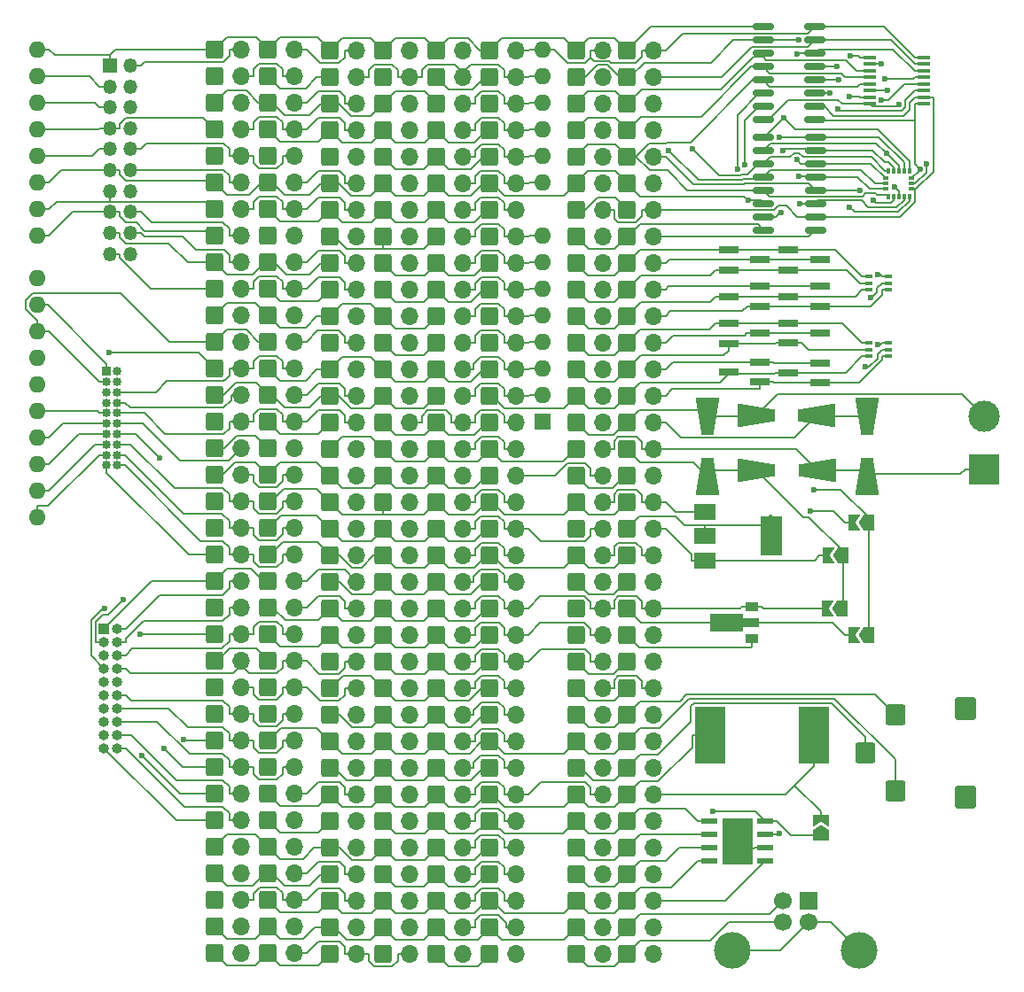
<source format=gbr>
%TF.GenerationSoftware,KiCad,Pcbnew,8.0.0-rc2-429-g037f349585*%
%TF.CreationDate,2024-02-09T22:22:20+01:00*%
%TF.ProjectId,xDuinoRail-Protoboard,78447569-6e6f-4526-9169-6c2d50726f74,rev?*%
%TF.SameCoordinates,Original*%
%TF.FileFunction,Copper,L1,Top*%
%TF.FilePolarity,Positive*%
%FSLAX46Y46*%
G04 Gerber Fmt 4.6, Leading zero omitted, Abs format (unit mm)*
G04 Created by KiCad (PCBNEW 8.0.0-rc2-429-g037f349585) date 2024-02-09 22:22:20*
%MOMM*%
%LPD*%
G01*
G04 APERTURE LIST*
G04 Aperture macros list*
%AMRoundRect*
0 Rectangle with rounded corners*
0 $1 Rounding radius*
0 $2 $3 $4 $5 $6 $7 $8 $9 X,Y pos of 4 corners*
0 Add a 4 corners polygon primitive as box body*
4,1,4,$2,$3,$4,$5,$6,$7,$8,$9,$2,$3,0*
0 Add four circle primitives for the rounded corners*
1,1,$1+$1,$2,$3*
1,1,$1+$1,$4,$5*
1,1,$1+$1,$6,$7*
1,1,$1+$1,$8,$9*
0 Add four rect primitives between the rounded corners*
20,1,$1+$1,$2,$3,$4,$5,0*
20,1,$1+$1,$4,$5,$6,$7,0*
20,1,$1+$1,$6,$7,$8,$9,0*
20,1,$1+$1,$8,$9,$2,$3,0*%
%AMOutline4P*
0 Free polygon, 4 corners , with rotation*
0 The origin of the aperture is its center*
0 number of corners: always 4*
0 $1 to $8 corner X, Y*
0 $9 Rotation angle, in degrees counterclockwise*
0 create outline with 4 corners*
4,1,4,$1,$2,$3,$4,$5,$6,$7,$8,$1,$2,$9*%
%AMFreePoly0*
4,1,6,1.000000,0.000000,0.500000,-0.750000,-0.500000,-0.750000,-0.500000,0.750000,0.500000,0.750000,1.000000,0.000000,1.000000,0.000000,$1*%
%AMFreePoly1*
4,1,6,0.500000,-0.750000,-0.650000,-0.750000,-0.150000,0.000000,-0.650000,0.750000,0.500000,0.750000,0.500000,-0.750000,0.500000,-0.750000,$1*%
%AMFreePoly2*
4,1,9,3.862500,-0.866500,0.737500,-0.866500,0.737500,-0.450000,-0.737500,-0.450000,-0.737500,0.450000,0.737500,0.450000,0.737500,0.866500,3.862500,0.866500,3.862500,-0.866500,3.862500,-0.866500,$1*%
G04 Aperture macros list end*
%TA.AperFunction,SMDPad,CuDef*%
%ADD10FreePoly0,90.000000*%
%TD*%
%TA.AperFunction,SMDPad,CuDef*%
%ADD11FreePoly1,90.000000*%
%TD*%
%TA.AperFunction,SMDPad,CuDef*%
%ADD12R,1.550000X0.600000*%
%TD*%
%TA.AperFunction,ComponentPad*%
%ADD13C,0.600000*%
%TD*%
%TA.AperFunction,SMDPad,CuDef*%
%ADD14R,2.600000X3.100000*%
%TD*%
%TA.AperFunction,SMDPad,CuDef*%
%ADD15R,2.950000X4.500000*%
%TD*%
%TA.AperFunction,SMDPad,CuDef*%
%ADD16R,2.900000X5.400000*%
%TD*%
%TA.AperFunction,ComponentPad*%
%ADD17R,1.350000X1.350000*%
%TD*%
%TA.AperFunction,ComponentPad*%
%ADD18O,1.350000X1.350000*%
%TD*%
%TA.AperFunction,SMDPad,CuDef*%
%ADD19RoundRect,0.250000X-0.750000X0.850000X-0.750000X-0.850000X0.750000X-0.850000X0.750000X0.850000X0*%
%TD*%
%TA.AperFunction,SMDPad,CuDef*%
%ADD20RoundRect,0.250000X-0.700000X0.750000X-0.700000X-0.750000X0.700000X-0.750000X0.700000X0.750000X0*%
%TD*%
%TA.AperFunction,SMDPad,CuDef*%
%ADD21Outline4P,-1.800000X-1.150000X1.800000X-0.550000X1.800000X0.550000X-1.800000X1.150000X180.000000*%
%TD*%
%TA.AperFunction,SMDPad,CuDef*%
%ADD22Outline4P,-1.800000X-1.150000X1.800000X-0.550000X1.800000X0.550000X-1.800000X1.150000X0.000000*%
%TD*%
%TA.AperFunction,ComponentPad*%
%ADD23RoundRect,0.250000X-0.600000X-0.600000X0.600000X-0.600000X0.600000X0.600000X-0.600000X0.600000X0*%
%TD*%
%TA.AperFunction,ComponentPad*%
%ADD24O,1.700000X1.700000*%
%TD*%
%TA.AperFunction,ComponentPad*%
%ADD25R,1.000000X1.000000*%
%TD*%
%TA.AperFunction,ComponentPad*%
%ADD26O,1.000000X1.000000*%
%TD*%
%TA.AperFunction,SMDPad,CuDef*%
%ADD27R,1.900000X0.800000*%
%TD*%
%TA.AperFunction,SMDPad,CuDef*%
%ADD28Outline4P,-1.800000X-1.150000X1.800000X-0.550000X1.800000X0.550000X-1.800000X1.150000X270.000000*%
%TD*%
%TA.AperFunction,SMDPad,CuDef*%
%ADD29Outline4P,-1.800000X-1.150000X1.800000X-0.550000X1.800000X0.550000X-1.800000X1.150000X90.000000*%
%TD*%
%TA.AperFunction,SMDPad,CuDef*%
%ADD30R,0.650000X0.400000*%
%TD*%
%TA.AperFunction,ComponentPad*%
%ADD31R,3.000000X3.000000*%
%TD*%
%TA.AperFunction,ComponentPad*%
%ADD32C,3.000000*%
%TD*%
%TA.AperFunction,SMDPad,CuDef*%
%ADD33R,1.300000X0.900000*%
%TD*%
%TA.AperFunction,SMDPad,CuDef*%
%ADD34FreePoly2,180.000000*%
%TD*%
%TA.AperFunction,SMDPad,CuDef*%
%ADD35RoundRect,0.150000X-0.825000X-0.150000X0.825000X-0.150000X0.825000X0.150000X-0.825000X0.150000X0*%
%TD*%
%TA.AperFunction,SMDPad,CuDef*%
%ADD36FreePoly0,180.000000*%
%TD*%
%TA.AperFunction,SMDPad,CuDef*%
%ADD37FreePoly1,180.000000*%
%TD*%
%TA.AperFunction,SMDPad,CuDef*%
%ADD38RoundRect,0.087500X-0.087500X0.187500X-0.087500X-0.187500X0.087500X-0.187500X0.087500X0.187500X0*%
%TD*%
%TA.AperFunction,SMDPad,CuDef*%
%ADD39RoundRect,0.087500X-0.187500X0.087500X-0.187500X-0.087500X0.187500X-0.087500X0.187500X0.087500X0*%
%TD*%
%TA.AperFunction,ComponentPad*%
%ADD40O,0.850000X0.850000*%
%TD*%
%TA.AperFunction,ComponentPad*%
%ADD41R,0.850000X0.850000*%
%TD*%
%TA.AperFunction,SMDPad,CuDef*%
%ADD42R,2.000000X1.500000*%
%TD*%
%TA.AperFunction,SMDPad,CuDef*%
%ADD43R,2.000000X3.800000*%
%TD*%
%TA.AperFunction,SMDPad,CuDef*%
%ADD44R,1.200000X0.400000*%
%TD*%
%TA.AperFunction,ComponentPad*%
%ADD45R,1.700000X1.700000*%
%TD*%
%TA.AperFunction,ComponentPad*%
%ADD46C,1.700000*%
%TD*%
%TA.AperFunction,ComponentPad*%
%ADD47C,3.500000*%
%TD*%
%TA.AperFunction,ComponentPad*%
%ADD48R,1.600000X1.600000*%
%TD*%
%TA.AperFunction,ComponentPad*%
%ADD49O,1.600000X1.600000*%
%TD*%
%TA.AperFunction,ViaPad*%
%ADD50C,0.600000*%
%TD*%
%TA.AperFunction,Conductor*%
%ADD51C,0.200000*%
%TD*%
G04 APERTURE END LIST*
D10*
%TO.P,JP105,1,A*%
%TO.N,/L60*%
X152945000Y-127090000D03*
D11*
%TO.P,JP105,2,B*%
%TO.N,/L58*%
X152945000Y-125640000D03*
%TD*%
D12*
%TO.P,U108,1,BOOT*%
%TO.N,/L59*%
X142240000Y-125730000D03*
%TO.P,U108,2,NC*%
%TO.N,/L61*%
X142240000Y-127000000D03*
%TO.P,U108,3,NC*%
%TO.N,/L63*%
X142240000Y-128270000D03*
%TO.P,U108,4,VSENSE*%
%TO.N,/L65*%
X142240000Y-129540000D03*
%TO.P,U108,5,EN*%
%TO.N,/L66*%
X147640000Y-129540000D03*
%TO.P,U108,6,GND*%
%TO.N,/L64*%
X147640000Y-128270000D03*
%TO.P,U108,7,VIN*%
%TO.N,/L62*%
X147640000Y-127000000D03*
%TO.P,U108,8,PH*%
%TO.N,/L60*%
X147640000Y-125730000D03*
D13*
%TO.P,U108,9,GNDPAD*%
%TO.N,/L64*%
X144340000Y-125835000D03*
X144340000Y-127035000D03*
X144340000Y-128335000D03*
X144340000Y-129435000D03*
D14*
X144940000Y-127635000D03*
D15*
X144940000Y-127635000D03*
D13*
X145540000Y-125835000D03*
X145540000Y-127035000D03*
X145540000Y-128335000D03*
X145540000Y-129435000D03*
%TD*%
D16*
%TO.P,L101,1,1*%
%TO.N,/L58*%
X152270000Y-117475000D03*
%TO.P,L101,2,2*%
%TO.N,/L57*%
X142370000Y-117475000D03*
%TD*%
D17*
%TO.P,J118,1,Pin_1*%
%TO.N,/L1*%
X84995000Y-53500000D03*
D18*
%TO.P,J118,2,Pin_2*%
%TO.N,/L2*%
X86995000Y-53500000D03*
%TO.P,J118,3,Pin_3*%
%TO.N,/L3*%
X84995000Y-55500000D03*
%TO.P,J118,4,Pin_4*%
%TO.N,/L4*%
X86995000Y-55500000D03*
%TO.P,J118,5,Pin_5*%
%TO.N,/L5*%
X84995000Y-57500000D03*
%TO.P,J118,6,Pin_6*%
%TO.N,/L6*%
X86995000Y-57500000D03*
%TO.P,J118,7,Pin_7*%
%TO.N,/L7*%
X84995000Y-59500000D03*
%TO.P,J118,8,Pin_8*%
%TO.N,/L8*%
X86995000Y-59500000D03*
%TO.P,J118,9,Pin_9*%
%TO.N,/L9*%
X84995000Y-61500000D03*
%TO.P,J118,10,Pin_10*%
%TO.N,/L10*%
X86995000Y-61500000D03*
%TO.P,J118,11,Pin_11*%
%TO.N,/L11*%
X84995000Y-63500000D03*
%TO.P,J118,12,Pin_12*%
%TO.N,/L12*%
X86995000Y-63500000D03*
%TO.P,J118,13,Pin_13*%
%TO.N,/L13*%
X84995000Y-65500000D03*
%TO.P,J118,14,Pin_14*%
%TO.N,/L14*%
X86995000Y-65500000D03*
%TO.P,J118,15,Pin_15*%
%TO.N,/L15*%
X84995000Y-67500000D03*
%TO.P,J118,16,Pin_16*%
%TO.N,/L16*%
X86995000Y-67500000D03*
%TO.P,J118,17,Pin_17*%
%TO.N,/L17*%
X84995000Y-69500000D03*
%TO.P,J118,18,Pin_18*%
%TO.N,/L18*%
X86995000Y-69500000D03*
%TO.P,J118,19,Pin_19*%
%TO.N,/L19*%
X84995000Y-71500000D03*
%TO.P,J118,20,Pin_20*%
%TO.N,/L20*%
X86995000Y-71500000D03*
%TD*%
D19*
%TO.P,J109,MP*%
%TO.N,N/C*%
X166770000Y-114970000D03*
X166770000Y-123470000D03*
D20*
%TO.P,J109,R*%
%TO.N,/L53*%
X160020000Y-122870000D03*
%TO.P,J109,S*%
%TO.N,/L51*%
X160020000Y-115570000D03*
%TO.P,J109,T*%
%TO.N,/L55*%
X157170000Y-119220000D03*
%TD*%
D21*
%TO.P,D101,1,K*%
%TO.N,/L30*%
X152530000Y-86940000D03*
D22*
%TO.P,D101,2,A*%
%TO.N,/L29*%
X146730000Y-86940000D03*
%TD*%
D23*
%TO.P,J102,1,Pin_1*%
%TO.N,/L1*%
X106045000Y-52070000D03*
D24*
%TO.P,J102,2,Pin_2*%
%TO.N,/L2*%
X108585000Y-52070000D03*
D23*
%TO.P,J102,3,Pin_3*%
%TO.N,/L3*%
X106045000Y-54610000D03*
D24*
%TO.P,J102,4,Pin_4*%
%TO.N,/L4*%
X108585000Y-54610000D03*
D23*
%TO.P,J102,5,Pin_5*%
%TO.N,/L5*%
X106045000Y-57150000D03*
D24*
%TO.P,J102,6,Pin_6*%
%TO.N,/L6*%
X108585000Y-57150000D03*
D23*
%TO.P,J102,7,Pin_7*%
%TO.N,/L7*%
X106045000Y-59690000D03*
D24*
%TO.P,J102,8,Pin_8*%
%TO.N,/L8*%
X108585000Y-59690000D03*
D23*
%TO.P,J102,9,Pin_9*%
%TO.N,/L9*%
X106045000Y-62230000D03*
D24*
%TO.P,J102,10,Pin_10*%
%TO.N,/L10*%
X108585000Y-62230000D03*
D23*
%TO.P,J102,11,Pin_11*%
%TO.N,/L11*%
X106045000Y-64770000D03*
D24*
%TO.P,J102,12,Pin_12*%
%TO.N,/L12*%
X108585000Y-64770000D03*
D23*
%TO.P,J102,13,Pin_13*%
%TO.N,/L13*%
X106045000Y-67310000D03*
D24*
%TO.P,J102,14,Pin_14*%
%TO.N,/L14*%
X108585000Y-67310000D03*
D23*
%TO.P,J102,15,Pin_15*%
%TO.N,/L15*%
X106045000Y-69850000D03*
D24*
%TO.P,J102,16,Pin_16*%
%TO.N,/L16*%
X108585000Y-69850000D03*
D23*
%TO.P,J102,17,Pin_17*%
%TO.N,/L17*%
X106045000Y-72390000D03*
D24*
%TO.P,J102,18,Pin_18*%
%TO.N,/L18*%
X108585000Y-72390000D03*
D23*
%TO.P,J102,19,Pin_19*%
%TO.N,/L19*%
X106045000Y-74930000D03*
D24*
%TO.P,J102,20,Pin_20*%
%TO.N,/L20*%
X108585000Y-74930000D03*
D23*
%TO.P,J102,21,Pin_21*%
%TO.N,/L21*%
X106045000Y-77470000D03*
D24*
%TO.P,J102,22,Pin_22*%
%TO.N,/L22*%
X108585000Y-77470000D03*
D23*
%TO.P,J102,23,Pin_23*%
%TO.N,/L23*%
X106045000Y-80010000D03*
D24*
%TO.P,J102,24,Pin_24*%
%TO.N,/L24*%
X108585000Y-80010000D03*
D23*
%TO.P,J102,25,Pin_25*%
%TO.N,/L25*%
X106045000Y-82550000D03*
D24*
%TO.P,J102,26,Pin_26*%
%TO.N,/L26*%
X108585000Y-82550000D03*
D23*
%TO.P,J102,27,Pin_27*%
%TO.N,/L27*%
X106045000Y-85090000D03*
D24*
%TO.P,J102,28,Pin_28*%
%TO.N,/L28*%
X108585000Y-85090000D03*
D23*
%TO.P,J102,29,Pin_29*%
%TO.N,/L29*%
X106045000Y-87630000D03*
D24*
%TO.P,J102,30,Pin_30*%
%TO.N,/L30*%
X108585000Y-87630000D03*
D23*
%TO.P,J102,31,Pin_31*%
%TO.N,/L31*%
X106045000Y-90170000D03*
D24*
%TO.P,J102,32,Pin_32*%
%TO.N,/L32*%
X108585000Y-90170000D03*
D23*
%TO.P,J102,33,Pin_33*%
%TO.N,/L33*%
X106045000Y-92710000D03*
D24*
%TO.P,J102,34,Pin_34*%
%TO.N,/L34*%
X108585000Y-92710000D03*
D23*
%TO.P,J102,35,Pin_35*%
%TO.N,/L35*%
X106045000Y-95250000D03*
D24*
%TO.P,J102,36,Pin_36*%
%TO.N,/L36*%
X108585000Y-95250000D03*
D23*
%TO.P,J102,37,Pin_37*%
%TO.N,/L37*%
X106045000Y-97790000D03*
D24*
%TO.P,J102,38,Pin_38*%
%TO.N,/L38*%
X108585000Y-97790000D03*
D23*
%TO.P,J102,39,Pin_39*%
%TO.N,/L39*%
X106045000Y-100330000D03*
D24*
%TO.P,J102,40,Pin_40*%
%TO.N,/L40*%
X108585000Y-100330000D03*
D23*
%TO.P,J102,41,Pin_41*%
%TO.N,/L41*%
X106045000Y-102870000D03*
D24*
%TO.P,J102,42,Pin_42*%
%TO.N,/L42*%
X108585000Y-102870000D03*
D23*
%TO.P,J102,43,Pin_43*%
%TO.N,/L43*%
X106045000Y-105410000D03*
D24*
%TO.P,J102,44,Pin_44*%
%TO.N,/L44*%
X108585000Y-105410000D03*
D23*
%TO.P,J102,45,Pin_45*%
%TO.N,/L45*%
X106045000Y-107950000D03*
D24*
%TO.P,J102,46,Pin_46*%
%TO.N,/L46*%
X108585000Y-107950000D03*
D23*
%TO.P,J102,47,Pin_47*%
%TO.N,/L47*%
X106045000Y-110490000D03*
D24*
%TO.P,J102,48,Pin_48*%
%TO.N,/L48*%
X108585000Y-110490000D03*
D23*
%TO.P,J102,49,Pin_49*%
%TO.N,/L49*%
X106045000Y-113030000D03*
D24*
%TO.P,J102,50,Pin_50*%
%TO.N,/L50*%
X108585000Y-113030000D03*
D23*
%TO.P,J102,51,Pin_51*%
%TO.N,/L51*%
X106045000Y-115570000D03*
D24*
%TO.P,J102,52,Pin_52*%
%TO.N,/L52*%
X108585000Y-115570000D03*
D23*
%TO.P,J102,53,Pin_53*%
%TO.N,/L53*%
X106045000Y-118110000D03*
D24*
%TO.P,J102,54,Pin_54*%
%TO.N,/L54*%
X108585000Y-118110000D03*
D23*
%TO.P,J102,55,Pin_55*%
%TO.N,/L55*%
X106045000Y-120650000D03*
D24*
%TO.P,J102,56,Pin_56*%
%TO.N,/L56*%
X108585000Y-120650000D03*
D23*
%TO.P,J102,57,Pin_57*%
%TO.N,/L57*%
X106045000Y-123190000D03*
D24*
%TO.P,J102,58,Pin_58*%
%TO.N,/L58*%
X108585000Y-123190000D03*
D23*
%TO.P,J102,59,Pin_59*%
%TO.N,/L59*%
X106045000Y-125730000D03*
D24*
%TO.P,J102,60,Pin_60*%
%TO.N,/L60*%
X108585000Y-125730000D03*
D23*
%TO.P,J102,61,Pin_61*%
%TO.N,/L61*%
X106045000Y-128270000D03*
D24*
%TO.P,J102,62,Pin_62*%
%TO.N,/L62*%
X108585000Y-128270000D03*
D23*
%TO.P,J102,63,Pin_63*%
%TO.N,/L63*%
X106045000Y-130810000D03*
D24*
%TO.P,J102,64,Pin_64*%
%TO.N,/L64*%
X108585000Y-130810000D03*
D23*
%TO.P,J102,65,Pin_65*%
%TO.N,/L65*%
X106045000Y-133350000D03*
D24*
%TO.P,J102,66,Pin_66*%
%TO.N,/L66*%
X108585000Y-133350000D03*
D23*
%TO.P,J102,67,Pin_67*%
%TO.N,/L67*%
X106045000Y-135890000D03*
D24*
%TO.P,J102,68,Pin_68*%
%TO.N,/L68*%
X108585000Y-135890000D03*
D23*
%TO.P,J102,69,Pin_69*%
%TO.N,/L69*%
X106045000Y-138430000D03*
D24*
%TO.P,J102,70,Pin_70*%
%TO.N,/L70*%
X108585000Y-138430000D03*
%TD*%
D25*
%TO.P,J114,1,Pin_1*%
%TO.N,/L41*%
X84455000Y-107315000D03*
D26*
%TO.P,J114,2,Pin_2*%
%TO.N,/L42*%
X85725000Y-107315000D03*
%TO.P,J114,3,Pin_3*%
%TO.N,/L43*%
X84455000Y-108585000D03*
%TO.P,J114,4,Pin_4*%
%TO.N,/L44*%
X85725000Y-108585000D03*
%TO.P,J114,5,Pin_5*%
%TO.N,/L45*%
X84455000Y-109855000D03*
%TO.P,J114,6,Pin_6*%
%TO.N,/L46*%
X85725000Y-109855000D03*
%TO.P,J114,7,Pin_7*%
%TO.N,/L47*%
X84455000Y-111125000D03*
%TO.P,J114,8,Pin_8*%
%TO.N,/L48*%
X85725000Y-111125000D03*
%TO.P,J114,9,Pin_9*%
%TO.N,/L49*%
X84455000Y-112395000D03*
%TO.P,J114,10,Pin_10*%
%TO.N,/L50*%
X85725000Y-112395000D03*
%TO.P,J114,11,Pin_11*%
%TO.N,/L51*%
X84455000Y-113665000D03*
%TO.P,J114,12,Pin_12*%
%TO.N,/L52*%
X85725000Y-113665000D03*
%TO.P,J114,13,Pin_13*%
%TO.N,/L53*%
X84455000Y-114935000D03*
%TO.P,J114,14,Pin_14*%
%TO.N,/L54*%
X85725000Y-114935000D03*
%TO.P,J114,15,Pin_15*%
%TO.N,/L55*%
X84455000Y-116205000D03*
%TO.P,J114,16,Pin_16*%
%TO.N,/L56*%
X85725000Y-116205000D03*
%TO.P,J114,17,Pin_17*%
%TO.N,/L57*%
X84455000Y-117475000D03*
%TO.P,J114,18,Pin_18*%
%TO.N,/L58*%
X85725000Y-117475000D03*
%TO.P,J114,19,Pin_19*%
%TO.N,/L59*%
X84455000Y-118745000D03*
%TO.P,J114,20,Pin_20*%
%TO.N,/L60*%
X85725000Y-118745000D03*
%TD*%
D27*
%TO.P,Q107,1,G*%
%TO.N,/L28*%
X152818100Y-83815000D03*
%TO.P,Q107,2,S*%
%TO.N,/L26*%
X152818100Y-81915000D03*
%TO.P,Q107,3,D*%
%TO.N,/L27*%
X149818100Y-82865000D03*
%TD*%
D28*
%TO.P,D104,1,K*%
%TO.N,/L30*%
X157295000Y-86995000D03*
D29*
%TO.P,D104,2,A*%
%TO.N,/L32*%
X157295000Y-92795000D03*
%TD*%
D23*
%TO.P,J101,1,Pin_1*%
%TO.N,/L1*%
X111125000Y-52070000D03*
D24*
%TO.P,J101,2,Pin_2*%
%TO.N,/L2*%
X113665000Y-52070000D03*
D23*
%TO.P,J101,3,Pin_3*%
%TO.N,/L3*%
X111125000Y-54610000D03*
D24*
%TO.P,J101,4,Pin_4*%
%TO.N,/L4*%
X113665000Y-54610000D03*
D23*
%TO.P,J101,5,Pin_5*%
%TO.N,/L5*%
X111125000Y-57150000D03*
D24*
%TO.P,J101,6,Pin_6*%
%TO.N,/L6*%
X113665000Y-57150000D03*
D23*
%TO.P,J101,7,Pin_7*%
%TO.N,/L7*%
X111125000Y-59690000D03*
D24*
%TO.P,J101,8,Pin_8*%
%TO.N,/L8*%
X113665000Y-59690000D03*
D23*
%TO.P,J101,9,Pin_9*%
%TO.N,/L9*%
X111125000Y-62230000D03*
D24*
%TO.P,J101,10,Pin_10*%
%TO.N,/L10*%
X113665000Y-62230000D03*
D23*
%TO.P,J101,11,Pin_11*%
%TO.N,/L11*%
X111125000Y-64770000D03*
D24*
%TO.P,J101,12,Pin_12*%
%TO.N,/L12*%
X113665000Y-64770000D03*
D23*
%TO.P,J101,13,Pin_13*%
%TO.N,/L13*%
X111125000Y-67310000D03*
D24*
%TO.P,J101,14,Pin_14*%
%TO.N,/L14*%
X113665000Y-67310000D03*
D23*
%TO.P,J101,15,Pin_15*%
%TO.N,/L15*%
X111125000Y-69850000D03*
D24*
%TO.P,J101,16,Pin_16*%
%TO.N,/L16*%
X113665000Y-69850000D03*
D23*
%TO.P,J101,17,Pin_17*%
%TO.N,/L17*%
X111125000Y-72390000D03*
D24*
%TO.P,J101,18,Pin_18*%
%TO.N,/L18*%
X113665000Y-72390000D03*
D23*
%TO.P,J101,19,Pin_19*%
%TO.N,/L19*%
X111125000Y-74930000D03*
D24*
%TO.P,J101,20,Pin_20*%
%TO.N,/L20*%
X113665000Y-74930000D03*
D23*
%TO.P,J101,21,Pin_21*%
%TO.N,/L21*%
X111125000Y-77470000D03*
D24*
%TO.P,J101,22,Pin_22*%
%TO.N,/L22*%
X113665000Y-77470000D03*
D23*
%TO.P,J101,23,Pin_23*%
%TO.N,/L23*%
X111125000Y-80010000D03*
D24*
%TO.P,J101,24,Pin_24*%
%TO.N,/L24*%
X113665000Y-80010000D03*
D23*
%TO.P,J101,25,Pin_25*%
%TO.N,/L25*%
X111125000Y-82550000D03*
D24*
%TO.P,J101,26,Pin_26*%
%TO.N,/L26*%
X113665000Y-82550000D03*
D23*
%TO.P,J101,27,Pin_27*%
%TO.N,/L27*%
X111125000Y-85090000D03*
D24*
%TO.P,J101,28,Pin_28*%
%TO.N,/L28*%
X113665000Y-85090000D03*
D23*
%TO.P,J101,29,Pin_29*%
%TO.N,/L29*%
X111125000Y-87630000D03*
D24*
%TO.P,J101,30,Pin_30*%
%TO.N,/L30*%
X113665000Y-87630000D03*
D23*
%TO.P,J101,31,Pin_31*%
%TO.N,/L31*%
X111125000Y-90170000D03*
D24*
%TO.P,J101,32,Pin_32*%
%TO.N,/L32*%
X113665000Y-90170000D03*
D23*
%TO.P,J101,33,Pin_33*%
%TO.N,/L33*%
X111125000Y-92710000D03*
D24*
%TO.P,J101,34,Pin_34*%
%TO.N,/L34*%
X113665000Y-92710000D03*
D23*
%TO.P,J101,35,Pin_35*%
%TO.N,/L35*%
X111125000Y-95250000D03*
D24*
%TO.P,J101,36,Pin_36*%
%TO.N,/L36*%
X113665000Y-95250000D03*
D23*
%TO.P,J101,37,Pin_37*%
%TO.N,/L37*%
X111125000Y-97790000D03*
D24*
%TO.P,J101,38,Pin_38*%
%TO.N,/L38*%
X113665000Y-97790000D03*
D23*
%TO.P,J101,39,Pin_39*%
%TO.N,/L39*%
X111125000Y-100330000D03*
D24*
%TO.P,J101,40,Pin_40*%
%TO.N,/L40*%
X113665000Y-100330000D03*
D23*
%TO.P,J101,41,Pin_41*%
%TO.N,/L41*%
X111125000Y-102870000D03*
D24*
%TO.P,J101,42,Pin_42*%
%TO.N,/L42*%
X113665000Y-102870000D03*
D23*
%TO.P,J101,43,Pin_43*%
%TO.N,/L43*%
X111125000Y-105410000D03*
D24*
%TO.P,J101,44,Pin_44*%
%TO.N,/L44*%
X113665000Y-105410000D03*
D23*
%TO.P,J101,45,Pin_45*%
%TO.N,/L45*%
X111125000Y-107950000D03*
D24*
%TO.P,J101,46,Pin_46*%
%TO.N,/L46*%
X113665000Y-107950000D03*
D23*
%TO.P,J101,47,Pin_47*%
%TO.N,/L47*%
X111125000Y-110490000D03*
D24*
%TO.P,J101,48,Pin_48*%
%TO.N,/L48*%
X113665000Y-110490000D03*
D23*
%TO.P,J101,49,Pin_49*%
%TO.N,/L49*%
X111125000Y-113030000D03*
D24*
%TO.P,J101,50,Pin_50*%
%TO.N,/L50*%
X113665000Y-113030000D03*
D23*
%TO.P,J101,51,Pin_51*%
%TO.N,/L51*%
X111125000Y-115570000D03*
D24*
%TO.P,J101,52,Pin_52*%
%TO.N,/L52*%
X113665000Y-115570000D03*
D23*
%TO.P,J101,53,Pin_53*%
%TO.N,/L53*%
X111125000Y-118110000D03*
D24*
%TO.P,J101,54,Pin_54*%
%TO.N,/L54*%
X113665000Y-118110000D03*
D23*
%TO.P,J101,55,Pin_55*%
%TO.N,/L55*%
X111125000Y-120650000D03*
D24*
%TO.P,J101,56,Pin_56*%
%TO.N,/L56*%
X113665000Y-120650000D03*
D23*
%TO.P,J101,57,Pin_57*%
%TO.N,/L57*%
X111125000Y-123190000D03*
D24*
%TO.P,J101,58,Pin_58*%
%TO.N,/L58*%
X113665000Y-123190000D03*
D23*
%TO.P,J101,59,Pin_59*%
%TO.N,/L59*%
X111125000Y-125730000D03*
D24*
%TO.P,J101,60,Pin_60*%
%TO.N,/L60*%
X113665000Y-125730000D03*
D23*
%TO.P,J101,61,Pin_61*%
%TO.N,/L61*%
X111125000Y-128270000D03*
D24*
%TO.P,J101,62,Pin_62*%
%TO.N,/L62*%
X113665000Y-128270000D03*
D23*
%TO.P,J101,63,Pin_63*%
%TO.N,/L63*%
X111125000Y-130810000D03*
D24*
%TO.P,J101,64,Pin_64*%
%TO.N,/L64*%
X113665000Y-130810000D03*
D23*
%TO.P,J101,65,Pin_65*%
%TO.N,/L65*%
X111125000Y-133350000D03*
D24*
%TO.P,J101,66,Pin_66*%
%TO.N,/L66*%
X113665000Y-133350000D03*
D23*
%TO.P,J101,67,Pin_67*%
%TO.N,/L67*%
X111125000Y-135890000D03*
D24*
%TO.P,J101,68,Pin_68*%
%TO.N,/L68*%
X113665000Y-135890000D03*
D23*
%TO.P,J101,69,Pin_69*%
%TO.N,/L69*%
X111125000Y-138430000D03*
D24*
%TO.P,J101,70,Pin_70*%
%TO.N,/L70*%
X113665000Y-138430000D03*
%TD*%
D30*
%TO.P,Q110,1,E1*%
%TO.N,/L23*%
X157485000Y-80010000D03*
%TO.P,Q110,2,B1*%
%TO.N,/L25*%
X157485000Y-80660000D03*
%TO.P,Q110,3,C2*%
%TO.N,/L27*%
X157485000Y-81310000D03*
%TO.P,Q110,4,E2*%
%TO.N,/L28*%
X159385000Y-81310000D03*
%TO.P,Q110,5,B2*%
%TO.N,/L26*%
X159385000Y-80660000D03*
%TO.P,Q110,6,C1*%
%TO.N,/L24*%
X159385000Y-80010000D03*
%TD*%
D31*
%TO.P,J112,1,Pin_1*%
%TO.N,/L32*%
X168514500Y-92080600D03*
D32*
%TO.P,J112,2,Pin_2*%
%TO.N,/L29*%
X168514500Y-87000600D03*
%TD*%
D27*
%TO.P,Q106,1,G*%
%TO.N,/L23*%
X149833200Y-78131600D03*
%TO.P,Q106,2,S*%
%TO.N,/L25*%
X149833200Y-80031600D03*
%TO.P,Q106,3,D*%
%TO.N,/L24*%
X152833200Y-79081600D03*
%TD*%
D33*
%TO.P,U107,1,OUT*%
%TO.N,/L45*%
X146305500Y-108259400D03*
D34*
%TO.P,U107,2,GND*%
%TO.N,/L43*%
X146218000Y-106759400D03*
D33*
%TO.P,U107,3,IN*%
%TO.N,/L44*%
X146305500Y-105259400D03*
%TD*%
D23*
%TO.P,J103,1,Pin_1*%
%TO.N,/L1*%
X116205000Y-52070000D03*
D24*
%TO.P,J103,2,Pin_2*%
%TO.N,/L2*%
X118745000Y-52070000D03*
D23*
%TO.P,J103,3,Pin_3*%
%TO.N,/L3*%
X116205000Y-54610000D03*
D24*
%TO.P,J103,4,Pin_4*%
%TO.N,/L4*%
X118745000Y-54610000D03*
D23*
%TO.P,J103,5,Pin_5*%
%TO.N,/L5*%
X116205000Y-57150000D03*
D24*
%TO.P,J103,6,Pin_6*%
%TO.N,/L6*%
X118745000Y-57150000D03*
D23*
%TO.P,J103,7,Pin_7*%
%TO.N,/L7*%
X116205000Y-59690000D03*
D24*
%TO.P,J103,8,Pin_8*%
%TO.N,/L8*%
X118745000Y-59690000D03*
D23*
%TO.P,J103,9,Pin_9*%
%TO.N,/L9*%
X116205000Y-62230000D03*
D24*
%TO.P,J103,10,Pin_10*%
%TO.N,/L10*%
X118745000Y-62230000D03*
D23*
%TO.P,J103,11,Pin_11*%
%TO.N,/L11*%
X116205000Y-64770000D03*
D24*
%TO.P,J103,12,Pin_12*%
%TO.N,/L12*%
X118745000Y-64770000D03*
D23*
%TO.P,J103,13,Pin_13*%
%TO.N,/L13*%
X116205000Y-67310000D03*
D24*
%TO.P,J103,14,Pin_14*%
%TO.N,/L14*%
X118745000Y-67310000D03*
D23*
%TO.P,J103,15,Pin_15*%
%TO.N,/L15*%
X116205000Y-69850000D03*
D24*
%TO.P,J103,16,Pin_16*%
%TO.N,/L16*%
X118745000Y-69850000D03*
D23*
%TO.P,J103,17,Pin_17*%
%TO.N,/L17*%
X116205000Y-72390000D03*
D24*
%TO.P,J103,18,Pin_18*%
%TO.N,/L18*%
X118745000Y-72390000D03*
D23*
%TO.P,J103,19,Pin_19*%
%TO.N,/L19*%
X116205000Y-74930000D03*
D24*
%TO.P,J103,20,Pin_20*%
%TO.N,/L20*%
X118745000Y-74930000D03*
D23*
%TO.P,J103,21,Pin_21*%
%TO.N,/L21*%
X116205000Y-77470000D03*
D24*
%TO.P,J103,22,Pin_22*%
%TO.N,/L22*%
X118745000Y-77470000D03*
D23*
%TO.P,J103,23,Pin_23*%
%TO.N,/L23*%
X116205000Y-80010000D03*
D24*
%TO.P,J103,24,Pin_24*%
%TO.N,/L24*%
X118745000Y-80010000D03*
D23*
%TO.P,J103,25,Pin_25*%
%TO.N,/L25*%
X116205000Y-82550000D03*
D24*
%TO.P,J103,26,Pin_26*%
%TO.N,/L26*%
X118745000Y-82550000D03*
D23*
%TO.P,J103,27,Pin_27*%
%TO.N,/L27*%
X116205000Y-85090000D03*
D24*
%TO.P,J103,28,Pin_28*%
%TO.N,/L28*%
X118745000Y-85090000D03*
D23*
%TO.P,J103,29,Pin_29*%
%TO.N,/L29*%
X116205000Y-87630000D03*
D24*
%TO.P,J103,30,Pin_30*%
%TO.N,/L30*%
X118745000Y-87630000D03*
D23*
%TO.P,J103,31,Pin_31*%
%TO.N,/L31*%
X116205000Y-90170000D03*
D24*
%TO.P,J103,32,Pin_32*%
%TO.N,/L32*%
X118745000Y-90170000D03*
D23*
%TO.P,J103,33,Pin_33*%
%TO.N,/L33*%
X116205000Y-92710000D03*
D24*
%TO.P,J103,34,Pin_34*%
%TO.N,/L34*%
X118745000Y-92710000D03*
D23*
%TO.P,J103,35,Pin_35*%
%TO.N,/L35*%
X116205000Y-95250000D03*
D24*
%TO.P,J103,36,Pin_36*%
%TO.N,/L36*%
X118745000Y-95250000D03*
D23*
%TO.P,J103,37,Pin_37*%
%TO.N,/L37*%
X116205000Y-97790000D03*
D24*
%TO.P,J103,38,Pin_38*%
%TO.N,/L38*%
X118745000Y-97790000D03*
D23*
%TO.P,J103,39,Pin_39*%
%TO.N,/L39*%
X116205000Y-100330000D03*
D24*
%TO.P,J103,40,Pin_40*%
%TO.N,/L40*%
X118745000Y-100330000D03*
D23*
%TO.P,J103,41,Pin_41*%
%TO.N,/L41*%
X116205000Y-102870000D03*
D24*
%TO.P,J103,42,Pin_42*%
%TO.N,/L42*%
X118745000Y-102870000D03*
D23*
%TO.P,J103,43,Pin_43*%
%TO.N,/L43*%
X116205000Y-105410000D03*
D24*
%TO.P,J103,44,Pin_44*%
%TO.N,/L44*%
X118745000Y-105410000D03*
D23*
%TO.P,J103,45,Pin_45*%
%TO.N,/L45*%
X116205000Y-107950000D03*
D24*
%TO.P,J103,46,Pin_46*%
%TO.N,/L46*%
X118745000Y-107950000D03*
D23*
%TO.P,J103,47,Pin_47*%
%TO.N,/L47*%
X116205000Y-110490000D03*
D24*
%TO.P,J103,48,Pin_48*%
%TO.N,/L48*%
X118745000Y-110490000D03*
D23*
%TO.P,J103,49,Pin_49*%
%TO.N,/L49*%
X116205000Y-113030000D03*
D24*
%TO.P,J103,50,Pin_50*%
%TO.N,/L50*%
X118745000Y-113030000D03*
D23*
%TO.P,J103,51,Pin_51*%
%TO.N,/L51*%
X116205000Y-115570000D03*
D24*
%TO.P,J103,52,Pin_52*%
%TO.N,/L52*%
X118745000Y-115570000D03*
D23*
%TO.P,J103,53,Pin_53*%
%TO.N,/L53*%
X116205000Y-118110000D03*
D24*
%TO.P,J103,54,Pin_54*%
%TO.N,/L54*%
X118745000Y-118110000D03*
D23*
%TO.P,J103,55,Pin_55*%
%TO.N,/L55*%
X116205000Y-120650000D03*
D24*
%TO.P,J103,56,Pin_56*%
%TO.N,/L56*%
X118745000Y-120650000D03*
D23*
%TO.P,J103,57,Pin_57*%
%TO.N,/L57*%
X116205000Y-123190000D03*
D24*
%TO.P,J103,58,Pin_58*%
%TO.N,/L58*%
X118745000Y-123190000D03*
D23*
%TO.P,J103,59,Pin_59*%
%TO.N,/L59*%
X116205000Y-125730000D03*
D24*
%TO.P,J103,60,Pin_60*%
%TO.N,/L60*%
X118745000Y-125730000D03*
D23*
%TO.P,J103,61,Pin_61*%
%TO.N,/L61*%
X116205000Y-128270000D03*
D24*
%TO.P,J103,62,Pin_62*%
%TO.N,/L62*%
X118745000Y-128270000D03*
D23*
%TO.P,J103,63,Pin_63*%
%TO.N,/L63*%
X116205000Y-130810000D03*
D24*
%TO.P,J103,64,Pin_64*%
%TO.N,/L64*%
X118745000Y-130810000D03*
D23*
%TO.P,J103,65,Pin_65*%
%TO.N,/L65*%
X116205000Y-133350000D03*
D24*
%TO.P,J103,66,Pin_66*%
%TO.N,/L66*%
X118745000Y-133350000D03*
D23*
%TO.P,J103,67,Pin_67*%
%TO.N,/L67*%
X116205000Y-135890000D03*
D24*
%TO.P,J103,68,Pin_68*%
%TO.N,/L68*%
X118745000Y-135890000D03*
D23*
%TO.P,J103,69,Pin_69*%
%TO.N,/L69*%
X116205000Y-138430000D03*
D24*
%TO.P,J103,70,Pin_70*%
%TO.N,/L70*%
X118745000Y-138430000D03*
%TD*%
D27*
%TO.P,Q109,1,G*%
%TO.N,/L28*%
X147125200Y-83737100D03*
%TO.P,Q109,2,S*%
%TO.N,/L26*%
X147125200Y-81837100D03*
%TO.P,Q109,3,D*%
%TO.N,/L27*%
X144125200Y-82787100D03*
%TD*%
D35*
%TO.P,U103,1,I1*%
%TO.N,/L1*%
X147450000Y-60325000D03*
%TO.P,U103,2,I2*%
%TO.N,/L3*%
X147450000Y-61595000D03*
%TO.P,U103,3,I3*%
%TO.N,/L5*%
X147450000Y-62865000D03*
%TO.P,U103,4,I4*%
%TO.N,/L7*%
X147450000Y-64135000D03*
%TO.P,U103,5,I5*%
%TO.N,/L9*%
X147450000Y-65405000D03*
%TO.P,U103,6,I6*%
%TO.N,/L11*%
X147450000Y-66675000D03*
%TO.P,U103,7,I7*%
%TO.N,/L13*%
X147450000Y-67945000D03*
%TO.P,U103,8,GND*%
%TO.N,/L15*%
X147450000Y-69215000D03*
%TO.P,U103,9,COM*%
%TO.N,/L16*%
X152400000Y-69215000D03*
%TO.P,U103,10,O7*%
%TO.N,/L14*%
X152400000Y-67945000D03*
%TO.P,U103,11,O6*%
%TO.N,/L12*%
X152400000Y-66675000D03*
%TO.P,U103,12,O5*%
%TO.N,/L10*%
X152400000Y-65405000D03*
%TO.P,U103,13,O4*%
%TO.N,/L8*%
X152400000Y-64135000D03*
%TO.P,U103,14,O3*%
%TO.N,/L6*%
X152400000Y-62865000D03*
%TO.P,U103,15,O2*%
%TO.N,/L4*%
X152400000Y-61595000D03*
%TO.P,U103,16,O1*%
%TO.N,/L2*%
X152400000Y-60325000D03*
%TD*%
D36*
%TO.P,JP103,1,A*%
%TO.N,/L31*%
X154940000Y-105410000D03*
D37*
%TO.P,JP103,2,B*%
%TO.N,/L44*%
X153490000Y-105410000D03*
%TD*%
D35*
%TO.P,U101,1,I1*%
%TO.N,/L1*%
X147390000Y-49813200D03*
%TO.P,U101,2,I2*%
%TO.N,/L3*%
X147390000Y-51083200D03*
%TO.P,U101,3,I3*%
%TO.N,/L5*%
X147390000Y-52353200D03*
%TO.P,U101,4,I4*%
%TO.N,/L7*%
X147390000Y-53623200D03*
%TO.P,U101,5,I5*%
%TO.N,/L9*%
X147390000Y-54893200D03*
%TO.P,U101,6,I6*%
%TO.N,/L11*%
X147390000Y-56163200D03*
%TO.P,U101,7,I7*%
%TO.N,/L13*%
X147390000Y-57433200D03*
%TO.P,U101,8,GND*%
%TO.N,/L15*%
X147390000Y-58703200D03*
%TO.P,U101,9,COM*%
%TO.N,/L16*%
X152340000Y-58703200D03*
%TO.P,U101,10,O7*%
%TO.N,/L14*%
X152340000Y-57433200D03*
%TO.P,U101,11,O6*%
%TO.N,/L12*%
X152340000Y-56163200D03*
%TO.P,U101,12,O5*%
%TO.N,/L10*%
X152340000Y-54893200D03*
%TO.P,U101,13,O4*%
%TO.N,/L8*%
X152340000Y-53623200D03*
%TO.P,U101,14,O3*%
%TO.N,/L6*%
X152340000Y-52353200D03*
%TO.P,U101,15,O2*%
%TO.N,/L4*%
X152340000Y-51083200D03*
%TO.P,U101,16,O1*%
%TO.N,/L2*%
X152340000Y-49813200D03*
%TD*%
D27*
%TO.P,Q101,1,G*%
%TO.N,/L17*%
X144126700Y-71125000D03*
%TO.P,Q101,2,S*%
%TO.N,/L19*%
X144126700Y-73025000D03*
%TO.P,Q101,3,D*%
%TO.N,/L18*%
X147126700Y-72075000D03*
%TD*%
D38*
%TO.P,U106,1,VDD_IO*%
%TO.N,/L1*%
X161365600Y-63575700D03*
%TO.P,U106,2,NC*%
%TO.N,/L2*%
X160865600Y-63575700D03*
%TO.P,U106,3,NC*%
%TO.N,/L3*%
X160365600Y-63575700D03*
%TO.P,U106,4,SCL/SPC*%
%TO.N,/L4*%
X159865600Y-63575700D03*
%TO.P,U106,5,GND*%
%TO.N,/L5*%
X159365600Y-63575700D03*
D39*
%TO.P,U106,6,SDA/SDI/SDO*%
%TO.N,/L6*%
X159140600Y-64300700D03*
%TO.P,U106,7,SDO/SA0*%
%TO.N,/L7*%
X159140600Y-64800700D03*
%TO.P,U106,8,CS*%
%TO.N,/L8*%
X159140600Y-65300700D03*
D38*
%TO.P,U106,9,INT2*%
%TO.N,/L9*%
X159365600Y-66025700D03*
%TO.P,U106,10,GND*%
%TO.N,/L10*%
X159865600Y-66025700D03*
%TO.P,U106,11,INT1*%
%TO.N,/L11*%
X160365600Y-66025700D03*
%TO.P,U106,12,GND*%
%TO.N,/L12*%
X160865600Y-66025700D03*
%TO.P,U106,13,ADC3*%
%TO.N,/L13*%
X161365600Y-66025700D03*
D39*
%TO.P,U106,14,VDD*%
%TO.N,/L14*%
X161590600Y-65300700D03*
%TO.P,U106,15,ADC2*%
%TO.N,/L15*%
X161590600Y-64800700D03*
%TO.P,U106,16,ADC1*%
%TO.N,/L16*%
X161590600Y-64300700D03*
%TD*%
D27*
%TO.P,Q105,1,G*%
%TO.N,/L22*%
X152841700Y-76520000D03*
%TO.P,Q105,2,S*%
%TO.N,/L20*%
X152841700Y-74620000D03*
%TO.P,Q105,3,D*%
%TO.N,/L21*%
X149841700Y-75570000D03*
%TD*%
D24*
%TO.P,J106,70,Pin_70*%
%TO.N,/L70*%
X136946900Y-138430000D03*
D23*
%TO.P,J106,69,Pin_69*%
%TO.N,/L69*%
X134406900Y-138430000D03*
D24*
%TO.P,J106,68,Pin_68*%
%TO.N,/L68*%
X136946900Y-135890000D03*
D23*
%TO.P,J106,67,Pin_67*%
%TO.N,/L67*%
X134406900Y-135890000D03*
D24*
%TO.P,J106,66,Pin_66*%
%TO.N,/L66*%
X136946900Y-133350000D03*
D23*
%TO.P,J106,65,Pin_65*%
%TO.N,/L65*%
X134406900Y-133350000D03*
D24*
%TO.P,J106,64,Pin_64*%
%TO.N,/L64*%
X136946900Y-130810000D03*
D23*
%TO.P,J106,63,Pin_63*%
%TO.N,/L63*%
X134406900Y-130810000D03*
D24*
%TO.P,J106,62,Pin_62*%
%TO.N,/L62*%
X136946900Y-128270000D03*
D23*
%TO.P,J106,61,Pin_61*%
%TO.N,/L61*%
X134406900Y-128270000D03*
D24*
%TO.P,J106,60,Pin_60*%
%TO.N,/L60*%
X136946900Y-125730000D03*
D23*
%TO.P,J106,59,Pin_59*%
%TO.N,/L59*%
X134406900Y-125730000D03*
D24*
%TO.P,J106,58,Pin_58*%
%TO.N,/L58*%
X136946900Y-123190000D03*
D23*
%TO.P,J106,57,Pin_57*%
%TO.N,/L57*%
X134406900Y-123190000D03*
D24*
%TO.P,J106,56,Pin_56*%
%TO.N,/L56*%
X136946900Y-120650000D03*
D23*
%TO.P,J106,55,Pin_55*%
%TO.N,/L55*%
X134406900Y-120650000D03*
D24*
%TO.P,J106,54,Pin_54*%
%TO.N,/L54*%
X136946900Y-118110000D03*
D23*
%TO.P,J106,53,Pin_53*%
%TO.N,/L53*%
X134406900Y-118110000D03*
D24*
%TO.P,J106,52,Pin_52*%
%TO.N,/L52*%
X136946900Y-115570000D03*
D23*
%TO.P,J106,51,Pin_51*%
%TO.N,/L51*%
X134406900Y-115570000D03*
D24*
%TO.P,J106,50,Pin_50*%
%TO.N,/L50*%
X136946900Y-113030000D03*
D23*
%TO.P,J106,49,Pin_49*%
%TO.N,/L49*%
X134406900Y-113030000D03*
D24*
%TO.P,J106,48,Pin_48*%
%TO.N,/L48*%
X136946900Y-110490000D03*
D23*
%TO.P,J106,47,Pin_47*%
%TO.N,/L47*%
X134406900Y-110490000D03*
D24*
%TO.P,J106,46,Pin_46*%
%TO.N,/L46*%
X136946900Y-107950000D03*
D23*
%TO.P,J106,45,Pin_45*%
%TO.N,/L45*%
X134406900Y-107950000D03*
D24*
%TO.P,J106,44,Pin_44*%
%TO.N,/L44*%
X136946900Y-105410000D03*
D23*
%TO.P,J106,43,Pin_43*%
%TO.N,/L43*%
X134406900Y-105410000D03*
D24*
%TO.P,J106,42,Pin_42*%
%TO.N,/L42*%
X136946900Y-102870000D03*
D23*
%TO.P,J106,41,Pin_41*%
%TO.N,/L41*%
X134406900Y-102870000D03*
D24*
%TO.P,J106,40,Pin_40*%
%TO.N,/L40*%
X136946900Y-100330000D03*
D23*
%TO.P,J106,39,Pin_39*%
%TO.N,/L39*%
X134406900Y-100330000D03*
D24*
%TO.P,J106,38,Pin_38*%
%TO.N,/L38*%
X136946900Y-97790000D03*
D23*
%TO.P,J106,37,Pin_37*%
%TO.N,/L37*%
X134406900Y-97790000D03*
D24*
%TO.P,J106,36,Pin_36*%
%TO.N,/L36*%
X136946900Y-95250000D03*
D23*
%TO.P,J106,35,Pin_35*%
%TO.N,/L35*%
X134406900Y-95250000D03*
D24*
%TO.P,J106,34,Pin_34*%
%TO.N,/L34*%
X136946900Y-92710000D03*
D23*
%TO.P,J106,33,Pin_33*%
%TO.N,/L33*%
X134406900Y-92710000D03*
D24*
%TO.P,J106,32,Pin_32*%
%TO.N,/L32*%
X136946900Y-90170000D03*
D23*
%TO.P,J106,31,Pin_31*%
%TO.N,/L31*%
X134406900Y-90170000D03*
D24*
%TO.P,J106,30,Pin_30*%
%TO.N,/L30*%
X136946900Y-87630000D03*
D23*
%TO.P,J106,29,Pin_29*%
%TO.N,/L29*%
X134406900Y-87630000D03*
D24*
%TO.P,J106,28,Pin_28*%
%TO.N,/L28*%
X136946900Y-85090000D03*
D23*
%TO.P,J106,27,Pin_27*%
%TO.N,/L27*%
X134406900Y-85090000D03*
D24*
%TO.P,J106,26,Pin_26*%
%TO.N,/L26*%
X136946900Y-82550000D03*
D23*
%TO.P,J106,25,Pin_25*%
%TO.N,/L25*%
X134406900Y-82550000D03*
D24*
%TO.P,J106,24,Pin_24*%
%TO.N,/L24*%
X136946900Y-80010000D03*
D23*
%TO.P,J106,23,Pin_23*%
%TO.N,/L23*%
X134406900Y-80010000D03*
D24*
%TO.P,J106,22,Pin_22*%
%TO.N,/L22*%
X136946900Y-77470000D03*
D23*
%TO.P,J106,21,Pin_21*%
%TO.N,/L21*%
X134406900Y-77470000D03*
D24*
%TO.P,J106,20,Pin_20*%
%TO.N,/L20*%
X136946900Y-74930000D03*
D23*
%TO.P,J106,19,Pin_19*%
%TO.N,/L19*%
X134406900Y-74930000D03*
D24*
%TO.P,J106,18,Pin_18*%
%TO.N,/L18*%
X136946900Y-72390000D03*
D23*
%TO.P,J106,17,Pin_17*%
%TO.N,/L17*%
X134406900Y-72390000D03*
D24*
%TO.P,J106,16,Pin_16*%
%TO.N,/L16*%
X136946900Y-69850000D03*
D23*
%TO.P,J106,15,Pin_15*%
%TO.N,/L15*%
X134406900Y-69850000D03*
D24*
%TO.P,J106,14,Pin_14*%
%TO.N,/L14*%
X136946900Y-67310000D03*
D23*
%TO.P,J106,13,Pin_13*%
%TO.N,/L13*%
X134406900Y-67310000D03*
D24*
%TO.P,J106,12,Pin_12*%
%TO.N,/L12*%
X136946900Y-64770000D03*
D23*
%TO.P,J106,11,Pin_11*%
%TO.N,/L11*%
X134406900Y-64770000D03*
D24*
%TO.P,J106,10,Pin_10*%
%TO.N,/L10*%
X136946900Y-62230000D03*
D23*
%TO.P,J106,9,Pin_9*%
%TO.N,/L9*%
X134406900Y-62230000D03*
D24*
%TO.P,J106,8,Pin_8*%
%TO.N,/L8*%
X136946900Y-59690000D03*
D23*
%TO.P,J106,7,Pin_7*%
%TO.N,/L7*%
X134406900Y-59690000D03*
D24*
%TO.P,J106,6,Pin_6*%
%TO.N,/L6*%
X136946900Y-57150000D03*
D23*
%TO.P,J106,5,Pin_5*%
%TO.N,/L5*%
X134406900Y-57150000D03*
D24*
%TO.P,J106,4,Pin_4*%
%TO.N,/L4*%
X136946900Y-54610000D03*
D23*
%TO.P,J106,3,Pin_3*%
%TO.N,/L3*%
X134406900Y-54610000D03*
D24*
%TO.P,J106,2,Pin_2*%
%TO.N,/L2*%
X136946900Y-52070000D03*
D23*
%TO.P,J106,1,Pin_1*%
%TO.N,/L1*%
X134406900Y-52070000D03*
%TD*%
D40*
%TO.P,J115,20,Pin_20*%
%TO.N,/L40*%
X85725000Y-91725000D03*
%TO.P,J115,19,Pin_19*%
%TO.N,/L39*%
X84725000Y-91725000D03*
%TO.P,J115,18,Pin_18*%
%TO.N,/L38*%
X85725000Y-90725000D03*
%TO.P,J115,17,Pin_17*%
%TO.N,/L37*%
X84725000Y-90725000D03*
%TO.P,J115,16,Pin_16*%
%TO.N,/L36*%
X85725000Y-89725000D03*
%TO.P,J115,15,Pin_15*%
%TO.N,/L35*%
X84725000Y-89725000D03*
%TO.P,J115,14,Pin_14*%
%TO.N,/L34*%
X85725000Y-88725000D03*
%TO.P,J115,13,Pin_13*%
%TO.N,/L33*%
X84725000Y-88725000D03*
%TO.P,J115,12,Pin_12*%
%TO.N,/L32*%
X85725000Y-87725000D03*
%TO.P,J115,11,Pin_11*%
%TO.N,/L31*%
X84725000Y-87725000D03*
%TO.P,J115,10,Pin_10*%
%TO.N,/L30*%
X85725000Y-86725000D03*
%TO.P,J115,9,Pin_9*%
%TO.N,/L29*%
X84725000Y-86725000D03*
%TO.P,J115,8,Pin_8*%
%TO.N,/L28*%
X85725000Y-85725000D03*
%TO.P,J115,7,Pin_7*%
%TO.N,/L27*%
X84725000Y-85725000D03*
%TO.P,J115,6,Pin_6*%
%TO.N,/L26*%
X85725000Y-84725000D03*
%TO.P,J115,5,Pin_5*%
%TO.N,/L25*%
X84725000Y-84725000D03*
%TO.P,J115,4,Pin_4*%
%TO.N,/L24*%
X85725000Y-83725000D03*
%TO.P,J115,3,Pin_3*%
%TO.N,/L23*%
X84725000Y-83725000D03*
%TO.P,J115,2,Pin_2*%
%TO.N,/L22*%
X85725000Y-82725000D03*
D41*
%TO.P,J115,1,Pin_1*%
%TO.N,/L21*%
X84725000Y-82725000D03*
%TD*%
D23*
%TO.P,J110,1,Pin_1*%
%TO.N,/L1*%
X95039500Y-51990600D03*
D24*
%TO.P,J110,2,Pin_2*%
%TO.N,/L2*%
X97579500Y-51990600D03*
D23*
%TO.P,J110,3,Pin_3*%
%TO.N,/L3*%
X95039500Y-54530600D03*
D24*
%TO.P,J110,4,Pin_4*%
%TO.N,/L4*%
X97579500Y-54530600D03*
D23*
%TO.P,J110,5,Pin_5*%
%TO.N,/L5*%
X95039500Y-57070600D03*
D24*
%TO.P,J110,6,Pin_6*%
%TO.N,/L6*%
X97579500Y-57070600D03*
D23*
%TO.P,J110,7,Pin_7*%
%TO.N,/L7*%
X95039500Y-59610600D03*
D24*
%TO.P,J110,8,Pin_8*%
%TO.N,/L8*%
X97579500Y-59610600D03*
D23*
%TO.P,J110,9,Pin_9*%
%TO.N,/L9*%
X95039500Y-62150600D03*
D24*
%TO.P,J110,10,Pin_10*%
%TO.N,/L10*%
X97579500Y-62150600D03*
D23*
%TO.P,J110,11,Pin_11*%
%TO.N,/L11*%
X95039500Y-64690600D03*
D24*
%TO.P,J110,12,Pin_12*%
%TO.N,/L12*%
X97579500Y-64690600D03*
D23*
%TO.P,J110,13,Pin_13*%
%TO.N,/L13*%
X95039500Y-67230600D03*
D24*
%TO.P,J110,14,Pin_14*%
%TO.N,/L14*%
X97579500Y-67230600D03*
D23*
%TO.P,J110,15,Pin_15*%
%TO.N,/L15*%
X95039500Y-69770600D03*
D24*
%TO.P,J110,16,Pin_16*%
%TO.N,/L16*%
X97579500Y-69770600D03*
D23*
%TO.P,J110,17,Pin_17*%
%TO.N,/L17*%
X95039500Y-72310600D03*
D24*
%TO.P,J110,18,Pin_18*%
%TO.N,/L18*%
X97579500Y-72310600D03*
D23*
%TO.P,J110,19,Pin_19*%
%TO.N,/L19*%
X95039500Y-74850600D03*
D24*
%TO.P,J110,20,Pin_20*%
%TO.N,/L20*%
X97579500Y-74850600D03*
D23*
%TO.P,J110,21,Pin_21*%
%TO.N,/L21*%
X95039500Y-77390600D03*
D24*
%TO.P,J110,22,Pin_22*%
%TO.N,/L22*%
X97579500Y-77390600D03*
D23*
%TO.P,J110,23,Pin_23*%
%TO.N,/L23*%
X95039500Y-79930600D03*
D24*
%TO.P,J110,24,Pin_24*%
%TO.N,/L24*%
X97579500Y-79930600D03*
D23*
%TO.P,J110,25,Pin_25*%
%TO.N,/L25*%
X95039500Y-82470600D03*
D24*
%TO.P,J110,26,Pin_26*%
%TO.N,/L26*%
X97579500Y-82470600D03*
D23*
%TO.P,J110,27,Pin_27*%
%TO.N,/L27*%
X95039500Y-85010600D03*
D24*
%TO.P,J110,28,Pin_28*%
%TO.N,/L28*%
X97579500Y-85010600D03*
D23*
%TO.P,J110,29,Pin_29*%
%TO.N,/L29*%
X95039500Y-87550600D03*
D24*
%TO.P,J110,30,Pin_30*%
%TO.N,/L30*%
X97579500Y-87550600D03*
D23*
%TO.P,J110,31,Pin_31*%
%TO.N,/L31*%
X95039500Y-90090600D03*
D24*
%TO.P,J110,32,Pin_32*%
%TO.N,/L32*%
X97579500Y-90090600D03*
D23*
%TO.P,J110,33,Pin_33*%
%TO.N,/L33*%
X95039500Y-92630600D03*
D24*
%TO.P,J110,34,Pin_34*%
%TO.N,/L34*%
X97579500Y-92630600D03*
D23*
%TO.P,J110,35,Pin_35*%
%TO.N,/L35*%
X95039500Y-95170600D03*
D24*
%TO.P,J110,36,Pin_36*%
%TO.N,/L36*%
X97579500Y-95170600D03*
D23*
%TO.P,J110,37,Pin_37*%
%TO.N,/L37*%
X95039500Y-97710600D03*
D24*
%TO.P,J110,38,Pin_38*%
%TO.N,/L38*%
X97579500Y-97710600D03*
D23*
%TO.P,J110,39,Pin_39*%
%TO.N,/L39*%
X95039500Y-100250600D03*
D24*
%TO.P,J110,40,Pin_40*%
%TO.N,/L40*%
X97579500Y-100250600D03*
D23*
%TO.P,J110,41,Pin_41*%
%TO.N,/L41*%
X95039500Y-102790600D03*
D24*
%TO.P,J110,42,Pin_42*%
%TO.N,/L42*%
X97579500Y-102790600D03*
D23*
%TO.P,J110,43,Pin_43*%
%TO.N,/L43*%
X95039500Y-105330600D03*
D24*
%TO.P,J110,44,Pin_44*%
%TO.N,/L44*%
X97579500Y-105330600D03*
D23*
%TO.P,J110,45,Pin_45*%
%TO.N,/L45*%
X95039500Y-107870600D03*
D24*
%TO.P,J110,46,Pin_46*%
%TO.N,/L46*%
X97579500Y-107870600D03*
D23*
%TO.P,J110,47,Pin_47*%
%TO.N,/L47*%
X95039500Y-110410600D03*
D24*
%TO.P,J110,48,Pin_48*%
%TO.N,/L48*%
X97579500Y-110410600D03*
D23*
%TO.P,J110,49,Pin_49*%
%TO.N,/L49*%
X95039500Y-112950600D03*
D24*
%TO.P,J110,50,Pin_50*%
%TO.N,/L50*%
X97579500Y-112950600D03*
D23*
%TO.P,J110,51,Pin_51*%
%TO.N,/L51*%
X95039500Y-115490600D03*
D24*
%TO.P,J110,52,Pin_52*%
%TO.N,/L52*%
X97579500Y-115490600D03*
D23*
%TO.P,J110,53,Pin_53*%
%TO.N,/L53*%
X95039500Y-118030600D03*
D24*
%TO.P,J110,54,Pin_54*%
%TO.N,/L54*%
X97579500Y-118030600D03*
D23*
%TO.P,J110,55,Pin_55*%
%TO.N,/L55*%
X95039500Y-120570600D03*
D24*
%TO.P,J110,56,Pin_56*%
%TO.N,/L56*%
X97579500Y-120570600D03*
D23*
%TO.P,J110,57,Pin_57*%
%TO.N,/L57*%
X95039500Y-123110600D03*
D24*
%TO.P,J110,58,Pin_58*%
%TO.N,/L58*%
X97579500Y-123110600D03*
D23*
%TO.P,J110,59,Pin_59*%
%TO.N,/L59*%
X95039500Y-125650600D03*
D24*
%TO.P,J110,60,Pin_60*%
%TO.N,/L60*%
X97579500Y-125650600D03*
D23*
%TO.P,J110,61,Pin_61*%
%TO.N,/L61*%
X95039500Y-128190600D03*
D24*
%TO.P,J110,62,Pin_62*%
%TO.N,/L62*%
X97579500Y-128190600D03*
D23*
%TO.P,J110,63,Pin_63*%
%TO.N,/L63*%
X95039500Y-130730600D03*
D24*
%TO.P,J110,64,Pin_64*%
%TO.N,/L64*%
X97579500Y-130730600D03*
D23*
%TO.P,J110,65,Pin_65*%
%TO.N,/L65*%
X95039500Y-133270600D03*
D24*
%TO.P,J110,66,Pin_66*%
%TO.N,/L66*%
X97579500Y-133270600D03*
D23*
%TO.P,J110,67,Pin_67*%
%TO.N,/L67*%
X95039500Y-135810600D03*
D24*
%TO.P,J110,68,Pin_68*%
%TO.N,/L68*%
X97579500Y-135810600D03*
D23*
%TO.P,J110,69,Pin_69*%
%TO.N,/L69*%
X95039500Y-138350600D03*
D24*
%TO.P,J110,70,Pin_70*%
%TO.N,/L70*%
X97579500Y-138350600D03*
%TD*%
D36*
%TO.P,JP101,1,A*%
%TO.N,/L31*%
X155030000Y-100330000D03*
D37*
%TO.P,JP101,2,B*%
%TO.N,/L38*%
X153580000Y-100330000D03*
%TD*%
D23*
%TO.P,J105,1,Pin_1*%
%TO.N,/L1*%
X129537400Y-52070000D03*
D24*
%TO.P,J105,2,Pin_2*%
%TO.N,/L2*%
X132077400Y-52070000D03*
D23*
%TO.P,J105,3,Pin_3*%
%TO.N,/L3*%
X129537400Y-54610000D03*
D24*
%TO.P,J105,4,Pin_4*%
%TO.N,/L4*%
X132077400Y-54610000D03*
D23*
%TO.P,J105,5,Pin_5*%
%TO.N,/L5*%
X129537400Y-57150000D03*
D24*
%TO.P,J105,6,Pin_6*%
%TO.N,/L6*%
X132077400Y-57150000D03*
D23*
%TO.P,J105,7,Pin_7*%
%TO.N,/L7*%
X129537400Y-59690000D03*
D24*
%TO.P,J105,8,Pin_8*%
%TO.N,/L8*%
X132077400Y-59690000D03*
D23*
%TO.P,J105,9,Pin_9*%
%TO.N,/L9*%
X129537400Y-62230000D03*
D24*
%TO.P,J105,10,Pin_10*%
%TO.N,/L10*%
X132077400Y-62230000D03*
D23*
%TO.P,J105,11,Pin_11*%
%TO.N,/L11*%
X129537400Y-64770000D03*
D24*
%TO.P,J105,12,Pin_12*%
%TO.N,/L12*%
X132077400Y-64770000D03*
D23*
%TO.P,J105,13,Pin_13*%
%TO.N,/L13*%
X129537400Y-67310000D03*
D24*
%TO.P,J105,14,Pin_14*%
%TO.N,/L14*%
X132077400Y-67310000D03*
D23*
%TO.P,J105,15,Pin_15*%
%TO.N,/L15*%
X129537400Y-69850000D03*
D24*
%TO.P,J105,16,Pin_16*%
%TO.N,/L16*%
X132077400Y-69850000D03*
D23*
%TO.P,J105,17,Pin_17*%
%TO.N,/L17*%
X129537400Y-72390000D03*
D24*
%TO.P,J105,18,Pin_18*%
%TO.N,/L18*%
X132077400Y-72390000D03*
D23*
%TO.P,J105,19,Pin_19*%
%TO.N,/L19*%
X129537400Y-74930000D03*
D24*
%TO.P,J105,20,Pin_20*%
%TO.N,/L20*%
X132077400Y-74930000D03*
D23*
%TO.P,J105,21,Pin_21*%
%TO.N,/L21*%
X129537400Y-77470000D03*
D24*
%TO.P,J105,22,Pin_22*%
%TO.N,/L22*%
X132077400Y-77470000D03*
D23*
%TO.P,J105,23,Pin_23*%
%TO.N,/L23*%
X129537400Y-80010000D03*
D24*
%TO.P,J105,24,Pin_24*%
%TO.N,/L24*%
X132077400Y-80010000D03*
D23*
%TO.P,J105,25,Pin_25*%
%TO.N,/L25*%
X129537400Y-82550000D03*
D24*
%TO.P,J105,26,Pin_26*%
%TO.N,/L26*%
X132077400Y-82550000D03*
D23*
%TO.P,J105,27,Pin_27*%
%TO.N,/L27*%
X129537400Y-85090000D03*
D24*
%TO.P,J105,28,Pin_28*%
%TO.N,/L28*%
X132077400Y-85090000D03*
D23*
%TO.P,J105,29,Pin_29*%
%TO.N,/L29*%
X129537400Y-87630000D03*
D24*
%TO.P,J105,30,Pin_30*%
%TO.N,/L30*%
X132077400Y-87630000D03*
D23*
%TO.P,J105,31,Pin_31*%
%TO.N,/L31*%
X129537400Y-90170000D03*
D24*
%TO.P,J105,32,Pin_32*%
%TO.N,/L32*%
X132077400Y-90170000D03*
D23*
%TO.P,J105,33,Pin_33*%
%TO.N,/L33*%
X129537400Y-92710000D03*
D24*
%TO.P,J105,34,Pin_34*%
%TO.N,/L34*%
X132077400Y-92710000D03*
D23*
%TO.P,J105,35,Pin_35*%
%TO.N,/L35*%
X129537400Y-95250000D03*
D24*
%TO.P,J105,36,Pin_36*%
%TO.N,/L36*%
X132077400Y-95250000D03*
D23*
%TO.P,J105,37,Pin_37*%
%TO.N,/L37*%
X129537400Y-97790000D03*
D24*
%TO.P,J105,38,Pin_38*%
%TO.N,/L38*%
X132077400Y-97790000D03*
D23*
%TO.P,J105,39,Pin_39*%
%TO.N,/L39*%
X129537400Y-100330000D03*
D24*
%TO.P,J105,40,Pin_40*%
%TO.N,/L40*%
X132077400Y-100330000D03*
D23*
%TO.P,J105,41,Pin_41*%
%TO.N,/L41*%
X129537400Y-102870000D03*
D24*
%TO.P,J105,42,Pin_42*%
%TO.N,/L42*%
X132077400Y-102870000D03*
D23*
%TO.P,J105,43,Pin_43*%
%TO.N,/L43*%
X129537400Y-105410000D03*
D24*
%TO.P,J105,44,Pin_44*%
%TO.N,/L44*%
X132077400Y-105410000D03*
D23*
%TO.P,J105,45,Pin_45*%
%TO.N,/L45*%
X129537400Y-107950000D03*
D24*
%TO.P,J105,46,Pin_46*%
%TO.N,/L46*%
X132077400Y-107950000D03*
D23*
%TO.P,J105,47,Pin_47*%
%TO.N,/L47*%
X129537400Y-110490000D03*
D24*
%TO.P,J105,48,Pin_48*%
%TO.N,/L48*%
X132077400Y-110490000D03*
D23*
%TO.P,J105,49,Pin_49*%
%TO.N,/L49*%
X129537400Y-113030000D03*
D24*
%TO.P,J105,50,Pin_50*%
%TO.N,/L50*%
X132077400Y-113030000D03*
D23*
%TO.P,J105,51,Pin_51*%
%TO.N,/L51*%
X129537400Y-115570000D03*
D24*
%TO.P,J105,52,Pin_52*%
%TO.N,/L52*%
X132077400Y-115570000D03*
D23*
%TO.P,J105,53,Pin_53*%
%TO.N,/L53*%
X129537400Y-118110000D03*
D24*
%TO.P,J105,54,Pin_54*%
%TO.N,/L54*%
X132077400Y-118110000D03*
D23*
%TO.P,J105,55,Pin_55*%
%TO.N,/L55*%
X129537400Y-120650000D03*
D24*
%TO.P,J105,56,Pin_56*%
%TO.N,/L56*%
X132077400Y-120650000D03*
D23*
%TO.P,J105,57,Pin_57*%
%TO.N,/L57*%
X129537400Y-123190000D03*
D24*
%TO.P,J105,58,Pin_58*%
%TO.N,/L58*%
X132077400Y-123190000D03*
D23*
%TO.P,J105,59,Pin_59*%
%TO.N,/L59*%
X129537400Y-125730000D03*
D24*
%TO.P,J105,60,Pin_60*%
%TO.N,/L60*%
X132077400Y-125730000D03*
D23*
%TO.P,J105,61,Pin_61*%
%TO.N,/L61*%
X129537400Y-128270000D03*
D24*
%TO.P,J105,62,Pin_62*%
%TO.N,/L62*%
X132077400Y-128270000D03*
D23*
%TO.P,J105,63,Pin_63*%
%TO.N,/L63*%
X129537400Y-130810000D03*
D24*
%TO.P,J105,64,Pin_64*%
%TO.N,/L64*%
X132077400Y-130810000D03*
D23*
%TO.P,J105,65,Pin_65*%
%TO.N,/L65*%
X129537400Y-133350000D03*
D24*
%TO.P,J105,66,Pin_66*%
%TO.N,/L66*%
X132077400Y-133350000D03*
D23*
%TO.P,J105,67,Pin_67*%
%TO.N,/L67*%
X129537400Y-135890000D03*
D24*
%TO.P,J105,68,Pin_68*%
%TO.N,/L68*%
X132077400Y-135890000D03*
D23*
%TO.P,J105,69,Pin_69*%
%TO.N,/L69*%
X129537400Y-138430000D03*
D24*
%TO.P,J105,70,Pin_70*%
%TO.N,/L70*%
X132077400Y-138430000D03*
%TD*%
D42*
%TO.P,U104,1,GND*%
%TO.N,/L36*%
X141865500Y-96204400D03*
%TO.P,U104,2,VO*%
%TO.N,/L37*%
X141865500Y-98504400D03*
D43*
X148165500Y-98504400D03*
D42*
%TO.P,U104,3,VI*%
%TO.N,/L38*%
X141865500Y-100804400D03*
%TD*%
D27*
%TO.P,Q104,1,G*%
%TO.N,/L17*%
X149841700Y-71125000D03*
%TO.P,Q104,2,S*%
%TO.N,/L19*%
X149841700Y-73025000D03*
%TO.P,Q104,3,D*%
%TO.N,/L18*%
X152841700Y-72075000D03*
%TD*%
D30*
%TO.P,Q102,1,E1*%
%TO.N,/L17*%
X157485000Y-73660000D03*
%TO.P,Q102,2,B1*%
%TO.N,/L19*%
X157485000Y-74310000D03*
%TO.P,Q102,3,C2*%
%TO.N,/L21*%
X157485000Y-74960000D03*
%TO.P,Q102,4,E2*%
%TO.N,/L22*%
X159385000Y-74960000D03*
%TO.P,Q102,5,B2*%
%TO.N,/L20*%
X159385000Y-74310000D03*
%TO.P,Q102,6,C1*%
%TO.N,/L18*%
X159385000Y-73660000D03*
%TD*%
D23*
%TO.P,J104,1,Pin_1*%
%TO.N,/L1*%
X121285000Y-52070000D03*
D24*
%TO.P,J104,2,Pin_2*%
%TO.N,/L2*%
X123825000Y-52070000D03*
D23*
%TO.P,J104,3,Pin_3*%
%TO.N,/L3*%
X121285000Y-54610000D03*
D24*
%TO.P,J104,4,Pin_4*%
%TO.N,/L4*%
X123825000Y-54610000D03*
D23*
%TO.P,J104,5,Pin_5*%
%TO.N,/L5*%
X121285000Y-57150000D03*
D24*
%TO.P,J104,6,Pin_6*%
%TO.N,/L6*%
X123825000Y-57150000D03*
D23*
%TO.P,J104,7,Pin_7*%
%TO.N,/L7*%
X121285000Y-59690000D03*
D24*
%TO.P,J104,8,Pin_8*%
%TO.N,/L8*%
X123825000Y-59690000D03*
D23*
%TO.P,J104,9,Pin_9*%
%TO.N,/L9*%
X121285000Y-62230000D03*
D24*
%TO.P,J104,10,Pin_10*%
%TO.N,/L10*%
X123825000Y-62230000D03*
D23*
%TO.P,J104,11,Pin_11*%
%TO.N,/L11*%
X121285000Y-64770000D03*
D24*
%TO.P,J104,12,Pin_12*%
%TO.N,/L12*%
X123825000Y-64770000D03*
D23*
%TO.P,J104,13,Pin_13*%
%TO.N,/L13*%
X121285000Y-67310000D03*
D24*
%TO.P,J104,14,Pin_14*%
%TO.N,/L14*%
X123825000Y-67310000D03*
D23*
%TO.P,J104,15,Pin_15*%
%TO.N,/L15*%
X121285000Y-69850000D03*
D24*
%TO.P,J104,16,Pin_16*%
%TO.N,/L16*%
X123825000Y-69850000D03*
D23*
%TO.P,J104,17,Pin_17*%
%TO.N,/L17*%
X121285000Y-72390000D03*
D24*
%TO.P,J104,18,Pin_18*%
%TO.N,/L18*%
X123825000Y-72390000D03*
D23*
%TO.P,J104,19,Pin_19*%
%TO.N,/L19*%
X121285000Y-74930000D03*
D24*
%TO.P,J104,20,Pin_20*%
%TO.N,/L20*%
X123825000Y-74930000D03*
D23*
%TO.P,J104,21,Pin_21*%
%TO.N,/L21*%
X121285000Y-77470000D03*
D24*
%TO.P,J104,22,Pin_22*%
%TO.N,/L22*%
X123825000Y-77470000D03*
D23*
%TO.P,J104,23,Pin_23*%
%TO.N,/L23*%
X121285000Y-80010000D03*
D24*
%TO.P,J104,24,Pin_24*%
%TO.N,/L24*%
X123825000Y-80010000D03*
D23*
%TO.P,J104,25,Pin_25*%
%TO.N,/L25*%
X121285000Y-82550000D03*
D24*
%TO.P,J104,26,Pin_26*%
%TO.N,/L26*%
X123825000Y-82550000D03*
D23*
%TO.P,J104,27,Pin_27*%
%TO.N,/L27*%
X121285000Y-85090000D03*
D24*
%TO.P,J104,28,Pin_28*%
%TO.N,/L28*%
X123825000Y-85090000D03*
D23*
%TO.P,J104,29,Pin_29*%
%TO.N,/L29*%
X121285000Y-87630000D03*
D24*
%TO.P,J104,30,Pin_30*%
%TO.N,/L30*%
X123825000Y-87630000D03*
D23*
%TO.P,J104,31,Pin_31*%
%TO.N,/L31*%
X121285000Y-90170000D03*
D24*
%TO.P,J104,32,Pin_32*%
%TO.N,/L32*%
X123825000Y-90170000D03*
D23*
%TO.P,J104,33,Pin_33*%
%TO.N,/L33*%
X121285000Y-92710000D03*
D24*
%TO.P,J104,34,Pin_34*%
%TO.N,/L34*%
X123825000Y-92710000D03*
D23*
%TO.P,J104,35,Pin_35*%
%TO.N,/L35*%
X121285000Y-95250000D03*
D24*
%TO.P,J104,36,Pin_36*%
%TO.N,/L36*%
X123825000Y-95250000D03*
D23*
%TO.P,J104,37,Pin_37*%
%TO.N,/L37*%
X121285000Y-97790000D03*
D24*
%TO.P,J104,38,Pin_38*%
%TO.N,/L38*%
X123825000Y-97790000D03*
D23*
%TO.P,J104,39,Pin_39*%
%TO.N,/L39*%
X121285000Y-100330000D03*
D24*
%TO.P,J104,40,Pin_40*%
%TO.N,/L40*%
X123825000Y-100330000D03*
D23*
%TO.P,J104,41,Pin_41*%
%TO.N,/L41*%
X121285000Y-102870000D03*
D24*
%TO.P,J104,42,Pin_42*%
%TO.N,/L42*%
X123825000Y-102870000D03*
D23*
%TO.P,J104,43,Pin_43*%
%TO.N,/L43*%
X121285000Y-105410000D03*
D24*
%TO.P,J104,44,Pin_44*%
%TO.N,/L44*%
X123825000Y-105410000D03*
D23*
%TO.P,J104,45,Pin_45*%
%TO.N,/L45*%
X121285000Y-107950000D03*
D24*
%TO.P,J104,46,Pin_46*%
%TO.N,/L46*%
X123825000Y-107950000D03*
D23*
%TO.P,J104,47,Pin_47*%
%TO.N,/L47*%
X121285000Y-110490000D03*
D24*
%TO.P,J104,48,Pin_48*%
%TO.N,/L48*%
X123825000Y-110490000D03*
D23*
%TO.P,J104,49,Pin_49*%
%TO.N,/L49*%
X121285000Y-113030000D03*
D24*
%TO.P,J104,50,Pin_50*%
%TO.N,/L50*%
X123825000Y-113030000D03*
D23*
%TO.P,J104,51,Pin_51*%
%TO.N,/L51*%
X121285000Y-115570000D03*
D24*
%TO.P,J104,52,Pin_52*%
%TO.N,/L52*%
X123825000Y-115570000D03*
D23*
%TO.P,J104,53,Pin_53*%
%TO.N,/L53*%
X121285000Y-118110000D03*
D24*
%TO.P,J104,54,Pin_54*%
%TO.N,/L54*%
X123825000Y-118110000D03*
D23*
%TO.P,J104,55,Pin_55*%
%TO.N,/L55*%
X121285000Y-120650000D03*
D24*
%TO.P,J104,56,Pin_56*%
%TO.N,/L56*%
X123825000Y-120650000D03*
D23*
%TO.P,J104,57,Pin_57*%
%TO.N,/L57*%
X121285000Y-123190000D03*
D24*
%TO.P,J104,58,Pin_58*%
%TO.N,/L58*%
X123825000Y-123190000D03*
D23*
%TO.P,J104,59,Pin_59*%
%TO.N,/L59*%
X121285000Y-125730000D03*
D24*
%TO.P,J104,60,Pin_60*%
%TO.N,/L60*%
X123825000Y-125730000D03*
D23*
%TO.P,J104,61,Pin_61*%
%TO.N,/L61*%
X121285000Y-128270000D03*
D24*
%TO.P,J104,62,Pin_62*%
%TO.N,/L62*%
X123825000Y-128270000D03*
D23*
%TO.P,J104,63,Pin_63*%
%TO.N,/L63*%
X121285000Y-130810000D03*
D24*
%TO.P,J104,64,Pin_64*%
%TO.N,/L64*%
X123825000Y-130810000D03*
D23*
%TO.P,J104,65,Pin_65*%
%TO.N,/L65*%
X121285000Y-133350000D03*
D24*
%TO.P,J104,66,Pin_66*%
%TO.N,/L66*%
X123825000Y-133350000D03*
D23*
%TO.P,J104,67,Pin_67*%
%TO.N,/L67*%
X121285000Y-135890000D03*
D24*
%TO.P,J104,68,Pin_68*%
%TO.N,/L68*%
X123825000Y-135890000D03*
D23*
%TO.P,J104,69,Pin_69*%
%TO.N,/L69*%
X121285000Y-138430000D03*
D24*
%TO.P,J104,70,Pin_70*%
%TO.N,/L70*%
X123825000Y-138430000D03*
%TD*%
D23*
%TO.P,J111,1,Pin_1*%
%TO.N,/L1*%
X100119500Y-51990600D03*
D24*
%TO.P,J111,2,Pin_2*%
%TO.N,/L2*%
X102659500Y-51990600D03*
D23*
%TO.P,J111,3,Pin_3*%
%TO.N,/L3*%
X100119500Y-54530600D03*
D24*
%TO.P,J111,4,Pin_4*%
%TO.N,/L4*%
X102659500Y-54530600D03*
D23*
%TO.P,J111,5,Pin_5*%
%TO.N,/L5*%
X100119500Y-57070600D03*
D24*
%TO.P,J111,6,Pin_6*%
%TO.N,/L6*%
X102659500Y-57070600D03*
D23*
%TO.P,J111,7,Pin_7*%
%TO.N,/L7*%
X100119500Y-59610600D03*
D24*
%TO.P,J111,8,Pin_8*%
%TO.N,/L8*%
X102659500Y-59610600D03*
D23*
%TO.P,J111,9,Pin_9*%
%TO.N,/L9*%
X100119500Y-62150600D03*
D24*
%TO.P,J111,10,Pin_10*%
%TO.N,/L10*%
X102659500Y-62150600D03*
D23*
%TO.P,J111,11,Pin_11*%
%TO.N,/L11*%
X100119500Y-64690600D03*
D24*
%TO.P,J111,12,Pin_12*%
%TO.N,/L12*%
X102659500Y-64690600D03*
D23*
%TO.P,J111,13,Pin_13*%
%TO.N,/L13*%
X100119500Y-67230600D03*
D24*
%TO.P,J111,14,Pin_14*%
%TO.N,/L14*%
X102659500Y-67230600D03*
D23*
%TO.P,J111,15,Pin_15*%
%TO.N,/L15*%
X100119500Y-69770600D03*
D24*
%TO.P,J111,16,Pin_16*%
%TO.N,/L16*%
X102659500Y-69770600D03*
D23*
%TO.P,J111,17,Pin_17*%
%TO.N,/L17*%
X100119500Y-72310600D03*
D24*
%TO.P,J111,18,Pin_18*%
%TO.N,/L18*%
X102659500Y-72310600D03*
D23*
%TO.P,J111,19,Pin_19*%
%TO.N,/L19*%
X100119500Y-74850600D03*
D24*
%TO.P,J111,20,Pin_20*%
%TO.N,/L20*%
X102659500Y-74850600D03*
D23*
%TO.P,J111,21,Pin_21*%
%TO.N,/L21*%
X100119500Y-77390600D03*
D24*
%TO.P,J111,22,Pin_22*%
%TO.N,/L22*%
X102659500Y-77390600D03*
D23*
%TO.P,J111,23,Pin_23*%
%TO.N,/L23*%
X100119500Y-79930600D03*
D24*
%TO.P,J111,24,Pin_24*%
%TO.N,/L24*%
X102659500Y-79930600D03*
D23*
%TO.P,J111,25,Pin_25*%
%TO.N,/L25*%
X100119500Y-82470600D03*
D24*
%TO.P,J111,26,Pin_26*%
%TO.N,/L26*%
X102659500Y-82470600D03*
D23*
%TO.P,J111,27,Pin_27*%
%TO.N,/L27*%
X100119500Y-85010600D03*
D24*
%TO.P,J111,28,Pin_28*%
%TO.N,/L28*%
X102659500Y-85010600D03*
D23*
%TO.P,J111,29,Pin_29*%
%TO.N,/L29*%
X100119500Y-87550600D03*
D24*
%TO.P,J111,30,Pin_30*%
%TO.N,/L30*%
X102659500Y-87550600D03*
D23*
%TO.P,J111,31,Pin_31*%
%TO.N,/L31*%
X100119500Y-90090600D03*
D24*
%TO.P,J111,32,Pin_32*%
%TO.N,/L32*%
X102659500Y-90090600D03*
D23*
%TO.P,J111,33,Pin_33*%
%TO.N,/L33*%
X100119500Y-92630600D03*
D24*
%TO.P,J111,34,Pin_34*%
%TO.N,/L34*%
X102659500Y-92630600D03*
D23*
%TO.P,J111,35,Pin_35*%
%TO.N,/L35*%
X100119500Y-95170600D03*
D24*
%TO.P,J111,36,Pin_36*%
%TO.N,/L36*%
X102659500Y-95170600D03*
D23*
%TO.P,J111,37,Pin_37*%
%TO.N,/L37*%
X100119500Y-97710600D03*
D24*
%TO.P,J111,38,Pin_38*%
%TO.N,/L38*%
X102659500Y-97710600D03*
D23*
%TO.P,J111,39,Pin_39*%
%TO.N,/L39*%
X100119500Y-100250600D03*
D24*
%TO.P,J111,40,Pin_40*%
%TO.N,/L40*%
X102659500Y-100250600D03*
D23*
%TO.P,J111,41,Pin_41*%
%TO.N,/L41*%
X100119500Y-102790600D03*
D24*
%TO.P,J111,42,Pin_42*%
%TO.N,/L42*%
X102659500Y-102790600D03*
D23*
%TO.P,J111,43,Pin_43*%
%TO.N,/L43*%
X100119500Y-105330600D03*
D24*
%TO.P,J111,44,Pin_44*%
%TO.N,/L44*%
X102659500Y-105330600D03*
D23*
%TO.P,J111,45,Pin_45*%
%TO.N,/L45*%
X100119500Y-107870600D03*
D24*
%TO.P,J111,46,Pin_46*%
%TO.N,/L46*%
X102659500Y-107870600D03*
D23*
%TO.P,J111,47,Pin_47*%
%TO.N,/L47*%
X100119500Y-110410600D03*
D24*
%TO.P,J111,48,Pin_48*%
%TO.N,/L48*%
X102659500Y-110410600D03*
D23*
%TO.P,J111,49,Pin_49*%
%TO.N,/L49*%
X100119500Y-112950600D03*
D24*
%TO.P,J111,50,Pin_50*%
%TO.N,/L50*%
X102659500Y-112950600D03*
D23*
%TO.P,J111,51,Pin_51*%
%TO.N,/L51*%
X100119500Y-115490600D03*
D24*
%TO.P,J111,52,Pin_52*%
%TO.N,/L52*%
X102659500Y-115490600D03*
D23*
%TO.P,J111,53,Pin_53*%
%TO.N,/L53*%
X100119500Y-118030600D03*
D24*
%TO.P,J111,54,Pin_54*%
%TO.N,/L54*%
X102659500Y-118030600D03*
D23*
%TO.P,J111,55,Pin_55*%
%TO.N,/L55*%
X100119500Y-120570600D03*
D24*
%TO.P,J111,56,Pin_56*%
%TO.N,/L56*%
X102659500Y-120570600D03*
D23*
%TO.P,J111,57,Pin_57*%
%TO.N,/L57*%
X100119500Y-123110600D03*
D24*
%TO.P,J111,58,Pin_58*%
%TO.N,/L58*%
X102659500Y-123110600D03*
D23*
%TO.P,J111,59,Pin_59*%
%TO.N,/L59*%
X100119500Y-125650600D03*
D24*
%TO.P,J111,60,Pin_60*%
%TO.N,/L60*%
X102659500Y-125650600D03*
D23*
%TO.P,J111,61,Pin_61*%
%TO.N,/L61*%
X100119500Y-128190600D03*
D24*
%TO.P,J111,62,Pin_62*%
%TO.N,/L62*%
X102659500Y-128190600D03*
D23*
%TO.P,J111,63,Pin_63*%
%TO.N,/L63*%
X100119500Y-130730600D03*
D24*
%TO.P,J111,64,Pin_64*%
%TO.N,/L64*%
X102659500Y-130730600D03*
D23*
%TO.P,J111,65,Pin_65*%
%TO.N,/L65*%
X100119500Y-133270600D03*
D24*
%TO.P,J111,66,Pin_66*%
%TO.N,/L66*%
X102659500Y-133270600D03*
D23*
%TO.P,J111,67,Pin_67*%
%TO.N,/L67*%
X100119500Y-135810600D03*
D24*
%TO.P,J111,68,Pin_68*%
%TO.N,/L68*%
X102659500Y-135810600D03*
D23*
%TO.P,J111,69,Pin_69*%
%TO.N,/L69*%
X100119500Y-138350600D03*
D24*
%TO.P,J111,70,Pin_70*%
%TO.N,/L70*%
X102659500Y-138350600D03*
%TD*%
D28*
%TO.P,D102,1,K*%
%TO.N,/L29*%
X142055000Y-86995000D03*
D29*
%TO.P,D102,2,A*%
%TO.N,/L31*%
X142055000Y-92795000D03*
%TD*%
D27*
%TO.P,Q103,1,G*%
%TO.N,/L22*%
X147126700Y-76520000D03*
%TO.P,Q103,2,S*%
%TO.N,/L20*%
X147126700Y-74620000D03*
%TO.P,Q103,3,D*%
%TO.N,/L21*%
X144126700Y-75570000D03*
%TD*%
D44*
%TO.P,U102,1,I1*%
%TO.N,/L1*%
X157570600Y-52737200D03*
%TO.P,U102,2,I2*%
%TO.N,/L3*%
X157570600Y-53372200D03*
%TO.P,U102,3,I3*%
%TO.N,/L5*%
X157570600Y-54007200D03*
%TO.P,U102,4,I4*%
%TO.N,/L7*%
X157570600Y-54642200D03*
%TO.P,U102,5,I5*%
%TO.N,/L9*%
X157570600Y-55277200D03*
%TO.P,U102,6,I6*%
%TO.N,/L11*%
X157570600Y-55912200D03*
%TO.P,U102,7,I7*%
%TO.N,/L13*%
X157570600Y-56547200D03*
%TO.P,U102,8,GND*%
%TO.N,/L15*%
X157570600Y-57182200D03*
%TO.P,U102,9,COM*%
%TO.N,/L16*%
X162770600Y-57182200D03*
%TO.P,U102,10,O7*%
%TO.N,/L14*%
X162770600Y-56547200D03*
%TO.P,U102,11,O6*%
%TO.N,/L12*%
X162770600Y-55912200D03*
%TO.P,U102,12,O5*%
%TO.N,/L10*%
X162770600Y-55277200D03*
%TO.P,U102,13,O4*%
%TO.N,/L8*%
X162770600Y-54642200D03*
%TO.P,U102,14,O3*%
%TO.N,/L6*%
X162770600Y-54007200D03*
%TO.P,U102,15,O2*%
%TO.N,/L4*%
X162770600Y-53372200D03*
%TO.P,U102,16,O1*%
%TO.N,/L2*%
X162770600Y-52737200D03*
%TD*%
D36*
%TO.P,JP102,1,A*%
%TO.N,/L30*%
X157480000Y-97155000D03*
D37*
%TO.P,JP102,2,B*%
%TO.N,/L36*%
X156030000Y-97155000D03*
%TD*%
D36*
%TO.P,JP104,1,A*%
%TO.N,/L30*%
X157480000Y-107950000D03*
D37*
%TO.P,JP104,2,B*%
%TO.N,/L43*%
X156030000Y-107950000D03*
%TD*%
D21*
%TO.P,D103,1,K*%
%TO.N,/L32*%
X152575000Y-92160000D03*
D22*
%TO.P,D103,2,A*%
%TO.N,/L31*%
X146775000Y-92160000D03*
%TD*%
D45*
%TO.P,J116,1,VBUS*%
%TO.N,/L68*%
X151765000Y-133350000D03*
D46*
%TO.P,J116,2,D-*%
%TO.N,/L67*%
X149265000Y-133350000D03*
%TO.P,J116,3,D+*%
%TO.N,/L69*%
X149265000Y-135350000D03*
%TO.P,J116,4,GND*%
%TO.N,/L70*%
X151765000Y-135350000D03*
D47*
%TO.P,J116,5,Shield*%
X156535000Y-138060000D03*
X144495000Y-138060000D03*
%TD*%
D27*
%TO.P,Q108,1,G*%
%TO.N,/L23*%
X144089400Y-78165900D03*
%TO.P,Q108,2,S*%
%TO.N,/L25*%
X144089400Y-80065900D03*
%TO.P,Q108,3,D*%
%TO.N,/L24*%
X147089400Y-79115900D03*
%TD*%
D48*
%TO.P,A101,1,NC*%
%TO.N,unconnected-(A101-NC-Pad1)*%
X126365000Y-87550600D03*
D49*
%TO.P,A101,2,IOREF*%
%TO.N,/L28*%
X126365000Y-85010600D03*
%TO.P,A101,3,~{RESET}*%
%TO.N,/L26*%
X126365000Y-82470600D03*
%TO.P,A101,4,3V3*%
%TO.N,/L24*%
X126365000Y-79930600D03*
%TO.P,A101,5,+5V*%
%TO.N,/L22*%
X126365000Y-77390600D03*
%TO.P,A101,6,GND*%
%TO.N,/L20*%
X126365000Y-74850600D03*
%TO.P,A101,7,GND*%
%TO.N,/L18*%
X126365000Y-72310600D03*
%TO.P,A101,8,VIN*%
%TO.N,/L16*%
X126365000Y-69770600D03*
%TO.P,A101,9,A0*%
%TO.N,/L12*%
X126365000Y-64690600D03*
%TO.P,A101,10,A1*%
%TO.N,/L10*%
X126365000Y-62150600D03*
%TO.P,A101,11,A2*%
%TO.N,/L8*%
X126365000Y-59610600D03*
%TO.P,A101,12,A3*%
%TO.N,/L6*%
X126365000Y-57070600D03*
%TO.P,A101,13,SDA/A4*%
%TO.N,/L4*%
X126365000Y-54530600D03*
%TO.P,A101,14,SCL/A5*%
%TO.N,/L2*%
X126365000Y-51990600D03*
%TO.P,A101,15,D0/RX*%
%TO.N,/L1*%
X78105000Y-51990600D03*
%TO.P,A101,16,D1/TX*%
%TO.N,/L3*%
X78105000Y-54530600D03*
%TO.P,A101,17,D2*%
%TO.N,/L5*%
X78105000Y-57070600D03*
%TO.P,A101,18,D3*%
%TO.N,/L7*%
X78105000Y-59610600D03*
%TO.P,A101,19,D4*%
%TO.N,/L9*%
X78105000Y-62150600D03*
%TO.P,A101,20,D5*%
%TO.N,/L11*%
X78105000Y-64690600D03*
%TO.P,A101,21,D6*%
%TO.N,/L13*%
X78105000Y-67230600D03*
%TO.P,A101,22,D7*%
%TO.N,/L15*%
X78105000Y-69770600D03*
%TO.P,A101,23,D8*%
%TO.N,/L19*%
X78105000Y-73830600D03*
%TO.P,A101,24,D9*%
%TO.N,/L21*%
X78105000Y-76370600D03*
%TO.P,A101,25,D10*%
%TO.N,/L23*%
X78105000Y-78910600D03*
%TO.P,A101,26,D11*%
%TO.N,/L25*%
X78105000Y-81450600D03*
%TO.P,A101,27,D12*%
%TO.N,/L27*%
X78105000Y-83990600D03*
%TO.P,A101,28,D13*%
%TO.N,/L29*%
X78105000Y-86530600D03*
%TO.P,A101,29,GND*%
%TO.N,/L31*%
X78105000Y-89070600D03*
%TO.P,A101,30,AREF*%
%TO.N,/L33*%
X78105000Y-91610600D03*
%TO.P,A101,31,SDA/A4*%
%TO.N,/L35*%
X78105000Y-94150600D03*
%TO.P,A101,32,SCL/A5*%
%TO.N,/L37*%
X78105000Y-96690600D03*
%TD*%
D50*
%TO.N,/L8*%
X154421100Y-53623200D03*
X159056700Y-54741900D03*
X150793300Y-64071700D03*
%TO.N,/L20*%
X157646200Y-75703200D03*
%TO.N,/L57*%
X88109100Y-119476700D03*
%TO.N,/L18*%
X158314000Y-73510000D03*
%TO.N,/L4*%
X149334500Y-61593400D03*
%TO.N,/L62*%
X148931000Y-126911300D03*
%TO.N,/L5*%
X140644500Y-61488700D03*
%TO.N,/L7*%
X138356200Y-61593300D03*
%TO.N,/L24*%
X158314000Y-80154700D03*
%TO.N,/L43*%
X86332200Y-104553900D03*
%TO.N,/L11*%
X159925500Y-65123200D03*
X144952500Y-63440600D03*
X145950200Y-66402300D03*
X159269400Y-55885000D03*
%TO.N,/L26*%
X157178600Y-82314500D03*
%TO.N,/L10*%
X156653800Y-65405000D03*
X154608300Y-54893200D03*
X158721500Y-56794800D03*
X157907500Y-66337500D03*
%TO.N,/L55*%
X90193100Y-118774400D03*
%TO.N,/L47*%
X84563300Y-105415500D03*
%TO.N,/L60*%
X142600700Y-124759400D03*
%TO.N,/L12*%
X153818400Y-56171700D03*
X150872200Y-66675000D03*
X154568200Y-57688700D03*
%TO.N,/L36*%
X151942900Y-96061700D03*
%TO.N,/L1*%
X155719700Y-52563900D03*
X149396500Y-58472500D03*
%TO.N,/L25*%
X84934700Y-80909800D03*
%TO.N,/L30*%
X152219200Y-94041600D03*
%TO.N,/L2*%
X148957600Y-60325000D03*
%TO.N,/L15*%
X163009900Y-62923900D03*
X160357300Y-57236100D03*
%TO.N,/L53*%
X92069700Y-117896200D03*
%TO.N,/L13*%
X155651700Y-67019700D03*
X155651700Y-56470600D03*
X149085200Y-67520100D03*
X145627000Y-62981100D03*
%TO.N,/L16*%
X162375100Y-63423200D03*
%TO.N,/L3*%
X158672600Y-53372200D03*
X159160900Y-61896300D03*
X150851400Y-51083200D03*
%TO.N,/L6*%
X150608300Y-62462300D03*
X150668300Y-52375200D03*
%TO.N,/L34*%
X89755400Y-91016500D03*
%TO.N,/L45*%
X87927400Y-107870600D03*
%TD*%
D51*
%TO.N,/L64*%
X102659500Y-130730600D02*
X103811200Y-130730600D01*
X108585000Y-130810000D02*
X107433300Y-130810000D01*
X145540000Y-125835000D02*
X144340000Y-125835000D01*
X147640000Y-128270000D02*
X146563300Y-128270000D01*
X107433300Y-130164100D02*
X107433300Y-130810000D01*
X106919100Y-129649900D02*
X107433300Y-130164100D01*
X104891900Y-129649900D02*
X106919100Y-129649900D01*
X103811200Y-130730600D02*
X104891900Y-129649900D01*
X122673300Y-130164100D02*
X122673300Y-130810000D01*
X122128600Y-129619400D02*
X122673300Y-130164100D01*
X120483300Y-129619400D02*
X122128600Y-129619400D01*
X119896700Y-130206000D02*
X120483300Y-129619400D01*
X119896700Y-130810000D02*
X119896700Y-130206000D01*
X118745000Y-130810000D02*
X119896700Y-130810000D01*
X123825000Y-130810000D02*
X122673300Y-130810000D01*
X144940000Y-127635000D02*
X144340000Y-127035000D01*
X145540000Y-127035000D02*
X144940000Y-127635000D01*
X146498300Y-128335000D02*
X145540000Y-128335000D01*
X146563300Y-128270000D02*
X146498300Y-128335000D01*
X145540000Y-128335000D02*
X144940000Y-127735000D01*
X144340000Y-128335000D02*
X144940000Y-127735000D01*
X144940000Y-127735000D02*
X144940000Y-127635000D01*
%TO.N,/L8*%
X102237600Y-59610600D02*
X101507800Y-59610600D01*
X102237600Y-59610600D02*
X102659500Y-59610600D01*
X107433300Y-59044100D02*
X107433300Y-59690000D01*
X106919100Y-58529900D02*
X107433300Y-59044100D01*
X104891900Y-58529900D02*
X106919100Y-58529900D01*
X103811200Y-59610600D02*
X104891900Y-58529900D01*
X102659500Y-59610600D02*
X103811200Y-59610600D01*
X108585000Y-59690000D02*
X107433300Y-59690000D01*
X97579500Y-59610600D02*
X98731200Y-59610600D01*
X101507800Y-58962800D02*
X101507800Y-59610600D01*
X100965000Y-58420000D02*
X101507800Y-58962800D01*
X99275900Y-58420000D02*
X100965000Y-58420000D01*
X98731200Y-58964700D02*
X99275900Y-58420000D01*
X98731200Y-59610600D02*
X98731200Y-58964700D01*
X152340000Y-53623200D02*
X154421100Y-53623200D01*
X125056100Y-59610600D02*
X124976700Y-59690000D01*
X126365000Y-59610600D02*
X125056100Y-59610600D01*
X123825000Y-59690000D02*
X124976700Y-59690000D01*
X122673300Y-59044100D02*
X122673300Y-59690000D01*
X122128600Y-58499400D02*
X122673300Y-59044100D01*
X120489100Y-58499400D02*
X122128600Y-58499400D01*
X119896700Y-59091800D02*
X120489100Y-58499400D01*
X119896700Y-59690000D02*
X119896700Y-59091800D01*
X118745000Y-59690000D02*
X119896700Y-59690000D01*
X123825000Y-59690000D02*
X122673300Y-59690000D01*
X161769200Y-54741900D02*
X161868900Y-54642200D01*
X159056700Y-54741900D02*
X161769200Y-54741900D01*
X162770600Y-54642200D02*
X161868900Y-54642200D01*
X157590000Y-65300700D02*
X159140600Y-65300700D01*
X156424300Y-64135000D02*
X157590000Y-65300700D01*
X152400000Y-64135000D02*
X156424300Y-64135000D01*
X150793300Y-64071800D02*
X150793300Y-64071700D01*
X152336800Y-64071800D02*
X150793300Y-64071800D01*
X152400000Y-64135000D02*
X152336800Y-64071800D01*
%TO.N,/L29*%
X83803900Y-86530600D02*
X83998300Y-86725000D01*
X78105000Y-86530600D02*
X83803900Y-86530600D01*
X84725000Y-86725000D02*
X83998300Y-86725000D01*
X141506200Y-86446200D02*
X142055000Y-86995000D01*
X135590700Y-86446200D02*
X141506200Y-86446200D01*
X134406900Y-87630000D02*
X135590700Y-86446200D01*
X112276700Y-88781700D02*
X111125000Y-87630000D01*
X115053300Y-88781700D02*
X112276700Y-88781700D01*
X116205000Y-87630000D02*
X115053300Y-88781700D01*
X117356700Y-88781700D02*
X116205000Y-87630000D01*
X119844700Y-88781700D02*
X117356700Y-88781700D01*
X120996400Y-87630000D02*
X119844700Y-88781700D01*
X121285000Y-87630000D02*
X120996400Y-87630000D01*
X130728000Y-88820600D02*
X129537400Y-87630000D01*
X133162000Y-88820600D02*
X130728000Y-88820600D01*
X134352600Y-87630000D02*
X133162000Y-88820600D01*
X134406900Y-87630000D02*
X134352600Y-87630000D01*
X101292800Y-88723900D02*
X100119500Y-87550600D01*
X104951100Y-88723900D02*
X101292800Y-88723900D01*
X106045000Y-87630000D02*
X104951100Y-88723900D01*
X146675000Y-86995000D02*
X146730000Y-86940000D01*
X142055000Y-86995000D02*
X146675000Y-86995000D01*
X166406200Y-84892300D02*
X168514500Y-87000600D01*
X148777700Y-84892300D02*
X166406200Y-84892300D01*
X146730000Y-86940000D02*
X148777700Y-84892300D01*
%TO.N,/L32*%
X136946900Y-90170000D02*
X138098600Y-90170000D01*
X122673300Y-89524100D02*
X122673300Y-90170000D01*
X122128600Y-88979400D02*
X122673300Y-89524100D01*
X120494000Y-88979400D02*
X122128600Y-88979400D01*
X119896700Y-89576700D02*
X120494000Y-88979400D01*
X119896700Y-90170000D02*
X119896700Y-89576700D01*
X118745000Y-90170000D02*
X119896700Y-90170000D01*
X123825000Y-90170000D02*
X122673300Y-90170000D01*
X135795200Y-89524100D02*
X135795200Y-90170000D01*
X135288400Y-89017300D02*
X135795200Y-89524100D01*
X133578100Y-89017300D02*
X135288400Y-89017300D01*
X133229100Y-89366300D02*
X133578100Y-89017300D01*
X133229100Y-90170000D02*
X133229100Y-89366300D01*
X132077400Y-90170000D02*
X133229100Y-90170000D01*
X136946900Y-90170000D02*
X135795200Y-90170000D01*
X150585000Y-90170000D02*
X152575000Y-92160000D01*
X138098600Y-90170000D02*
X150585000Y-90170000D01*
X168514500Y-92080600D02*
X166712800Y-92080600D01*
X157295000Y-92532500D02*
X157295000Y-92795000D01*
X156922500Y-92160000D02*
X157295000Y-92532500D01*
X152575000Y-92160000D02*
X156922500Y-92160000D01*
X166260900Y-92532500D02*
X166712800Y-92080600D01*
X157295000Y-92532500D02*
X166260900Y-92532500D01*
X96388900Y-91281200D02*
X97579500Y-90090600D01*
X91751000Y-91281200D02*
X96388900Y-91281200D01*
X88194800Y-87725000D02*
X91751000Y-91281200D01*
X85725000Y-87725000D02*
X88194800Y-87725000D01*
%TO.N,/L9*%
X120710500Y-62230000D02*
X121285000Y-62230000D01*
X119511100Y-63429400D02*
X120710500Y-62230000D01*
X117404400Y-63429400D02*
X119511100Y-63429400D01*
X116205000Y-62230000D02*
X117404400Y-63429400D01*
X83367700Y-62150600D02*
X84018300Y-61500000D01*
X78105000Y-62150600D02*
X83367700Y-62150600D01*
X84995000Y-61500000D02*
X84018300Y-61500000D01*
X115019000Y-63416000D02*
X116205000Y-62230000D01*
X112311000Y-63416000D02*
X115019000Y-63416000D01*
X111125000Y-62230000D02*
X112311000Y-63416000D01*
X157570600Y-55277200D02*
X156668900Y-55277200D01*
X130689100Y-61078300D02*
X129537400Y-62230000D01*
X133255200Y-61078300D02*
X130689100Y-61078300D01*
X134406900Y-62230000D02*
X133255200Y-61078300D01*
X136523900Y-60960000D02*
X135274200Y-62209700D01*
X138140800Y-60960000D02*
X136523900Y-60960000D01*
X138260600Y-60840200D02*
X138140800Y-60960000D01*
X140446700Y-60840200D02*
X138260600Y-60840200D01*
X146393700Y-54893200D02*
X140446700Y-60840200D01*
X147390000Y-54893200D02*
X146393700Y-54893200D01*
X135253900Y-62230000D02*
X134406900Y-62230000D01*
X135274200Y-62209700D02*
X135253900Y-62230000D01*
X140158300Y-65405000D02*
X147450000Y-65405000D01*
X138527200Y-63773900D02*
X140158300Y-65405000D01*
X138525100Y-63773900D02*
X138527200Y-63773900D01*
X138251200Y-63500000D02*
X138525100Y-63773900D01*
X136564400Y-63500000D02*
X138251200Y-63500000D01*
X135274200Y-62209700D02*
X136564400Y-63500000D01*
X156441600Y-55504500D02*
X156668900Y-55277200D01*
X148001300Y-55504500D02*
X156441600Y-55504500D01*
X147390000Y-54893200D02*
X148001300Y-55504500D01*
X148056500Y-66011500D02*
X147450000Y-65405000D01*
X156931500Y-66011500D02*
X148056500Y-66011500D01*
X157207200Y-65735800D02*
X156931500Y-66011500D01*
X158156700Y-65735800D02*
X157207200Y-65735800D01*
X158280600Y-65859700D02*
X158156700Y-65735800D01*
X159199600Y-65859700D02*
X158280600Y-65859700D01*
X159365600Y-66025700D02*
X159199600Y-65859700D01*
%TO.N,/L65*%
X112276700Y-134501700D02*
X111125000Y-133350000D01*
X115053300Y-134501700D02*
X112276700Y-134501700D01*
X116205000Y-133350000D02*
X115053300Y-134501700D01*
X120998500Y-133350000D02*
X121285000Y-133350000D01*
X119846800Y-134501700D02*
X120998500Y-133350000D01*
X117356700Y-134501700D02*
X119846800Y-134501700D01*
X116205000Y-133350000D02*
X117356700Y-134501700D01*
X121523300Y-133350000D02*
X121285000Y-133350000D01*
X122699600Y-134526300D02*
X121523300Y-133350000D01*
X128361100Y-134526300D02*
X122699600Y-134526300D01*
X129537400Y-133350000D02*
X128361100Y-134526300D01*
X133220900Y-134536000D02*
X134406900Y-133350000D01*
X130723400Y-134536000D02*
X133220900Y-134536000D01*
X129537400Y-133350000D02*
X130723400Y-134536000D01*
X138623300Y-132080000D02*
X141163300Y-129540000D01*
X135676900Y-132080000D02*
X138623300Y-132080000D01*
X134406900Y-133350000D02*
X135676900Y-132080000D01*
X142240000Y-129540000D02*
X141163300Y-129540000D01*
X109973300Y-134501700D02*
X111125000Y-133350000D01*
X107196700Y-134501700D02*
X109973300Y-134501700D01*
X106045000Y-133350000D02*
X107196700Y-134501700D01*
X104938800Y-134456200D02*
X106045000Y-133350000D01*
X101305100Y-134456200D02*
X104938800Y-134456200D01*
X100119500Y-133270600D02*
X101305100Y-134456200D01*
%TO.N,/L20*%
X138408600Y-74620000D02*
X138098600Y-74930000D01*
X147126700Y-74620000D02*
X138408600Y-74620000D01*
X136946900Y-74930000D02*
X138098600Y-74930000D01*
X147126700Y-74620000D02*
X148378400Y-74620000D01*
X102237600Y-74850600D02*
X101507800Y-74850600D01*
X102237600Y-74850600D02*
X102659500Y-74850600D01*
X107433300Y-74284100D02*
X107433300Y-74930000D01*
X106919100Y-73769900D02*
X107433300Y-74284100D01*
X104891900Y-73769900D02*
X106919100Y-73769900D01*
X103811200Y-74850600D02*
X104891900Y-73769900D01*
X102659500Y-74850600D02*
X103811200Y-74850600D01*
X108585000Y-74930000D02*
X107433300Y-74930000D01*
X98155400Y-74850600D02*
X98731200Y-74850600D01*
X98155400Y-74850600D02*
X97579500Y-74850600D01*
X101507800Y-74202800D02*
X101507800Y-74850600D01*
X100965000Y-73660000D02*
X101507800Y-74202800D01*
X99275900Y-73660000D02*
X100965000Y-73660000D01*
X98731200Y-74204700D02*
X99275900Y-73660000D01*
X98731200Y-74850600D02*
X98731200Y-74204700D01*
X125056100Y-74850600D02*
X124976700Y-74930000D01*
X126365000Y-74850600D02*
X125056100Y-74850600D01*
X148378400Y-74620000D02*
X152841700Y-74620000D01*
X123825000Y-74930000D02*
X124976700Y-74930000D01*
X122673300Y-74284100D02*
X122673300Y-74930000D01*
X122128600Y-73739400D02*
X122673300Y-74284100D01*
X120488700Y-73739400D02*
X122128600Y-73739400D01*
X119896700Y-74331400D02*
X120488700Y-73739400D01*
X119896700Y-74930000D02*
X119896700Y-74331400D01*
X118745000Y-74930000D02*
X119896700Y-74930000D01*
X123825000Y-74930000D02*
X122673300Y-74930000D01*
X158292800Y-74775500D02*
X158758300Y-74310000D01*
X158292800Y-75160300D02*
X158292800Y-74775500D01*
X157749900Y-75703200D02*
X158292800Y-75160300D01*
X157646200Y-75703200D02*
X157749900Y-75703200D01*
X159385000Y-74310000D02*
X158758300Y-74310000D01*
%TO.N,/L14*%
X97579500Y-67230600D02*
X98731200Y-67230600D01*
X123825000Y-67310000D02*
X122673300Y-67310000D01*
X118745000Y-67310000D02*
X119896700Y-67310000D01*
X122673300Y-66662200D02*
X122673300Y-67310000D01*
X122130500Y-66119400D02*
X122673300Y-66662200D01*
X120441400Y-66119400D02*
X122130500Y-66119400D01*
X119896700Y-66664100D02*
X120441400Y-66119400D01*
X119896700Y-67310000D02*
X119896700Y-66664100D01*
X102237600Y-67230600D02*
X101507800Y-67230600D01*
X102237600Y-67230600D02*
X102659500Y-67230600D01*
X107433300Y-66664100D02*
X107433300Y-67310000D01*
X106919100Y-66149900D02*
X107433300Y-66664100D01*
X104891900Y-66149900D02*
X106919100Y-66149900D01*
X103811200Y-67230600D02*
X104891900Y-66149900D01*
X102659500Y-67230600D02*
X103811200Y-67230600D01*
X108585000Y-67310000D02*
X107433300Y-67310000D01*
X101507800Y-66582800D02*
X101507800Y-67230600D01*
X100965000Y-66040000D02*
X101507800Y-66582800D01*
X99275900Y-66040000D02*
X100965000Y-66040000D01*
X98731200Y-66584700D02*
X99275900Y-66040000D01*
X98731200Y-67230600D02*
X98731200Y-66584700D01*
X162420600Y-56547200D02*
X161868900Y-56547200D01*
X162420600Y-56547200D02*
X162770600Y-56547200D01*
X162770600Y-56547200D02*
X163672300Y-56547200D01*
X161871400Y-65300700D02*
X161590600Y-65300700D01*
X133229100Y-68124500D02*
X133229100Y-67310000D01*
X133567300Y-68462700D02*
X133229100Y-68124500D01*
X135235700Y-68462700D02*
X133567300Y-68462700D01*
X135795200Y-67903200D02*
X135235700Y-68462700D01*
X135795200Y-67310000D02*
X135795200Y-67903200D01*
X136946900Y-67310000D02*
X135795200Y-67310000D01*
X132077400Y-67310000D02*
X133229100Y-67310000D01*
X163672300Y-63638300D02*
X163672300Y-56547200D01*
X162009900Y-65300700D02*
X163672300Y-63638300D01*
X161871400Y-65300700D02*
X162009900Y-65300700D01*
X148444200Y-67310000D02*
X136946900Y-67310000D01*
X148851700Y-66902500D02*
X148444200Y-67310000D01*
X149601200Y-66902500D02*
X148851700Y-66902500D01*
X150643700Y-67945000D02*
X149601200Y-66902500D01*
X152400000Y-67945000D02*
X150643700Y-67945000D01*
X161362200Y-57053900D02*
X161868900Y-56547200D01*
X161362200Y-57708800D02*
X161362200Y-57053900D01*
X160768300Y-58302700D02*
X161362200Y-57708800D01*
X154130200Y-58302700D02*
X160768300Y-58302700D01*
X153260700Y-57433200D02*
X154130200Y-58302700D01*
X152340000Y-57433200D02*
X153260700Y-57433200D01*
X161871400Y-66521000D02*
X161871400Y-65300700D01*
X160447400Y-67945000D02*
X161871400Y-66521000D01*
X152400000Y-67945000D02*
X160447400Y-67945000D01*
%TO.N,/L57*%
X133216300Y-124380600D02*
X134406900Y-123190000D01*
X130728000Y-124380600D02*
X133216300Y-124380600D01*
X129537400Y-123190000D02*
X130728000Y-124380600D01*
X135676900Y-121920000D02*
X134406900Y-123190000D01*
X137377600Y-121920000D02*
X135676900Y-121920000D01*
X140618300Y-118679300D02*
X137377600Y-121920000D01*
X140618300Y-117475000D02*
X140618300Y-118679300D01*
X142370000Y-117475000D02*
X140618300Y-117475000D01*
X101309300Y-124300400D02*
X100119500Y-123110600D01*
X104934600Y-124300400D02*
X101309300Y-124300400D01*
X106045000Y-123190000D02*
X104934600Y-124300400D01*
X121523300Y-123190000D02*
X121285000Y-123190000D01*
X122713900Y-124380600D02*
X121523300Y-123190000D01*
X128346800Y-124380600D02*
X122713900Y-124380600D01*
X129537400Y-123190000D02*
X128346800Y-124380600D01*
X109973300Y-124341700D02*
X111125000Y-123190000D01*
X107196700Y-124341700D02*
X109973300Y-124341700D01*
X106045000Y-123190000D02*
X107196700Y-124341700D01*
X117356700Y-124341700D02*
X116205000Y-123190000D01*
X119846800Y-124341700D02*
X117356700Y-124341700D01*
X120998500Y-123190000D02*
X119846800Y-124341700D01*
X121285000Y-123190000D02*
X120998500Y-123190000D01*
X115053300Y-124341700D02*
X116205000Y-123190000D01*
X112276700Y-124341700D02*
X115053300Y-124341700D01*
X111125000Y-123190000D02*
X112276700Y-124341700D01*
X91743000Y-123110600D02*
X88109100Y-119476700D01*
X95039500Y-123110600D02*
X91743000Y-123110600D01*
%TO.N,/L54*%
X96427800Y-117384700D02*
X96427800Y-118030600D01*
X95803700Y-116760600D02*
X96427800Y-117384700D01*
X92468800Y-116760600D02*
X95803700Y-116760600D01*
X90643200Y-114935000D02*
X92468800Y-116760600D01*
X85725000Y-114935000D02*
X90643200Y-114935000D01*
X97579500Y-118030600D02*
X96427800Y-118030600D01*
X98731200Y-118676500D02*
X98731200Y-118030600D01*
X99238000Y-119183300D02*
X98731200Y-118676500D01*
X100948300Y-119183300D02*
X99238000Y-119183300D01*
X101507800Y-118623800D02*
X100948300Y-119183300D01*
X101507800Y-118030600D02*
X101507800Y-118623800D01*
X102659500Y-118030600D02*
X101507800Y-118030600D01*
X97579500Y-118030600D02*
X98731200Y-118030600D01*
X122673300Y-117464100D02*
X122673300Y-118110000D01*
X122128600Y-116919400D02*
X122673300Y-117464100D01*
X120489100Y-116919400D02*
X122128600Y-116919400D01*
X119896700Y-117511800D02*
X120489100Y-116919400D01*
X119896700Y-118110000D02*
X119896700Y-117511800D01*
X118745000Y-118110000D02*
X119896700Y-118110000D01*
X123825000Y-118110000D02*
X122673300Y-118110000D01*
%TO.N,/L66*%
X136946900Y-133350000D02*
X138098600Y-133350000D01*
X102659500Y-133270600D02*
X103811200Y-133270600D01*
X108585000Y-133350000D02*
X107433300Y-133350000D01*
X107433300Y-132704100D02*
X107433300Y-133350000D01*
X106919100Y-132189900D02*
X107433300Y-132704100D01*
X104891900Y-132189900D02*
X106919100Y-132189900D01*
X103811200Y-133270600D02*
X104891900Y-132189900D01*
X97579500Y-133270600D02*
X98731200Y-133270600D01*
X102659500Y-133270600D02*
X101507800Y-133270600D01*
X143830000Y-133350000D02*
X147640000Y-129540000D01*
X138098600Y-133350000D02*
X143830000Y-133350000D01*
X122673300Y-132704100D02*
X122673300Y-133350000D01*
X122128600Y-132159400D02*
X122673300Y-132704100D01*
X120488300Y-132159400D02*
X122128600Y-132159400D01*
X119896700Y-132751000D02*
X120488300Y-132159400D01*
X119896700Y-133350000D02*
X119896700Y-132751000D01*
X118745000Y-133350000D02*
X119896700Y-133350000D01*
X123825000Y-133350000D02*
X122673300Y-133350000D01*
X101507800Y-132624700D02*
X101507800Y-133270600D01*
X100963100Y-132080000D02*
X101507800Y-132624700D01*
X99323600Y-132080000D02*
X100963100Y-132080000D01*
X98731200Y-132672400D02*
X99323600Y-132080000D01*
X98731200Y-133270600D02*
X98731200Y-132672400D01*
%TO.N,/L39*%
X133210600Y-101526300D02*
X134406900Y-100330000D01*
X130733700Y-101526300D02*
X133210600Y-101526300D01*
X129537400Y-100330000D02*
X130733700Y-101526300D01*
X92523900Y-100250600D02*
X95039500Y-100250600D01*
X84725000Y-92451700D02*
X92523900Y-100250600D01*
X84725000Y-91725000D02*
X84725000Y-92451700D01*
X110213700Y-100330000D02*
X111125000Y-100330000D01*
X110213700Y-100330100D02*
X110213700Y-100330000D01*
X109062100Y-101481700D02*
X110213700Y-100330100D01*
X108107900Y-101481700D02*
X109062100Y-101481700D01*
X106956200Y-100330000D02*
X108107900Y-101481700D01*
X106045000Y-100330000D02*
X106956200Y-100330000D01*
X112282900Y-101487900D02*
X111125000Y-100330000D01*
X115047100Y-101487900D02*
X112282900Y-101487900D01*
X116205000Y-100330000D02*
X115047100Y-101487900D01*
X104812700Y-99097700D02*
X106045000Y-100330000D01*
X101532600Y-99097700D02*
X104812700Y-99097700D01*
X100379700Y-100250600D02*
X101532600Y-99097700D01*
X100119500Y-100250600D02*
X100379700Y-100250600D01*
X121523300Y-100330000D02*
X121285000Y-100330000D01*
X122713900Y-101520600D02*
X121523300Y-100330000D01*
X128346800Y-101520600D02*
X122713900Y-101520600D01*
X129537400Y-100330000D02*
X128346800Y-101520600D01*
X117395600Y-101520600D02*
X116205000Y-100330000D01*
X119812200Y-101520600D02*
X117395600Y-101520600D01*
X121002800Y-100330000D02*
X119812200Y-101520600D01*
X121285000Y-100330000D02*
X121002800Y-100330000D01*
%TO.N,/L18*%
X136946900Y-72390000D02*
X138098600Y-72390000D01*
X102659500Y-72310600D02*
X103811200Y-72310600D01*
X108585000Y-72390000D02*
X107433300Y-72390000D01*
X107433300Y-71744100D02*
X107433300Y-72390000D01*
X106919100Y-71229900D02*
X107433300Y-71744100D01*
X104891900Y-71229900D02*
X106919100Y-71229900D01*
X103811200Y-72310600D02*
X104891900Y-71229900D01*
X88313600Y-69841900D02*
X87971700Y-69500000D01*
X91975500Y-69841900D02*
X88313600Y-69841900D01*
X93282100Y-71148500D02*
X91975500Y-69841900D01*
X95913500Y-71148500D02*
X93282100Y-71148500D01*
X96427800Y-71662800D02*
X95913500Y-71148500D01*
X96427800Y-72310600D02*
X96427800Y-71662800D01*
X97579500Y-72310600D02*
X96427800Y-72310600D01*
X86995000Y-69500000D02*
X87971700Y-69500000D01*
X125056100Y-72310600D02*
X124976700Y-72390000D01*
X126365000Y-72310600D02*
X125056100Y-72310600D01*
X123825000Y-72390000D02*
X124976700Y-72390000D01*
X122673300Y-71744100D02*
X122673300Y-72390000D01*
X122128600Y-71199400D02*
X122673300Y-71744100D01*
X120494000Y-71199400D02*
X122128600Y-71199400D01*
X119896700Y-71796700D02*
X120494000Y-71199400D01*
X119896700Y-72390000D02*
X119896700Y-71796700D01*
X118745000Y-72390000D02*
X119896700Y-72390000D01*
X123825000Y-72390000D02*
X122673300Y-72390000D01*
X158608300Y-73510000D02*
X158758300Y-73660000D01*
X158314000Y-73510000D02*
X158608300Y-73510000D01*
X159385000Y-73660000D02*
X158758300Y-73660000D01*
X138413600Y-72075000D02*
X147126700Y-72075000D01*
X138098600Y-72390000D02*
X138413600Y-72075000D01*
X147126700Y-72075000D02*
X152841700Y-72075000D01*
%TO.N,/L33*%
X82092300Y-88725000D02*
X84725000Y-88725000D01*
X79206700Y-91610600D02*
X82092300Y-88725000D01*
X78105000Y-91610600D02*
X79206700Y-91610600D01*
X130728000Y-93900600D02*
X129537400Y-92710000D01*
X133061400Y-93900600D02*
X130728000Y-93900600D01*
X134252000Y-92710000D02*
X133061400Y-93900600D01*
X134406900Y-92710000D02*
X134252000Y-92710000D01*
X104775000Y-91440000D02*
X106045000Y-92710000D01*
X101310100Y-91440000D02*
X104775000Y-91440000D01*
X100119500Y-92630600D02*
X101310100Y-91440000D01*
X112276700Y-93861700D02*
X111125000Y-92710000D01*
X115053300Y-93861700D02*
X112276700Y-93861700D01*
X116205000Y-92710000D02*
X115053300Y-93861700D01*
X117356700Y-93861700D02*
X116205000Y-92710000D01*
X119844700Y-93861700D02*
X117356700Y-93861700D01*
X120996400Y-92710000D02*
X119844700Y-93861700D01*
X121285000Y-92710000D02*
X120996400Y-92710000D01*
X107196700Y-93861700D02*
X106045000Y-92710000D01*
X109973300Y-93861700D02*
X107196700Y-93861700D01*
X111125000Y-92710000D02*
X109973300Y-93861700D01*
X98929700Y-91440800D02*
X100119500Y-92630600D01*
X96973500Y-91440800D02*
X98929700Y-91440800D01*
X95783700Y-92630600D02*
X96973500Y-91440800D01*
X95039500Y-92630600D02*
X95783700Y-92630600D01*
%TO.N,/L63*%
X135676900Y-129540000D02*
X134406900Y-130810000D01*
X138144600Y-129540000D02*
X135676900Y-129540000D01*
X139414600Y-128270000D02*
X138144600Y-129540000D01*
X142240000Y-128270000D02*
X139414600Y-128270000D01*
X133216300Y-132000600D02*
X134406900Y-130810000D01*
X130728000Y-132000600D02*
X133216300Y-132000600D01*
X129537400Y-130810000D02*
X130728000Y-132000600D01*
X96230100Y-131921200D02*
X95039500Y-130730600D01*
X98666200Y-131921200D02*
X96230100Y-131921200D01*
X99856800Y-130730600D02*
X98666200Y-131921200D01*
X100119500Y-130730600D02*
X99856800Y-130730600D01*
X117391000Y-131996000D02*
X116205000Y-130810000D01*
X119810400Y-131996000D02*
X117391000Y-131996000D01*
X120996400Y-130810000D02*
X119810400Y-131996000D01*
X121285000Y-130810000D02*
X120996400Y-130810000D01*
X112310400Y-131995400D02*
X111125000Y-130810000D01*
X115019600Y-131995400D02*
X112310400Y-131995400D01*
X116205000Y-130810000D02*
X115019600Y-131995400D01*
X100560100Y-130730600D02*
X100119500Y-130730600D01*
X101749900Y-131920400D02*
X100560100Y-130730600D01*
X104046100Y-131920400D02*
X101749900Y-131920400D01*
X105156500Y-130810000D02*
X104046100Y-131920400D01*
X106045000Y-130810000D02*
X105156500Y-130810000D01*
%TO.N,/L4*%
X136946900Y-54610000D02*
X138098600Y-54610000D01*
X162770600Y-53372200D02*
X161868900Y-53372200D01*
X101507800Y-53884700D02*
X101507800Y-54530600D01*
X100963100Y-53340000D02*
X101507800Y-53884700D01*
X99274000Y-53340000D02*
X100963100Y-53340000D01*
X98731200Y-53882800D02*
X99274000Y-53340000D01*
X98731200Y-54530600D02*
X98731200Y-53882800D01*
X97579500Y-54530600D02*
X98731200Y-54530600D01*
X102659500Y-54530600D02*
X101507800Y-54530600D01*
X112513300Y-53964100D02*
X112513300Y-54610000D01*
X111968600Y-53419400D02*
X112513300Y-53964100D01*
X110279500Y-53419400D02*
X111968600Y-53419400D01*
X109736700Y-53962200D02*
X110279500Y-53419400D01*
X109736700Y-54610000D02*
X109736700Y-53962200D01*
X108585000Y-54610000D02*
X109736700Y-54610000D01*
X113665000Y-54610000D02*
X112513300Y-54610000D01*
X125056100Y-54530600D02*
X124976700Y-54610000D01*
X126365000Y-54530600D02*
X125056100Y-54530600D01*
X123825000Y-54610000D02*
X124976700Y-54610000D01*
X123825000Y-54610000D02*
X122673300Y-54610000D01*
X159579900Y-51083200D02*
X161868900Y-53372200D01*
X152340000Y-51083200D02*
X159579900Y-51083200D01*
X151704900Y-51718300D02*
X152340000Y-51083200D01*
X146310900Y-51718300D02*
X151704900Y-51718300D01*
X143419300Y-54609900D02*
X146310900Y-51718300D01*
X138098600Y-54609900D02*
X143419300Y-54609900D01*
X138098600Y-54610000D02*
X138098600Y-54609900D01*
X157883300Y-61595000D02*
X152400000Y-61595000D01*
X159045500Y-62757200D02*
X157883300Y-61595000D01*
X159375100Y-62757200D02*
X159045500Y-62757200D01*
X159865600Y-63247700D02*
X159375100Y-62757200D01*
X159865600Y-63575700D02*
X159865600Y-63247700D01*
X113665000Y-54610000D02*
X114816700Y-54610000D01*
X114816700Y-53964100D02*
X114816700Y-54610000D01*
X115341200Y-53439600D02*
X114816700Y-53964100D01*
X117996500Y-53439600D02*
X115341200Y-53439600D01*
X118745000Y-54188100D02*
X117996500Y-53439600D01*
X118745000Y-54610000D02*
X118745000Y-54188100D01*
X122673300Y-53964100D02*
X122673300Y-54610000D01*
X122128600Y-53419400D02*
X122673300Y-53964100D01*
X119513700Y-53419400D02*
X122128600Y-53419400D01*
X118745000Y-54188100D02*
X119513700Y-53419400D01*
X149469000Y-61458900D02*
X149334500Y-61593400D01*
X152263900Y-61458900D02*
X149469000Y-61458900D01*
X152400000Y-61595000D02*
X152263900Y-61458900D01*
%TO.N,/L41*%
X129546900Y-102870000D02*
X129537400Y-102870000D01*
X130737500Y-104060600D02*
X129546900Y-102870000D01*
X133162000Y-104060600D02*
X130737500Y-104060600D01*
X134352600Y-102870000D02*
X133162000Y-104060600D01*
X134406900Y-102870000D02*
X134352600Y-102870000D01*
X111125000Y-102870000D02*
X111125000Y-102885400D01*
X106956200Y-102870000D02*
X106045000Y-102870000D01*
X108107900Y-104021700D02*
X106956200Y-102870000D01*
X109988700Y-104021700D02*
X108107900Y-104021700D01*
X111125000Y-102885400D02*
X109988700Y-104021700D01*
X115019300Y-104055700D02*
X116205000Y-102870000D01*
X112295300Y-104055700D02*
X115019300Y-104055700D01*
X111125000Y-102885400D02*
X112295300Y-104055700D01*
X117404400Y-104069400D02*
X116205000Y-102870000D01*
X119499200Y-104069400D02*
X117404400Y-104069400D01*
X120698600Y-102870000D02*
X119499200Y-104069400D01*
X121285000Y-102870000D02*
X120698600Y-102870000D01*
X96229300Y-101600800D02*
X95039500Y-102790600D01*
X98489100Y-101600800D02*
X96229300Y-101600800D01*
X99678900Y-102790600D02*
X98489100Y-101600800D01*
X100119500Y-102790600D02*
X99678900Y-102790600D01*
X88979400Y-102790600D02*
X84455000Y-107315000D01*
X95039500Y-102790600D02*
X88979400Y-102790600D01*
%TO.N,/L62*%
X119896700Y-127624100D02*
X119896700Y-128270000D01*
X120441400Y-127079400D02*
X119896700Y-127624100D01*
X122130500Y-127079400D02*
X120441400Y-127079400D01*
X122673300Y-127622200D02*
X122130500Y-127079400D01*
X122673300Y-128270000D02*
X122673300Y-127622200D01*
X123825000Y-128270000D02*
X122673300Y-128270000D01*
X118745000Y-128270000D02*
X119896700Y-128270000D01*
X147640000Y-127000000D02*
X148716700Y-127000000D01*
X148805400Y-126911300D02*
X148716700Y-127000000D01*
X148931000Y-126911300D02*
X148805400Y-126911300D01*
%TO.N,/L56*%
X97579500Y-120570600D02*
X96427800Y-120570600D01*
X98731200Y-121216500D02*
X98731200Y-120570600D01*
X99275900Y-121761200D02*
X98731200Y-121216500D01*
X100965000Y-121761200D02*
X99275900Y-121761200D01*
X101507800Y-121218400D02*
X100965000Y-121761200D01*
X101507800Y-120570600D02*
X101507800Y-121218400D01*
X102659500Y-120570600D02*
X101507800Y-120570600D01*
X97579500Y-120570600D02*
X98731200Y-120570600D01*
X123825000Y-120650000D02*
X122673300Y-120650000D01*
X89516200Y-116205000D02*
X85725000Y-116205000D01*
X92610300Y-119299100D02*
X89516200Y-116205000D01*
X95802200Y-119299100D02*
X92610300Y-119299100D01*
X96427800Y-119924700D02*
X95802200Y-119299100D01*
X96427800Y-120570600D02*
X96427800Y-119924700D01*
X118745000Y-120650000D02*
X119730400Y-120650000D01*
X119730400Y-120178900D02*
X119730400Y-120650000D01*
X120449900Y-119459400D02*
X119730400Y-120178900D01*
X122130500Y-119459400D02*
X120449900Y-119459400D01*
X122673300Y-120002200D02*
X122130500Y-119459400D01*
X122673300Y-120650000D02*
X122673300Y-120002200D01*
%TO.N,/L31*%
X80552300Y-87725000D02*
X84725000Y-87725000D01*
X79206700Y-89070600D02*
X80552300Y-87725000D01*
X78105000Y-89070600D02*
X79206700Y-89070600D01*
X142690000Y-92160000D02*
X146775000Y-92160000D01*
X142055000Y-92795000D02*
X142690000Y-92160000D01*
X155030000Y-105320000D02*
X155030000Y-100330000D01*
X154940000Y-105410000D02*
X155030000Y-105320000D01*
X140700000Y-91440000D02*
X142055000Y-92795000D01*
X135676900Y-91440000D02*
X140700000Y-91440000D01*
X134406900Y-90170000D02*
X135676900Y-91440000D01*
X122475600Y-91360600D02*
X121285000Y-90170000D01*
X128292500Y-91360600D02*
X122475600Y-91360600D01*
X129483100Y-90170000D02*
X128292500Y-91360600D01*
X129537400Y-90170000D02*
X129483100Y-90170000D01*
X109936700Y-88981700D02*
X111125000Y-90170000D01*
X107233300Y-88981700D02*
X109936700Y-88981700D01*
X106045000Y-90170000D02*
X107233300Y-88981700D01*
X115053300Y-91321700D02*
X116205000Y-90170000D01*
X112276700Y-91321700D02*
X115053300Y-91321700D01*
X111125000Y-90170000D02*
X112276700Y-91321700D01*
X117356700Y-91321700D02*
X116205000Y-90170000D01*
X120133300Y-91321700D02*
X117356700Y-91321700D01*
X121285000Y-90170000D02*
X120133300Y-91321700D01*
X155030000Y-99942100D02*
X155030000Y-100330000D01*
X151751300Y-96663400D02*
X155030000Y-99942100D01*
X151278400Y-96663400D02*
X151751300Y-96663400D01*
X146775000Y-92160000D02*
X151278400Y-96663400D01*
X95943000Y-90090600D02*
X95039500Y-90090600D01*
X97131000Y-88902600D02*
X95943000Y-90090600D01*
X98931500Y-88902600D02*
X97131000Y-88902600D01*
X100119500Y-90090600D02*
X98931500Y-88902600D01*
%TO.N,/L48*%
X122673300Y-109844100D02*
X122673300Y-110490000D01*
X122128600Y-109299400D02*
X122673300Y-109844100D01*
X120489100Y-109299400D02*
X122128600Y-109299400D01*
X119896700Y-109891800D02*
X120489100Y-109299400D01*
X119896700Y-110490000D02*
X119896700Y-109891800D01*
X118745000Y-110490000D02*
X119896700Y-110490000D01*
X123825000Y-110490000D02*
X122673300Y-110490000D01*
X126167300Y-109299400D02*
X124976700Y-110490000D01*
X130382900Y-109299400D02*
X126167300Y-109299400D01*
X130925700Y-109842200D02*
X130382900Y-109299400D01*
X130925700Y-110490000D02*
X130925700Y-109842200D01*
X132077400Y-110490000D02*
X130925700Y-110490000D01*
X123825000Y-110490000D02*
X124976700Y-110490000D01*
X105043300Y-111642700D02*
X103811200Y-110410600D01*
X106873800Y-111642700D02*
X105043300Y-111642700D01*
X107433300Y-111083200D02*
X106873800Y-111642700D01*
X107433300Y-110490000D02*
X107433300Y-111083200D01*
X108585000Y-110490000D02*
X107433300Y-110490000D01*
X102659500Y-110410600D02*
X103811200Y-110410600D01*
X102659500Y-110410600D02*
X101507800Y-110410600D01*
X85725000Y-111125000D02*
X86526700Y-111125000D01*
X86996500Y-111594800D02*
X86526700Y-111125000D01*
X96817200Y-111594800D02*
X86996500Y-111594800D01*
X97579500Y-110832500D02*
X96817200Y-111594800D01*
X97579500Y-110410600D02*
X97579500Y-110832500D01*
X101507800Y-111056500D02*
X101507800Y-110410600D01*
X100963100Y-111601200D02*
X101507800Y-111056500D01*
X98348200Y-111601200D02*
X100963100Y-111601200D01*
X97579500Y-110832500D02*
X98348200Y-111601200D01*
%TO.N,/L69*%
X96219000Y-139530100D02*
X95039500Y-138350600D01*
X98940000Y-139530100D02*
X96219000Y-139530100D01*
X100119500Y-138350600D02*
X98940000Y-139530100D01*
X104957400Y-139517600D02*
X106045000Y-138430000D01*
X101286500Y-139517600D02*
X104957400Y-139517600D01*
X100119500Y-138350600D02*
X101286500Y-139517600D01*
X117356700Y-139581700D02*
X116205000Y-138430000D01*
X120133300Y-139581700D02*
X117356700Y-139581700D01*
X121285000Y-138430000D02*
X120133300Y-139581700D01*
X130706500Y-139599100D02*
X129537400Y-138430000D01*
X133237800Y-139599100D02*
X130706500Y-139599100D01*
X134406900Y-138430000D02*
X133237800Y-139599100D01*
X135676900Y-137160000D02*
X134406900Y-138430000D01*
X142325000Y-137160000D02*
X135676900Y-137160000D01*
X144135000Y-135350000D02*
X142325000Y-137160000D01*
X149265000Y-135350000D02*
X144135000Y-135350000D01*
%TO.N,/L38*%
X85725000Y-90725000D02*
X86451700Y-90725000D01*
X97579500Y-97710600D02*
X96427800Y-97710600D01*
X153580000Y-100330000D02*
X152778300Y-100330000D01*
X98731200Y-98356500D02*
X98731200Y-97710600D01*
X99238000Y-98863300D02*
X98731200Y-98356500D01*
X100948300Y-98863300D02*
X99238000Y-98863300D01*
X101507800Y-98303800D02*
X100948300Y-98863300D01*
X101507800Y-97710600D02*
X101507800Y-98303800D01*
X102659500Y-97710600D02*
X101507800Y-97710600D01*
X97579500Y-97710600D02*
X98731200Y-97710600D01*
X119896700Y-97144100D02*
X119896700Y-97790000D01*
X120441400Y-96599400D02*
X119896700Y-97144100D01*
X122130500Y-96599400D02*
X120441400Y-96599400D01*
X122673300Y-97142200D02*
X122130500Y-96599400D01*
X122673300Y-97790000D02*
X122673300Y-97142200D01*
X123825000Y-97790000D02*
X122673300Y-97790000D01*
X118745000Y-97790000D02*
X119896700Y-97790000D01*
X126167300Y-98980600D02*
X124976700Y-97790000D01*
X130382900Y-98980600D02*
X126167300Y-98980600D01*
X130925700Y-98437800D02*
X130382900Y-98980600D01*
X130925700Y-97790000D02*
X130925700Y-98437800D01*
X132077400Y-97790000D02*
X130925700Y-97790000D01*
X123825000Y-97790000D02*
X124976700Y-97790000D01*
X92077200Y-96350500D02*
X86451700Y-90725000D01*
X95713600Y-96350500D02*
X92077200Y-96350500D01*
X96427800Y-97064700D02*
X95713600Y-96350500D01*
X96427800Y-97710600D02*
X96427800Y-97064700D01*
X152303900Y-100804400D02*
X141865500Y-100804400D01*
X152778300Y-100330000D02*
X152303900Y-100804400D01*
X140563800Y-100255200D02*
X138098600Y-97790000D01*
X140563800Y-100804400D02*
X140563800Y-100255200D01*
X136946900Y-97790000D02*
X138098600Y-97790000D01*
X141865500Y-100804400D02*
X140563800Y-100804400D01*
%TO.N,/L22*%
X147126700Y-76520000D02*
X152841700Y-76520000D01*
X159385000Y-74960000D02*
X158758300Y-74960000D01*
X125056100Y-77390600D02*
X124976700Y-77470000D01*
X126365000Y-77390600D02*
X125056100Y-77390600D01*
X123825000Y-77470000D02*
X124976700Y-77470000D01*
X122673300Y-76824100D02*
X122673300Y-77470000D01*
X122128600Y-76279400D02*
X122673300Y-76824100D01*
X120439500Y-76279400D02*
X122128600Y-76279400D01*
X119896700Y-76822200D02*
X120439500Y-76279400D01*
X119896700Y-77470000D02*
X119896700Y-76822200D01*
X118745000Y-77470000D02*
X119896700Y-77470000D01*
X123825000Y-77470000D02*
X122673300Y-77470000D01*
X145393400Y-77001600D02*
X145875000Y-76520000D01*
X138567000Y-77001600D02*
X145393400Y-77001600D01*
X138098600Y-77470000D02*
X138567000Y-77001600D01*
X136946900Y-77470000D02*
X138098600Y-77470000D01*
X147126700Y-76520000D02*
X145875000Y-76520000D01*
X152841700Y-76520000D02*
X154093400Y-76520000D01*
X158758300Y-75442000D02*
X158758300Y-74960000D01*
X157680300Y-76520000D02*
X158758300Y-75442000D01*
X154093400Y-76520000D02*
X157680300Y-76520000D01*
%TO.N,/L50*%
X98731200Y-113596500D02*
X98731200Y-112950600D01*
X99238000Y-114103300D02*
X98731200Y-113596500D01*
X100948300Y-114103300D02*
X99238000Y-114103300D01*
X101507800Y-113543800D02*
X100948300Y-114103300D01*
X101507800Y-112950600D02*
X101507800Y-113543800D01*
X102659500Y-112950600D02*
X101507800Y-112950600D01*
X97579500Y-112950600D02*
X98731200Y-112950600D01*
X122673300Y-112384100D02*
X122673300Y-113030000D01*
X122128600Y-111839400D02*
X122673300Y-112384100D01*
X120489100Y-111839400D02*
X122128600Y-111839400D01*
X119896700Y-112431800D02*
X120489100Y-111839400D01*
X119896700Y-113030000D02*
X119896700Y-112431800D01*
X118745000Y-113030000D02*
X119896700Y-113030000D01*
X123825000Y-113030000D02*
X122673300Y-113030000D01*
X105081200Y-114220600D02*
X103811200Y-112950600D01*
X106890500Y-114220600D02*
X105081200Y-114220600D01*
X107433300Y-113677800D02*
X106890500Y-114220600D01*
X107433300Y-113030000D02*
X107433300Y-113677800D01*
X108585000Y-113030000D02*
X107433300Y-113030000D01*
X102659500Y-112950600D02*
X103811200Y-112950600D01*
X135795200Y-112384100D02*
X135795200Y-113030000D01*
X135288400Y-111877300D02*
X135795200Y-112384100D01*
X133578100Y-111877300D02*
X135288400Y-111877300D01*
X133229100Y-112226300D02*
X133578100Y-111877300D01*
X133229100Y-113030000D02*
X133229100Y-112226300D01*
X132077400Y-113030000D02*
X133229100Y-113030000D01*
X136946900Y-113030000D02*
X135795200Y-113030000D01*
%TO.N,/L5*%
X83588900Y-57070600D02*
X84018300Y-57500000D01*
X78105000Y-57070600D02*
X83588900Y-57070600D01*
X84995000Y-57500000D02*
X84018300Y-57500000D01*
X96191200Y-55918900D02*
X95039500Y-57070600D01*
X98056600Y-55918900D02*
X96191200Y-55918900D01*
X99208200Y-57070500D02*
X98056600Y-55918900D01*
X99208200Y-57070600D02*
X99208200Y-57070500D01*
X100119500Y-57070600D02*
X99208200Y-57070600D01*
X157570600Y-54007200D02*
X156668900Y-54007200D01*
X105156500Y-57150000D02*
X106045000Y-57150000D01*
X104046100Y-58260400D02*
X105156500Y-57150000D01*
X101749900Y-58260400D02*
X104046100Y-58260400D01*
X100560100Y-57070600D02*
X101749900Y-58260400D01*
X100119500Y-57070600D02*
X100560100Y-57070600D01*
X147390000Y-52353200D02*
X147390000Y-52675800D01*
X109939000Y-58336000D02*
X111125000Y-57150000D01*
X108019100Y-58336000D02*
X109939000Y-58336000D01*
X106833100Y-57150000D02*
X108019100Y-58336000D01*
X106045000Y-57150000D02*
X106833100Y-57150000D01*
X112276700Y-55998300D02*
X111125000Y-57150000D01*
X115053300Y-55998300D02*
X112276700Y-55998300D01*
X116205000Y-57150000D02*
X115053300Y-55998300D01*
X135795200Y-55761700D02*
X134406900Y-57150000D01*
X143372300Y-55761700D02*
X135795200Y-55761700D01*
X146458200Y-52675800D02*
X143372300Y-55761700D01*
X147390000Y-52675800D02*
X146458200Y-52675800D01*
X130695300Y-55992100D02*
X129537400Y-57150000D01*
X133249000Y-55992100D02*
X130695300Y-55992100D01*
X134406900Y-57150000D02*
X133249000Y-55992100D01*
X156310600Y-54007200D02*
X156668900Y-54007200D01*
X155301900Y-52998500D02*
X156310600Y-54007200D01*
X147712700Y-52998500D02*
X155301900Y-52998500D01*
X147390000Y-52675800D02*
X147712700Y-52998500D01*
X146963500Y-62865000D02*
X147450000Y-62865000D01*
X145908500Y-63920000D02*
X146963500Y-62865000D01*
X145324000Y-63920000D02*
X145908500Y-63920000D01*
X145201700Y-64042300D02*
X145324000Y-63920000D01*
X143198100Y-64042300D02*
X145201700Y-64042300D01*
X140644500Y-61488700D02*
X143198100Y-64042300D01*
X148064900Y-62250100D02*
X147450000Y-62865000D01*
X149969800Y-62250100D02*
X148064900Y-62250100D01*
X149969800Y-62250000D02*
X149969800Y-62250100D01*
X150359200Y-61860600D02*
X149969800Y-62250000D01*
X150857500Y-61860600D02*
X150359200Y-61860600D01*
X151245500Y-62248600D02*
X150857500Y-61860600D01*
X157733500Y-62248600D02*
X151245500Y-62248600D01*
X159060600Y-63575700D02*
X157733500Y-62248600D01*
X159365600Y-63575700D02*
X159060600Y-63575700D01*
%TO.N,/L28*%
X85725000Y-85725000D02*
X86451700Y-85725000D01*
X102659500Y-85010600D02*
X103811200Y-85010600D01*
X108585000Y-85090000D02*
X107433300Y-85090000D01*
X107433300Y-84444100D02*
X107433300Y-85090000D01*
X106919100Y-83929900D02*
X107433300Y-84444100D01*
X104891900Y-83929900D02*
X106919100Y-83929900D01*
X103811200Y-85010600D02*
X104891900Y-83929900D01*
X159385000Y-81310000D02*
X158758300Y-81310000D01*
X125056100Y-85010600D02*
X124976700Y-85090000D01*
X126365000Y-85010600D02*
X125056100Y-85010600D01*
X123825000Y-85090000D02*
X124976700Y-85090000D01*
X122673300Y-84444100D02*
X122673300Y-85090000D01*
X122128600Y-83899400D02*
X122673300Y-84444100D01*
X120439500Y-83899400D02*
X122128600Y-83899400D01*
X119896700Y-84442200D02*
X120439500Y-83899400D01*
X119896700Y-85090000D02*
X119896700Y-84442200D01*
X118745000Y-85090000D02*
X119896700Y-85090000D01*
X123825000Y-85090000D02*
X122673300Y-85090000D01*
X148454800Y-83815000D02*
X148376900Y-83737100D01*
X152818100Y-83815000D02*
X148454800Y-83815000D01*
X147125200Y-83737100D02*
X148376900Y-83737100D01*
X138749800Y-84438800D02*
X147125200Y-84438800D01*
X138098600Y-85090000D02*
X138749800Y-84438800D01*
X136946900Y-85090000D02*
X138098600Y-85090000D01*
X147125200Y-83737100D02*
X147125200Y-84438800D01*
X152818100Y-83815000D02*
X154069800Y-83815000D01*
X97579500Y-85010600D02*
X96594100Y-85010600D01*
X96594100Y-85481700D02*
X96594100Y-85010600D01*
X95864700Y-86211100D02*
X96594100Y-85481700D01*
X86937800Y-86211100D02*
X95864700Y-86211100D01*
X86451700Y-85725000D02*
X86937800Y-86211100D01*
X154069800Y-83814900D02*
X154069800Y-83815000D01*
X156559900Y-83814900D02*
X154069800Y-83814900D01*
X158758300Y-81616500D02*
X156559900Y-83814900D01*
X158758300Y-81310000D02*
X158758300Y-81616500D01*
%TO.N,/L42*%
X85725000Y-107315000D02*
X86526700Y-107315000D01*
X97579500Y-102790600D02*
X96427800Y-102790600D01*
X96427800Y-103436600D02*
X96427800Y-102790600D01*
X95754900Y-104109500D02*
X96427800Y-103436600D01*
X89732200Y-104109500D02*
X95754900Y-104109500D01*
X86526700Y-107315000D02*
X89732200Y-104109500D01*
X123825000Y-102870000D02*
X122673300Y-102870000D01*
X104890800Y-101711000D02*
X103811200Y-102790600D01*
X107426000Y-101711000D02*
X104890800Y-101711000D01*
X108585000Y-102870000D02*
X107426000Y-101711000D01*
X102659500Y-102790600D02*
X103811200Y-102790600D01*
X118745000Y-102870000D02*
X119730400Y-102870000D01*
X119730400Y-102399100D02*
X119730400Y-102870000D01*
X120450100Y-101679400D02*
X119730400Y-102399100D01*
X122130500Y-101679400D02*
X120450100Y-101679400D01*
X122673300Y-102222200D02*
X122130500Y-101679400D01*
X122673300Y-102870000D02*
X122673300Y-102222200D01*
%TO.N,/L7*%
X85971700Y-59095200D02*
X85971700Y-59500000D01*
X86566900Y-58500000D02*
X85971700Y-59095200D01*
X93928900Y-58500000D02*
X86566900Y-58500000D01*
X95039500Y-59610600D02*
X93928900Y-58500000D01*
X84995000Y-59500000D02*
X85971700Y-59500000D01*
X104944900Y-60790100D02*
X106045000Y-59690000D01*
X101299000Y-60790100D02*
X104944900Y-60790100D01*
X100119500Y-59610600D02*
X101299000Y-60790100D01*
X109973300Y-60841700D02*
X111125000Y-59690000D01*
X107196700Y-60841700D02*
X109973300Y-60841700D01*
X106045000Y-59690000D02*
X107196700Y-60841700D01*
X112276700Y-60841700D02*
X111125000Y-59690000D01*
X115053300Y-60841700D02*
X112276700Y-60841700D01*
X116205000Y-59690000D02*
X115053300Y-60841700D01*
X117356700Y-60841700D02*
X116205000Y-59690000D01*
X119844700Y-60841700D02*
X117356700Y-60841700D01*
X120996400Y-59690000D02*
X119844700Y-60841700D01*
X121285000Y-59690000D02*
X120996400Y-59690000D01*
X130689100Y-58538300D02*
X129537400Y-59690000D01*
X133255200Y-58538300D02*
X130689100Y-58538300D01*
X134406900Y-59690000D02*
X133255200Y-58538300D01*
X146215000Y-53623200D02*
X147390000Y-53623200D01*
X141461700Y-58376500D02*
X146215000Y-53623200D01*
X135720300Y-58376500D02*
X141461700Y-58376500D01*
X135720300Y-58376600D02*
X135720300Y-58376500D01*
X134406900Y-59690000D02*
X135720300Y-58376600D01*
X155234900Y-54642200D02*
X157570600Y-54642200D01*
X154878700Y-54286000D02*
X155234900Y-54642200D01*
X148052800Y-54286000D02*
X154878700Y-54286000D01*
X147390000Y-53623200D02*
X148052800Y-54286000D01*
X83907700Y-59610600D02*
X84018300Y-59500000D01*
X78105000Y-59610600D02*
X83907700Y-59610600D01*
X84995000Y-59500000D02*
X84018300Y-59500000D01*
X158070800Y-64800700D02*
X159140600Y-64800700D01*
X156740000Y-63469900D02*
X158070800Y-64800700D01*
X148115100Y-63469900D02*
X156740000Y-63469900D01*
X147450000Y-64135000D02*
X148115100Y-63469900D01*
X147263300Y-64321700D02*
X147450000Y-64135000D01*
X145490300Y-64321700D02*
X147263300Y-64321700D01*
X145368000Y-64444000D02*
X145490300Y-64321700D01*
X141206900Y-64444000D02*
X145368000Y-64444000D01*
X138356200Y-61593300D02*
X141206900Y-64444000D01*
%TO.N,/L44*%
X146305500Y-105259400D02*
X145353800Y-105259400D01*
X147407800Y-105410000D02*
X147257200Y-105259400D01*
X153490000Y-105410000D02*
X147407800Y-105410000D01*
X146305500Y-105259400D02*
X147257200Y-105259400D01*
X145203200Y-105410000D02*
X136946900Y-105410000D01*
X145353800Y-105259400D02*
X145203200Y-105410000D01*
X85725000Y-108585000D02*
X86526700Y-108585000D01*
X97579500Y-105330600D02*
X96427800Y-105330600D01*
X135795200Y-104764100D02*
X135795200Y-105410000D01*
X135288400Y-104257300D02*
X135795200Y-104764100D01*
X133578100Y-104257300D02*
X135288400Y-104257300D01*
X133229100Y-104606300D02*
X133578100Y-104257300D01*
X133229100Y-105410000D02*
X133229100Y-104606300D01*
X136946900Y-105410000D02*
X135795200Y-105410000D01*
X107433300Y-104764100D02*
X107433300Y-105410000D01*
X106919100Y-104249900D02*
X107433300Y-104764100D01*
X104891900Y-104249900D02*
X106919100Y-104249900D01*
X103811200Y-105330600D02*
X104891900Y-104249900D01*
X102659500Y-105330600D02*
X103811200Y-105330600D01*
X108585000Y-105410000D02*
X107433300Y-105410000D01*
X132653300Y-105410000D02*
X133229100Y-105410000D01*
X132653300Y-105410000D02*
X132077400Y-105410000D01*
X126129400Y-104257300D02*
X124976700Y-105410000D01*
X130366200Y-104257300D02*
X126129400Y-104257300D01*
X130925700Y-104816800D02*
X130366200Y-104257300D01*
X130925700Y-105410000D02*
X130925700Y-104816800D01*
X132077400Y-105410000D02*
X130925700Y-105410000D01*
X123825000Y-105410000D02*
X124976700Y-105410000D01*
X122673300Y-104764100D02*
X122673300Y-105410000D01*
X122128600Y-104219400D02*
X122673300Y-104764100D01*
X120489100Y-104219400D02*
X122128600Y-104219400D01*
X119896700Y-104811800D02*
X120489100Y-104219400D01*
X119896700Y-105410000D02*
X119896700Y-104811800D01*
X118745000Y-105410000D02*
X119896700Y-105410000D01*
X123825000Y-105410000D02*
X122673300Y-105410000D01*
X86526700Y-108317900D02*
X86526700Y-108585000D01*
X88244000Y-106600600D02*
X86526700Y-108317900D01*
X95803700Y-106600600D02*
X88244000Y-106600600D01*
X96427800Y-105976500D02*
X95803700Y-106600600D01*
X96427800Y-105330600D02*
X96427800Y-105976500D01*
%TO.N,/L35*%
X83632300Y-89725000D02*
X79206700Y-94150600D01*
X84725000Y-89725000D02*
X83632300Y-89725000D01*
X78105000Y-94150600D02*
X79206700Y-94150600D01*
X133219600Y-96437300D02*
X134406900Y-95250000D01*
X130724700Y-96437300D02*
X133219600Y-96437300D01*
X129537400Y-95250000D02*
X130724700Y-96437300D01*
X107235600Y-96440600D02*
X111125000Y-96440600D01*
X106045000Y-95250000D02*
X107235600Y-96440600D01*
X111125000Y-96440600D02*
X111125000Y-95250000D01*
X121523300Y-95250000D02*
X121285000Y-95250000D01*
X122713900Y-96440600D02*
X121523300Y-95250000D01*
X128346800Y-96440600D02*
X122713900Y-96440600D01*
X129537400Y-95250000D02*
X128346800Y-96440600D01*
X115014400Y-96440600D02*
X116205000Y-95250000D01*
X111125000Y-96440600D02*
X115014400Y-96440600D01*
X117356700Y-96401700D02*
X116205000Y-95250000D01*
X119846800Y-96401700D02*
X117356700Y-96401700D01*
X120998500Y-95250000D02*
X119846800Y-96401700D01*
X121285000Y-95250000D02*
X120998500Y-95250000D01*
X104775000Y-93980000D02*
X106045000Y-95250000D01*
X101595800Y-93980000D02*
X104775000Y-93980000D01*
X100405200Y-95170600D02*
X101595800Y-93980000D01*
X100119500Y-95170600D02*
X100405200Y-95170600D01*
%TO.N,/L67*%
X122436700Y-137041700D02*
X121285000Y-135890000D01*
X128385700Y-137041700D02*
X122436700Y-137041700D01*
X129537400Y-135890000D02*
X128385700Y-137041700D01*
X120133300Y-137041700D02*
X121285000Y-135890000D01*
X117356700Y-137041700D02*
X120133300Y-137041700D01*
X116205000Y-135890000D02*
X117356700Y-137041700D01*
X106455100Y-135890000D02*
X106045000Y-135890000D01*
X107652500Y-137087400D02*
X106455100Y-135890000D01*
X109927600Y-137087400D02*
X107652500Y-137087400D01*
X111125000Y-135890000D02*
X109927600Y-137087400D01*
X115018900Y-137076100D02*
X116205000Y-135890000D01*
X112311100Y-137076100D02*
X115018900Y-137076100D01*
X111125000Y-135890000D02*
X112311100Y-137076100D01*
X135676900Y-134620000D02*
X134406900Y-135890000D01*
X147995000Y-134620000D02*
X135676900Y-134620000D01*
X149265000Y-133350000D02*
X147995000Y-134620000D01*
X130689100Y-137041700D02*
X129537400Y-135890000D01*
X133255200Y-137041700D02*
X130689100Y-137041700D01*
X134406900Y-135890000D02*
X133255200Y-137041700D01*
X104559500Y-135890000D02*
X106045000Y-135890000D01*
X103456900Y-136992600D02*
X104559500Y-135890000D01*
X101301500Y-136992600D02*
X103456900Y-136992600D01*
X100119500Y-135810600D02*
X101301500Y-136992600D01*
X96224600Y-136995700D02*
X95039500Y-135810600D01*
X98934400Y-136995700D02*
X96224600Y-136995700D01*
X100119500Y-135810600D02*
X98934400Y-136995700D01*
%TO.N,/L24*%
X125056100Y-79930600D02*
X124976700Y-80010000D01*
X126365000Y-79930600D02*
X125056100Y-79930600D01*
X123825000Y-80010000D02*
X124976700Y-80010000D01*
X122673300Y-79364100D02*
X122673300Y-80010000D01*
X122128600Y-78819400D02*
X122673300Y-79364100D01*
X120439500Y-78819400D02*
X122128600Y-78819400D01*
X119896700Y-79362200D02*
X120439500Y-78819400D01*
X119896700Y-80010000D02*
X119896700Y-79362200D01*
X118745000Y-80010000D02*
X119896700Y-80010000D01*
X123825000Y-80010000D02*
X122673300Y-80010000D01*
X108585000Y-80010000D02*
X107433300Y-80010000D01*
X102659500Y-79930600D02*
X103811200Y-79930600D01*
X158613600Y-80154700D02*
X158758300Y-80010000D01*
X158314000Y-80154700D02*
X158613600Y-80154700D01*
X159385000Y-80010000D02*
X158758300Y-80010000D01*
X104884500Y-78857300D02*
X103811200Y-79930600D01*
X106873800Y-78857300D02*
X104884500Y-78857300D01*
X107433300Y-79416800D02*
X106873800Y-78857300D01*
X107433300Y-80010000D02*
X107433300Y-79416800D01*
X151547200Y-79115900D02*
X151581500Y-79081600D01*
X147089400Y-79115900D02*
X151547200Y-79115900D01*
X152833200Y-79081600D02*
X151581500Y-79081600D01*
X145622200Y-79331400D02*
X145837700Y-79115900D01*
X138777200Y-79331400D02*
X145622200Y-79331400D01*
X138098600Y-80010000D02*
X138777200Y-79331400D01*
X136946900Y-80010000D02*
X138098600Y-80010000D01*
X147089400Y-79115900D02*
X145837700Y-79115900D01*
%TO.N,/L43*%
X156030000Y-107950000D02*
X155228300Y-107950000D01*
X154037700Y-106759400D02*
X146218000Y-106759400D01*
X155228300Y-107950000D02*
X154037700Y-106759400D01*
X100560100Y-105330600D02*
X100119500Y-105330600D01*
X101755700Y-106526200D02*
X100560100Y-105330600D01*
X104928800Y-106526200D02*
X101755700Y-106526200D01*
X106045000Y-105410000D02*
X104928800Y-106526200D01*
X84455000Y-108585000D02*
X83653300Y-108585000D01*
X117395600Y-106600600D02*
X116205000Y-105410000D01*
X119807900Y-106600600D02*
X117395600Y-106600600D01*
X120998500Y-105410000D02*
X119807900Y-106600600D01*
X121285000Y-105410000D02*
X120998500Y-105410000D01*
X115019300Y-106595700D02*
X116205000Y-105410000D01*
X112295300Y-106595700D02*
X115019300Y-106595700D01*
X111125000Y-105425400D02*
X112295300Y-106595700D01*
X109960500Y-106589900D02*
X111125000Y-105425400D01*
X107224900Y-106589900D02*
X109960500Y-106589900D01*
X106045000Y-105410000D02*
X107224900Y-106589900D01*
X111125000Y-105425400D02*
X111125000Y-105410000D01*
X84868900Y-106017200D02*
X86332200Y-104553900D01*
X84321000Y-106017200D02*
X84868900Y-106017200D01*
X83653300Y-106684900D02*
X84321000Y-106017200D01*
X83653300Y-108585000D02*
X83653300Y-106684900D01*
X135756300Y-106759400D02*
X146218000Y-106759400D01*
X134406900Y-105410000D02*
X135756300Y-106759400D01*
%TO.N,/L27*%
X157485000Y-81310000D02*
X156858300Y-81310000D01*
X144125200Y-82787100D02*
X144125200Y-83012100D01*
X148419300Y-83012100D02*
X148566400Y-82865000D01*
X144125200Y-83012100D02*
X148419300Y-83012100D01*
X149818100Y-82865000D02*
X148566400Y-82865000D01*
X109954400Y-86276000D02*
X111125000Y-85105400D01*
X108019100Y-86276000D02*
X109954400Y-86276000D01*
X106833100Y-85090000D02*
X108019100Y-86276000D01*
X106045000Y-85090000D02*
X106833100Y-85090000D01*
X111125000Y-85105400D02*
X111125000Y-85090000D01*
X133220400Y-86276500D02*
X134406900Y-85090000D01*
X130723900Y-86276500D02*
X133220400Y-86276500D01*
X129537400Y-85090000D02*
X130723900Y-86276500D01*
X143317300Y-83820000D02*
X144125200Y-83012100D01*
X135676900Y-83820000D02*
X143317300Y-83820000D01*
X134406900Y-85090000D02*
X135676900Y-83820000D01*
X155303300Y-82865000D02*
X149818100Y-82865000D01*
X156858300Y-81310000D02*
X155303300Y-82865000D01*
X105156500Y-85090000D02*
X106045000Y-85090000D01*
X104046100Y-86200400D02*
X105156500Y-85090000D01*
X101749900Y-86200400D02*
X104046100Y-86200400D01*
X100560100Y-85010600D02*
X101749900Y-86200400D01*
X100119500Y-85010600D02*
X100560100Y-85010600D01*
X95865600Y-85010600D02*
X95039500Y-85010600D01*
X97017300Y-83858900D02*
X95865600Y-85010600D01*
X98967800Y-83858900D02*
X97017300Y-83858900D01*
X100119500Y-85010600D02*
X98967800Y-83858900D01*
X128373900Y-86253500D02*
X129537400Y-85090000D01*
X122686800Y-86253500D02*
X128373900Y-86253500D01*
X121523300Y-85090000D02*
X122686800Y-86253500D01*
X121285000Y-85090000D02*
X121523300Y-85090000D01*
X112295800Y-86276200D02*
X111125000Y-85105400D01*
X114963400Y-86276200D02*
X112295800Y-86276200D01*
X116149600Y-85090000D02*
X114963400Y-86276200D01*
X116205000Y-85090000D02*
X116149600Y-85090000D01*
%TO.N,/L23*%
X144715300Y-78165900D02*
X145341100Y-78165900D01*
X144715300Y-78165900D02*
X144089400Y-78165900D01*
X96191200Y-78778900D02*
X95039500Y-79930600D01*
X98056600Y-78778900D02*
X96191200Y-78778900D01*
X99208200Y-79930500D02*
X98056600Y-78778900D01*
X99208200Y-79930600D02*
X99208200Y-79930500D01*
X100119500Y-79930600D02*
X99208200Y-79930600D01*
X148547200Y-78165900D02*
X148581500Y-78131600D01*
X145341100Y-78165900D02*
X148547200Y-78165900D01*
X133216300Y-81200600D02*
X134406900Y-80010000D01*
X130728000Y-81200600D02*
X133216300Y-81200600D01*
X129537400Y-80010000D02*
X130728000Y-81200600D01*
X142287900Y-78715700D02*
X142837700Y-78165900D01*
X135701200Y-78715700D02*
X142287900Y-78715700D01*
X134406900Y-80010000D02*
X135701200Y-78715700D01*
X144089400Y-78165900D02*
X142837700Y-78165900D01*
X90696400Y-79930600D02*
X95039500Y-79930600D01*
X86016600Y-75250800D02*
X90696400Y-79930600D01*
X77646300Y-75250800D02*
X86016600Y-75250800D01*
X76961100Y-75936000D02*
X77646300Y-75250800D01*
X76961100Y-76802700D02*
X76961100Y-75936000D01*
X77967300Y-77808900D02*
X76961100Y-76802700D01*
X78105000Y-77808900D02*
X77967300Y-77808900D01*
X78105000Y-78910600D02*
X78105000Y-77808900D01*
X79206700Y-78933400D02*
X79206700Y-78910600D01*
X83998300Y-83725000D02*
X79206700Y-78933400D01*
X84725000Y-83725000D02*
X83998300Y-83725000D01*
X78105000Y-78910600D02*
X79206700Y-78910600D01*
X149207400Y-78131600D02*
X148581500Y-78131600D01*
X149207400Y-78131600D02*
X149833200Y-78131600D01*
X154979900Y-78131600D02*
X156858300Y-80010000D01*
X149833200Y-78131600D02*
X154979900Y-78131600D01*
X157485000Y-80010000D02*
X156858300Y-80010000D01*
X115014400Y-81200600D02*
X116205000Y-80010000D01*
X112315600Y-81200600D02*
X115014400Y-81200600D01*
X111125000Y-80010000D02*
X112315600Y-81200600D01*
%TO.N,/L58*%
X102659500Y-123110600D02*
X103811200Y-123110600D01*
X108585000Y-123190000D02*
X107433300Y-123190000D01*
X152945000Y-125640000D02*
X152945000Y-124838300D01*
X107433300Y-122544100D02*
X107433300Y-123190000D01*
X106919100Y-122029900D02*
X107433300Y-122544100D01*
X104891900Y-122029900D02*
X106919100Y-122029900D01*
X103811200Y-123110600D02*
X104891900Y-122029900D01*
X152270000Y-117475000D02*
X152270000Y-120476700D01*
X136946900Y-123190000D02*
X138098600Y-123190000D01*
X122673300Y-122544100D02*
X122673300Y-123190000D01*
X122128600Y-121999400D02*
X122673300Y-122544100D01*
X120489100Y-121999400D02*
X122128600Y-121999400D01*
X119896700Y-122591800D02*
X120489100Y-121999400D01*
X119896700Y-123190000D02*
X119896700Y-122591800D01*
X118745000Y-123190000D02*
X119896700Y-123190000D01*
X123825000Y-123190000D02*
X122673300Y-123190000D01*
X132077400Y-123190000D02*
X130925700Y-123190000D01*
X123825000Y-123190000D02*
X124976700Y-123190000D01*
X130925700Y-122542200D02*
X130925700Y-123190000D01*
X130382900Y-121999400D02*
X130925700Y-122542200D01*
X126167300Y-121999400D02*
X130382900Y-121999400D01*
X124976700Y-123190000D02*
X126167300Y-121999400D01*
X152270000Y-120476700D02*
X150426700Y-122320000D01*
X149556700Y-123190000D02*
X150426700Y-122320000D01*
X138098600Y-123190000D02*
X149556700Y-123190000D01*
X150426700Y-122320000D02*
X152945000Y-124838300D01*
X87051700Y-117475000D02*
X85725000Y-117475000D01*
X91417300Y-121840600D02*
X87051700Y-117475000D01*
X95805600Y-121840600D02*
X91417300Y-121840600D01*
X96427800Y-122462800D02*
X95805600Y-121840600D01*
X96427800Y-123110600D02*
X96427800Y-122462800D01*
X97579500Y-123110600D02*
X96427800Y-123110600D01*
%TO.N,/L11*%
X84995000Y-63500000D02*
X85971700Y-63500000D01*
X80397300Y-63500000D02*
X84995000Y-63500000D01*
X79206700Y-64690600D02*
X80397300Y-63500000D01*
X78105000Y-64690600D02*
X79206700Y-64690600D01*
X94848900Y-64500000D02*
X95039500Y-64690600D01*
X86566900Y-64500000D02*
X94848900Y-64500000D01*
X85971700Y-63904800D02*
X86566900Y-64500000D01*
X85971700Y-63500000D02*
X85971700Y-63904800D01*
X99479500Y-64690600D02*
X100119500Y-64690600D01*
X98327800Y-65842300D02*
X99479500Y-64690600D01*
X96191200Y-65842300D02*
X98327800Y-65842300D01*
X95039500Y-64690600D02*
X96191200Y-65842300D01*
X120710500Y-64770000D02*
X121285000Y-64770000D01*
X119511100Y-65969400D02*
X120710500Y-64770000D01*
X117404400Y-65969400D02*
X119511100Y-65969400D01*
X116205000Y-64770000D02*
X117404400Y-65969400D01*
X128355100Y-65952300D02*
X129537400Y-64770000D01*
X122705600Y-65952300D02*
X128355100Y-65952300D01*
X121523300Y-64770000D02*
X122705600Y-65952300D01*
X121285000Y-64770000D02*
X121523300Y-64770000D01*
X105156500Y-64770000D02*
X106045000Y-64770000D01*
X104046100Y-65880400D02*
X105156500Y-64770000D01*
X101749900Y-65880400D02*
X104046100Y-65880400D01*
X100560100Y-64690600D02*
X101749900Y-65880400D01*
X100119500Y-64690600D02*
X100560100Y-64690600D01*
X109939000Y-65956000D02*
X111125000Y-64770000D01*
X108019100Y-65956000D02*
X109939000Y-65956000D01*
X106833100Y-64770000D02*
X108019100Y-65956000D01*
X106045000Y-64770000D02*
X106833100Y-64770000D01*
X115019000Y-65956000D02*
X116205000Y-64770000D01*
X112311000Y-65956000D02*
X115019000Y-65956000D01*
X111125000Y-64770000D02*
X112311000Y-65956000D01*
X130689100Y-63618300D02*
X129537400Y-64770000D01*
X133255200Y-63618300D02*
X130689100Y-63618300D01*
X134406900Y-64770000D02*
X133255200Y-63618300D01*
X147177300Y-66402300D02*
X145950200Y-66402300D01*
X147450000Y-66675000D02*
X147177300Y-66402300D01*
X135676900Y-66040000D02*
X134406900Y-64770000D01*
X145587900Y-66040000D02*
X135676900Y-66040000D01*
X145950200Y-66402300D02*
X145587900Y-66040000D01*
X158499500Y-55885000D02*
X158472300Y-55912200D01*
X159269400Y-55885000D02*
X158499500Y-55885000D01*
X157570600Y-55912200D02*
X158472300Y-55912200D01*
X160365600Y-65563300D02*
X159925500Y-65123200D01*
X160365600Y-66025700D02*
X160365600Y-65563300D01*
X144952500Y-58252400D02*
X144952500Y-63440600D01*
X147041700Y-56163200D02*
X144952500Y-58252400D01*
X147390000Y-56163200D02*
X147041700Y-56163200D01*
%TO.N,/L59*%
X91360600Y-125650600D02*
X95039500Y-125650600D01*
X84455000Y-118745000D02*
X91360600Y-125650600D01*
X104963400Y-126811600D02*
X106045000Y-125730000D01*
X101280500Y-126811600D02*
X104963400Y-126811600D01*
X100119500Y-125650600D02*
X101280500Y-126811600D01*
X121285000Y-126479800D02*
X121285000Y-125730000D01*
X122273100Y-126479800D02*
X121285000Y-126479800D01*
X122723500Y-126930200D02*
X122273100Y-126479800D01*
X128337200Y-126930200D02*
X122723500Y-126930200D01*
X129537400Y-125730000D02*
X128337200Y-126930200D01*
X117410000Y-126935000D02*
X116205000Y-125730000D01*
X119793500Y-126935000D02*
X117410000Y-126935000D01*
X120248700Y-126479800D02*
X119793500Y-126935000D01*
X121285000Y-126479800D02*
X120248700Y-126479800D01*
X112282900Y-126887900D02*
X111125000Y-125730000D01*
X115047100Y-126887900D02*
X112282900Y-126887900D01*
X116205000Y-125730000D02*
X115047100Y-126887900D01*
X133220900Y-126916000D02*
X134406900Y-125730000D01*
X130723400Y-126916000D02*
X133220900Y-126916000D01*
X129537400Y-125730000D02*
X130723400Y-126916000D01*
X139989000Y-124555700D02*
X141163300Y-125730000D01*
X135581200Y-124555700D02*
X139989000Y-124555700D01*
X134406900Y-125730000D02*
X135581200Y-124555700D01*
X142240000Y-125730000D02*
X141163300Y-125730000D01*
%TO.N,/L49*%
X130728000Y-114220600D02*
X129537400Y-113030000D01*
X133216300Y-114220600D02*
X130728000Y-114220600D01*
X134406900Y-113030000D02*
X133216300Y-114220600D01*
X109934400Y-111839400D02*
X111125000Y-113030000D01*
X107289900Y-111839400D02*
X109934400Y-111839400D01*
X106099300Y-113030000D02*
X107289900Y-111839400D01*
X106045000Y-113030000D02*
X106099300Y-113030000D01*
X112282900Y-114187900D02*
X111125000Y-113030000D01*
X115047100Y-114187900D02*
X112282900Y-114187900D01*
X116205000Y-113030000D02*
X115047100Y-114187900D01*
X117395600Y-114220600D02*
X116205000Y-113030000D01*
X119350200Y-114220600D02*
X117395600Y-114220600D01*
X120540800Y-113030000D02*
X119350200Y-114220600D01*
X121285000Y-113030000D02*
X120540800Y-113030000D01*
%TO.N,/L26*%
X97579500Y-82470600D02*
X96427800Y-82470600D01*
X136946900Y-82550000D02*
X138098600Y-82550000D01*
X125056100Y-82470600D02*
X124976700Y-82550000D01*
X126365000Y-82470600D02*
X125056100Y-82470600D01*
X123825000Y-82550000D02*
X124976700Y-82550000D01*
X123825000Y-82550000D02*
X122673300Y-82550000D01*
X138811500Y-81837100D02*
X147125200Y-81837100D01*
X138098600Y-82550000D02*
X138811500Y-81837100D01*
X148454800Y-81915000D02*
X152818100Y-81915000D01*
X148376900Y-81837100D02*
X148454800Y-81915000D01*
X147125200Y-81837100D02*
X148376900Y-81837100D01*
X118745000Y-82550000D02*
X119730400Y-82550000D01*
X119730400Y-82078900D02*
X119730400Y-82550000D01*
X120449900Y-81359400D02*
X119730400Y-82078900D01*
X122128600Y-81359400D02*
X120449900Y-81359400D01*
X122673300Y-81904100D02*
X122128600Y-81359400D01*
X122673300Y-82550000D02*
X122673300Y-81904100D01*
X89391900Y-84725000D02*
X85725000Y-84725000D01*
X90432200Y-83684700D02*
X89391900Y-84725000D01*
X95857500Y-83684700D02*
X90432200Y-83684700D01*
X96083500Y-83458700D02*
X95857500Y-83684700D01*
X96085600Y-83458700D02*
X96083500Y-83458700D01*
X96427800Y-83116500D02*
X96085600Y-83458700D01*
X96427800Y-82470600D02*
X96427800Y-83116500D01*
X98731200Y-81824700D02*
X98731200Y-82470600D01*
X99275900Y-81280000D02*
X98731200Y-81824700D01*
X100965000Y-81280000D02*
X99275900Y-81280000D01*
X101507800Y-81822800D02*
X100965000Y-81280000D01*
X101507800Y-82470600D02*
X101507800Y-81822800D01*
X102659500Y-82470600D02*
X101507800Y-82470600D01*
X97579500Y-82470600D02*
X98731200Y-82470600D01*
X158312400Y-81105900D02*
X158758300Y-80660000D01*
X158312400Y-81490700D02*
X158312400Y-81105900D01*
X157488600Y-82314500D02*
X158312400Y-81490700D01*
X157178600Y-82314500D02*
X157488600Y-82314500D01*
X159385000Y-80660000D02*
X158758300Y-80660000D01*
%TO.N,/L40*%
X102659500Y-100250600D02*
X101507800Y-100250600D01*
X97579500Y-100250600D02*
X98731200Y-100250600D01*
X98731200Y-100896500D02*
X98731200Y-100250600D01*
X99275900Y-101441200D02*
X98731200Y-100896500D01*
X100965000Y-101441200D02*
X99275900Y-101441200D01*
X101507800Y-100898400D02*
X100965000Y-101441200D01*
X101507800Y-100250600D02*
X101507800Y-100898400D01*
X122673300Y-99684100D02*
X122673300Y-100330000D01*
X122128600Y-99139400D02*
X122673300Y-99684100D01*
X120494000Y-99139400D02*
X122128600Y-99139400D01*
X119896700Y-99736700D02*
X120494000Y-99139400D01*
X119896700Y-100330000D02*
X119896700Y-99736700D01*
X118745000Y-100330000D02*
X119896700Y-100330000D01*
X123825000Y-100330000D02*
X122673300Y-100330000D01*
X135795200Y-99684100D02*
X135795200Y-100330000D01*
X135250500Y-99139400D02*
X135795200Y-99684100D01*
X133555900Y-99139400D02*
X135250500Y-99139400D01*
X133229100Y-99466200D02*
X133555900Y-99139400D01*
X133229100Y-100330000D02*
X133229100Y-99466200D01*
X132077400Y-100330000D02*
X133229100Y-100330000D01*
X136946900Y-100330000D02*
X135795200Y-100330000D01*
X96427800Y-99604700D02*
X96427800Y-100250600D01*
X95803700Y-98980600D02*
X96427800Y-99604700D01*
X93707300Y-98980600D02*
X95803700Y-98980600D01*
X86451700Y-91725000D02*
X93707300Y-98980600D01*
X85725000Y-91725000D02*
X86451700Y-91725000D01*
X97579500Y-100250600D02*
X96427800Y-100250600D01*
%TO.N,/L46*%
X119896700Y-107304100D02*
X119896700Y-107950000D01*
X120403500Y-106797300D02*
X119896700Y-107304100D01*
X122168400Y-106797300D02*
X120403500Y-106797300D01*
X122673300Y-107302200D02*
X122168400Y-106797300D01*
X122673300Y-107950000D02*
X122673300Y-107302200D01*
X123825000Y-107950000D02*
X122673300Y-107950000D01*
X118745000Y-107950000D02*
X119896700Y-107950000D01*
X102659500Y-107870600D02*
X101507800Y-107870600D01*
X126129400Y-106797300D02*
X124976700Y-107950000D01*
X130366200Y-106797300D02*
X126129400Y-106797300D01*
X130925700Y-107356800D02*
X130366200Y-106797300D01*
X130925700Y-107950000D02*
X130925700Y-107356800D01*
X132077400Y-107950000D02*
X130925700Y-107950000D01*
X123825000Y-107950000D02*
X124976700Y-107950000D01*
X97579500Y-107870600D02*
X98731200Y-107870600D01*
X85725000Y-109855000D02*
X86526700Y-109855000D01*
X97579500Y-107870600D02*
X96427800Y-107870600D01*
X101507800Y-107222800D02*
X101507800Y-107870600D01*
X100965000Y-106680000D02*
X101507800Y-107222800D01*
X99275900Y-106680000D02*
X100965000Y-106680000D01*
X98731200Y-107224700D02*
X99275900Y-106680000D01*
X98731200Y-107870600D02*
X98731200Y-107224700D01*
X87154000Y-109227700D02*
X86526700Y-109855000D01*
X95716600Y-109227700D02*
X87154000Y-109227700D01*
X96427800Y-108516500D02*
X95716600Y-109227700D01*
X96427800Y-107870600D02*
X96427800Y-108516500D01*
%TO.N,/L10*%
X96427800Y-61504700D02*
X96427800Y-62150600D01*
X95906000Y-60982900D02*
X96427800Y-61504700D01*
X88488800Y-60982900D02*
X95906000Y-60982900D01*
X87971700Y-61500000D02*
X88488800Y-60982900D01*
X86995000Y-61500000D02*
X87971700Y-61500000D01*
X97579500Y-62150600D02*
X96427800Y-62150600D01*
X98731200Y-62796500D02*
X98731200Y-62150600D01*
X99275900Y-63341200D02*
X98731200Y-62796500D01*
X100965000Y-63341200D02*
X99275900Y-63341200D01*
X101507800Y-62798400D02*
X100965000Y-63341200D01*
X101507800Y-62150600D02*
X101507800Y-62798400D01*
X102659500Y-62150600D02*
X101507800Y-62150600D01*
X97579500Y-62150600D02*
X98731200Y-62150600D01*
X125056100Y-62150600D02*
X124976700Y-62230000D01*
X126365000Y-62150600D02*
X125056100Y-62150600D01*
X123825000Y-62230000D02*
X124976700Y-62230000D01*
X122673300Y-61584100D02*
X122673300Y-62230000D01*
X122128600Y-61039400D02*
X122673300Y-61584100D01*
X120494000Y-61039400D02*
X122128600Y-61039400D01*
X119896700Y-61636700D02*
X120494000Y-61039400D01*
X119896700Y-62230000D02*
X119896700Y-61636700D01*
X118745000Y-62230000D02*
X119896700Y-62230000D01*
X123825000Y-62230000D02*
X122673300Y-62230000D01*
X136946900Y-62230000D02*
X138098600Y-62230000D01*
X152400000Y-65405000D02*
X156653800Y-65405000D01*
X152340000Y-54893200D02*
X154608300Y-54893200D01*
X159339900Y-56794800D02*
X158721500Y-56794800D01*
X160857500Y-55277200D02*
X159339900Y-56794800D01*
X162770600Y-55277200D02*
X160857500Y-55277200D01*
X151766400Y-64771400D02*
X152400000Y-65405000D01*
X145608600Y-64771400D02*
X151766400Y-64771400D01*
X145534300Y-64845700D02*
X145608600Y-64771400D01*
X140714300Y-64845700D02*
X145534300Y-64845700D01*
X138098600Y-62230000D02*
X140714300Y-64845700D01*
X159865600Y-66408000D02*
X159865600Y-66025700D01*
X159636300Y-66637300D02*
X159865600Y-66408000D01*
X158207300Y-66637300D02*
X159636300Y-66637300D01*
X157907500Y-66337500D02*
X158207300Y-66637300D01*
%TO.N,/L55*%
X91989300Y-120570600D02*
X90193100Y-118774400D01*
X95039500Y-120570600D02*
X91989300Y-120570600D01*
X133217100Y-121839800D02*
X134406900Y-120650000D01*
X131167800Y-121839800D02*
X133217100Y-121839800D01*
X129978000Y-120650000D02*
X131167800Y-121839800D01*
X129537400Y-120650000D02*
X129978000Y-120650000D01*
X111125000Y-120650000D02*
X111125000Y-120665400D01*
X106455100Y-120650000D02*
X106045000Y-120650000D01*
X107645700Y-121840600D02*
X106455100Y-120650000D01*
X109949800Y-121840600D02*
X107645700Y-121840600D01*
X111125000Y-120665400D02*
X109949800Y-121840600D01*
X157170000Y-117724300D02*
X157170000Y-119220000D01*
X153919000Y-114473300D02*
X157170000Y-117724300D01*
X140795000Y-114473300D02*
X153919000Y-114473300D01*
X140506900Y-114761400D02*
X140795000Y-114473300D01*
X140506900Y-116216100D02*
X140506900Y-114761400D01*
X137343000Y-119380000D02*
X140506900Y-116216100D01*
X135676900Y-119380000D02*
X137343000Y-119380000D01*
X134406900Y-120650000D02*
X135676900Y-119380000D01*
X115019300Y-121835700D02*
X116205000Y-120650000D01*
X112295300Y-121835700D02*
X115019300Y-121835700D01*
X111125000Y-120665400D02*
X112295300Y-121835700D01*
X117404400Y-121849400D02*
X116205000Y-120650000D01*
X119499200Y-121849400D02*
X117404400Y-121849400D01*
X120698600Y-120650000D02*
X119499200Y-121849400D01*
X121285000Y-120650000D02*
X120698600Y-120650000D01*
%TO.N,/L47*%
X98967200Y-109258300D02*
X100119500Y-110410600D01*
X96478300Y-109258300D02*
X98967200Y-109258300D01*
X95326000Y-110410600D02*
X96478300Y-109258300D01*
X95039500Y-110410600D02*
X95326000Y-110410600D01*
X112285700Y-111650700D02*
X111125000Y-110490000D01*
X115059700Y-111650700D02*
X112285700Y-111650700D01*
X116205000Y-110505400D02*
X115059700Y-111650700D01*
X117380200Y-111680600D02*
X116205000Y-110505400D01*
X119831700Y-111680600D02*
X117380200Y-111680600D01*
X121022300Y-110490000D02*
X119831700Y-111680600D01*
X121285000Y-110490000D02*
X121022300Y-110490000D01*
X116205000Y-110505400D02*
X116205000Y-110490000D01*
X130728000Y-111680600D02*
X129537400Y-110490000D01*
X133162000Y-111680600D02*
X130728000Y-111680600D01*
X134352600Y-110490000D02*
X133162000Y-111680600D01*
X134406900Y-110490000D02*
X134352600Y-110490000D01*
X84354700Y-105415500D02*
X84563300Y-105415500D01*
X83236500Y-106533700D02*
X84354700Y-105415500D01*
X83236500Y-109906500D02*
X83236500Y-106533700D01*
X84455000Y-111125000D02*
X83236500Y-109906500D01*
%TO.N,/L60*%
X119896700Y-125084100D02*
X119896700Y-125730000D01*
X120441400Y-124539400D02*
X119896700Y-125084100D01*
X122130500Y-124539400D02*
X120441400Y-124539400D01*
X122673300Y-125082200D02*
X122130500Y-124539400D01*
X122673300Y-125730000D02*
X122673300Y-125082200D01*
X123825000Y-125730000D02*
X122673300Y-125730000D01*
X118745000Y-125730000D02*
X119896700Y-125730000D01*
X147640000Y-125730000D02*
X148716700Y-125730000D01*
X85725000Y-118745000D02*
X86526700Y-118745000D01*
X97579500Y-125650600D02*
X96427800Y-125650600D01*
X146669400Y-124759400D02*
X147640000Y-125730000D01*
X142600700Y-124759400D02*
X146669400Y-124759400D01*
X150076700Y-127090000D02*
X148716700Y-125730000D01*
X152945000Y-127090000D02*
X150076700Y-127090000D01*
X96427800Y-125004700D02*
X96427800Y-125650600D01*
X95803700Y-124380600D02*
X96427800Y-125004700D01*
X92162200Y-124380600D02*
X95803700Y-124380600D01*
X86526700Y-118745100D02*
X92162200Y-124380600D01*
X86526700Y-118745000D02*
X86526700Y-118745100D01*
%TO.N,/L12*%
X102659500Y-64690600D02*
X103811200Y-64690600D01*
X108585000Y-64770000D02*
X107433300Y-64770000D01*
X107433300Y-64124100D02*
X107433300Y-64770000D01*
X106919100Y-63609900D02*
X107433300Y-64124100D01*
X104891900Y-63609900D02*
X106919100Y-63609900D01*
X103811200Y-64690600D02*
X104891900Y-63609900D01*
X95885000Y-63500000D02*
X86995000Y-63500000D01*
X96427800Y-64042800D02*
X95885000Y-63500000D01*
X96427800Y-64690600D02*
X96427800Y-64042800D01*
X97579500Y-64690600D02*
X96427800Y-64690600D01*
X125056100Y-64690600D02*
X124976700Y-64770000D01*
X126365000Y-64690600D02*
X125056100Y-64690600D01*
X123825000Y-64770000D02*
X124976700Y-64770000D01*
X122673300Y-64124100D02*
X122673300Y-64770000D01*
X122128600Y-63579400D02*
X122673300Y-64124100D01*
X120439500Y-63579400D02*
X122128600Y-63579400D01*
X119896700Y-64122200D02*
X120439500Y-63579400D01*
X119896700Y-64770000D02*
X119896700Y-64122200D01*
X118745000Y-64770000D02*
X119896700Y-64770000D01*
X123825000Y-64770000D02*
X122673300Y-64770000D01*
X153809900Y-56163200D02*
X153818400Y-56171700D01*
X152340000Y-56163200D02*
X153809900Y-56163200D01*
X154726400Y-57846900D02*
X154568200Y-57688700D01*
X160599500Y-57846900D02*
X154726400Y-57846900D01*
X160959600Y-57486800D02*
X160599500Y-57846900D01*
X160959600Y-56821500D02*
X160959600Y-57486800D01*
X161868900Y-55912200D02*
X160959600Y-56821500D01*
X162770600Y-55912200D02*
X161868900Y-55912200D01*
X150872200Y-66675000D02*
X152400000Y-66675000D01*
X160865600Y-66351600D02*
X160865600Y-66025700D01*
X160171600Y-67045600D02*
X160865600Y-66351600D01*
X157446000Y-67045600D02*
X160171600Y-67045600D01*
X156815200Y-66414800D02*
X157446000Y-67045600D01*
X152660200Y-66414800D02*
X156815200Y-66414800D01*
X152400000Y-66675000D02*
X152660200Y-66414800D01*
%TO.N,/L61*%
X109973300Y-129421700D02*
X111125000Y-128270000D01*
X108107900Y-129421700D02*
X109973300Y-129421700D01*
X106956200Y-128270000D02*
X108107900Y-129421700D01*
X106045000Y-128270000D02*
X106956200Y-128270000D01*
X115053300Y-129421700D02*
X116205000Y-128270000D01*
X112276700Y-129421700D02*
X115053300Y-129421700D01*
X111125000Y-128270000D02*
X112276700Y-129421700D01*
X117356700Y-129421700D02*
X116205000Y-128270000D01*
X119848900Y-129421700D02*
X117356700Y-129421700D01*
X121000600Y-128270000D02*
X119848900Y-129421700D01*
X121285000Y-128270000D02*
X121000600Y-128270000D01*
X101284000Y-129355100D02*
X100119500Y-128190600D01*
X103454900Y-129355100D02*
X101284000Y-129355100D01*
X104540000Y-128270000D02*
X103454900Y-129355100D01*
X106045000Y-128270000D02*
X104540000Y-128270000D01*
X98928900Y-127000000D02*
X100119500Y-128190600D01*
X96230100Y-127000000D02*
X98928900Y-127000000D01*
X95039500Y-128190600D02*
X96230100Y-127000000D01*
X133216300Y-129460600D02*
X134406900Y-128270000D01*
X130728000Y-129460600D02*
X133216300Y-129460600D01*
X129537400Y-128270000D02*
X130728000Y-129460600D01*
X135676900Y-127000000D02*
X142240000Y-127000000D01*
X134406900Y-128270000D02*
X135676900Y-127000000D01*
%TO.N,/L36*%
X139053000Y-96204400D02*
X138098600Y-95250000D01*
X141865500Y-96204400D02*
X139053000Y-96204400D01*
X136946900Y-95250000D02*
X138098600Y-95250000D01*
X122673300Y-94604100D02*
X122673300Y-95250000D01*
X122128600Y-94059400D02*
X122673300Y-94604100D01*
X120494000Y-94059400D02*
X122128600Y-94059400D01*
X119896700Y-94656700D02*
X120494000Y-94059400D01*
X119896700Y-95250000D02*
X119896700Y-94656700D01*
X118745000Y-95250000D02*
X119896700Y-95250000D01*
X123825000Y-95250000D02*
X122673300Y-95250000D01*
X135795200Y-94604100D02*
X135795200Y-95250000D01*
X135288400Y-94097300D02*
X135795200Y-94604100D01*
X133578100Y-94097300D02*
X135288400Y-94097300D01*
X133229100Y-94446300D02*
X133578100Y-94097300D01*
X133229100Y-95250000D02*
X133229100Y-94446300D01*
X132077400Y-95250000D02*
X133229100Y-95250000D01*
X136946900Y-95250000D02*
X135795200Y-95250000D01*
X154135000Y-96061700D02*
X155228300Y-97155000D01*
X151942900Y-96061700D02*
X154135000Y-96061700D01*
X156030000Y-97155000D02*
X155228300Y-97155000D01*
X98731200Y-95816500D02*
X98731200Y-95170600D01*
X99271000Y-96356300D02*
X98731200Y-95816500D01*
X100917900Y-96356300D02*
X99271000Y-96356300D01*
X101507800Y-95766400D02*
X100917900Y-96356300D01*
X101507800Y-95170600D02*
X101507800Y-95766400D01*
X102659500Y-95170600D02*
X101507800Y-95170600D01*
X97579500Y-95170600D02*
X98731200Y-95170600D01*
X96427800Y-94524700D02*
X96427800Y-95170600D01*
X95803700Y-93900600D02*
X96427800Y-94524700D01*
X91169100Y-93900600D02*
X95803700Y-93900600D01*
X86993500Y-89725000D02*
X91169100Y-93900600D01*
X85725000Y-89725000D02*
X86993500Y-89725000D01*
X97579500Y-95170600D02*
X96427800Y-95170600D01*
%TO.N,/L1*%
X136663700Y-49813200D02*
X134406900Y-52070000D01*
X147390000Y-49813200D02*
X136663700Y-49813200D01*
X101271200Y-50838900D02*
X100119500Y-51990600D01*
X104813900Y-50838900D02*
X101271200Y-50838900D01*
X106045000Y-52070000D02*
X104813900Y-50838900D01*
X107209400Y-50905600D02*
X106045000Y-52070000D01*
X109960600Y-50905600D02*
X107209400Y-50905600D01*
X111125000Y-52070000D02*
X109960600Y-50905600D01*
X157570600Y-52737200D02*
X156668900Y-52737200D01*
X78105000Y-51990600D02*
X79206700Y-51990600D01*
X84995000Y-53500000D02*
X84995000Y-52523300D01*
X79739400Y-52523300D02*
X79206700Y-51990600D01*
X84995000Y-52523300D02*
X79739400Y-52523300D01*
X85527700Y-51990600D02*
X95039500Y-51990600D01*
X84995000Y-52523300D02*
X85527700Y-51990600D01*
X98967800Y-50838900D02*
X100119500Y-51990600D01*
X96191200Y-50838900D02*
X98967800Y-50838900D01*
X95039500Y-51990600D02*
X96191200Y-50838900D01*
X115053300Y-50918300D02*
X116205000Y-52070000D01*
X112276700Y-50918300D02*
X115053300Y-50918300D01*
X111125000Y-52070000D02*
X112276700Y-50918300D01*
X117356700Y-50918300D02*
X116205000Y-52070000D01*
X119222100Y-50918300D02*
X117356700Y-50918300D01*
X120373700Y-52069900D02*
X119222100Y-50918300D01*
X120373700Y-52070000D02*
X120373700Y-52069900D01*
X121285000Y-52070000D02*
X120373700Y-52070000D01*
X122483400Y-50871600D02*
X121285000Y-52070000D01*
X128339000Y-50871600D02*
X122483400Y-50871600D01*
X129537400Y-52070000D02*
X128339000Y-50871600D01*
X133223500Y-50886600D02*
X134406900Y-52070000D01*
X130720800Y-50886600D02*
X133223500Y-50886600D01*
X129537400Y-52070000D02*
X130720800Y-50886600D01*
X156495600Y-52563900D02*
X155719700Y-52563900D01*
X156668900Y-52737200D02*
X156495600Y-52563900D01*
X147544000Y-60325000D02*
X147450000Y-60325000D01*
X149396500Y-58472500D02*
X147544000Y-60325000D01*
X161365600Y-62630600D02*
X161365600Y-63575700D01*
X158327500Y-59592500D02*
X161365600Y-62630600D01*
X150516500Y-59592500D02*
X158327500Y-59592500D01*
X149396500Y-58472500D02*
X150516500Y-59592500D01*
%TO.N,/L25*%
X151713300Y-80660000D02*
X157485000Y-80660000D01*
X151084900Y-80031600D02*
X151713300Y-80660000D01*
X149833200Y-80031600D02*
X151084900Y-80031600D01*
X133216300Y-83740600D02*
X134406900Y-82550000D01*
X130728000Y-83740600D02*
X133216300Y-83740600D01*
X129537400Y-82550000D02*
X130728000Y-83740600D01*
X149833200Y-80031600D02*
X148581500Y-80031600D01*
X148547200Y-80065900D02*
X144089400Y-80065900D01*
X148581500Y-80031600D02*
X148547200Y-80065900D01*
X144089400Y-80065900D02*
X144089400Y-80767600D01*
X143641100Y-81215900D02*
X144089400Y-80767600D01*
X135741000Y-81215900D02*
X143641100Y-81215900D01*
X134406900Y-82550000D02*
X135741000Y-81215900D01*
X104789400Y-82550000D02*
X106045000Y-82550000D01*
X103704300Y-83635100D02*
X104789400Y-82550000D01*
X101284000Y-83635100D02*
X103704300Y-83635100D01*
X100119500Y-82470600D02*
X101284000Y-83635100D01*
X109934400Y-81359400D02*
X111125000Y-82550000D01*
X107235600Y-81359400D02*
X109934400Y-81359400D01*
X106045000Y-82550000D02*
X107235600Y-81359400D01*
X117404400Y-83749400D02*
X116205000Y-82550000D01*
X119511600Y-83749400D02*
X117404400Y-83749400D01*
X120711000Y-82550000D02*
X119511600Y-83749400D01*
X121285000Y-82550000D02*
X120711000Y-82550000D01*
X112282900Y-83707900D02*
X111125000Y-82550000D01*
X115047100Y-83707900D02*
X112282900Y-83707900D01*
X116205000Y-82550000D02*
X115047100Y-83707900D01*
X93478700Y-80909800D02*
X95039500Y-82470600D01*
X84934700Y-80909800D02*
X93478700Y-80909800D01*
%TO.N,/L30*%
X97579500Y-87550600D02*
X96427800Y-87550600D01*
X157480000Y-107950000D02*
X157480000Y-97155000D01*
X97579500Y-87550600D02*
X98731200Y-87550600D01*
X123825000Y-87630000D02*
X122673300Y-87630000D01*
X118745000Y-87630000D02*
X119896700Y-87630000D01*
X122673300Y-86982200D02*
X122673300Y-87630000D01*
X122130500Y-86439400D02*
X122673300Y-86982200D01*
X120441400Y-86439400D02*
X122130500Y-86439400D01*
X119896700Y-86984100D02*
X120441400Y-86439400D01*
X119896700Y-87630000D02*
X119896700Y-86984100D01*
X102237600Y-87550600D02*
X101507800Y-87550600D01*
X102237600Y-87550600D02*
X102659500Y-87550600D01*
X107433300Y-86984100D02*
X107433300Y-87630000D01*
X106919100Y-86469900D02*
X107433300Y-86984100D01*
X104891900Y-86469900D02*
X106919100Y-86469900D01*
X103811200Y-87550600D02*
X104891900Y-86469900D01*
X102659500Y-87550600D02*
X103811200Y-87550600D01*
X108585000Y-87630000D02*
X107433300Y-87630000D01*
X101507800Y-86902800D02*
X101507800Y-87550600D01*
X100965000Y-86360000D02*
X101507800Y-86902800D01*
X99275900Y-86360000D02*
X100965000Y-86360000D01*
X98731200Y-86904700D02*
X99275900Y-86360000D01*
X98731200Y-87550600D02*
X98731200Y-86904700D01*
X157480000Y-96714900D02*
X157480000Y-97155000D01*
X154806700Y-94041600D02*
X157480000Y-96714900D01*
X152219200Y-94041600D02*
X154806700Y-94041600D01*
X152585000Y-86995000D02*
X152530000Y-86940000D01*
X157295000Y-86995000D02*
X152585000Y-86995000D01*
X88294600Y-86725000D02*
X85725000Y-86725000D01*
X90307800Y-88738200D02*
X88294600Y-86725000D01*
X95880500Y-88738200D02*
X90307800Y-88738200D01*
X96427800Y-88190900D02*
X95880500Y-88738200D01*
X96427800Y-87550600D02*
X96427800Y-88190900D01*
X117593300Y-86984100D02*
X117593300Y-87630000D01*
X117086500Y-86477300D02*
X117593300Y-86984100D01*
X115376200Y-86477300D02*
X117086500Y-86477300D01*
X114816700Y-87036800D02*
X115376200Y-86477300D01*
X114816700Y-87630000D02*
X114816700Y-87036800D01*
X113665000Y-87630000D02*
X114816700Y-87630000D01*
X118745000Y-87630000D02*
X117593300Y-87630000D01*
X150373300Y-89096700D02*
X152530000Y-86940000D01*
X139565300Y-89096700D02*
X150373300Y-89096700D01*
X138098600Y-87630000D02*
X139565300Y-89096700D01*
X136946900Y-87630000D02*
X138098600Y-87630000D01*
%TO.N,/L52*%
X96427800Y-114844700D02*
X96427800Y-115490600D01*
X95803700Y-114220600D02*
X96427800Y-114844700D01*
X87082300Y-114220600D02*
X95803700Y-114220600D01*
X86526700Y-113665000D02*
X87082300Y-114220600D01*
X85725000Y-113665000D02*
X86526700Y-113665000D01*
X97579500Y-115490600D02*
X96427800Y-115490600D01*
X98731200Y-116136500D02*
X98731200Y-115490600D01*
X99238000Y-116643300D02*
X98731200Y-116136500D01*
X100948300Y-116643300D02*
X99238000Y-116643300D01*
X101507800Y-116083800D02*
X100948300Y-116643300D01*
X101507800Y-115490600D02*
X101507800Y-116083800D01*
X102659500Y-115490600D02*
X101507800Y-115490600D01*
X97579500Y-115490600D02*
X98731200Y-115490600D01*
X123825000Y-115570000D02*
X122673300Y-115570000D01*
X118745000Y-115570000D02*
X119730400Y-115570000D01*
X119730400Y-115138100D02*
X119730400Y-115570000D01*
X120489100Y-114379400D02*
X119730400Y-115138100D01*
X122128600Y-114379400D02*
X120489100Y-114379400D01*
X122673300Y-114924100D02*
X122128600Y-114379400D01*
X122673300Y-115570000D02*
X122673300Y-114924100D01*
%TO.N,/L2*%
X123825000Y-52070000D02*
X124976700Y-52070000D01*
X102659500Y-51990600D02*
X103811200Y-51990600D01*
X108585000Y-52070000D02*
X107433300Y-52070000D01*
X105081200Y-53260600D02*
X103811200Y-51990600D01*
X106888600Y-53260600D02*
X105081200Y-53260600D01*
X107433300Y-52715900D02*
X106888600Y-53260600D01*
X107433300Y-52070000D02*
X107433300Y-52715900D01*
X88328400Y-53143300D02*
X87971700Y-53500000D01*
X95868300Y-53143300D02*
X88328400Y-53143300D01*
X96427800Y-52583800D02*
X95868300Y-53143300D01*
X96427800Y-51990600D02*
X96427800Y-52583800D01*
X97579500Y-51990600D02*
X96427800Y-51990600D01*
X86995000Y-53500000D02*
X87971700Y-53500000D01*
X132077400Y-52070000D02*
X130925700Y-52070000D01*
X125056100Y-51990600D02*
X126365000Y-51990600D01*
X124976700Y-52070000D02*
X125056100Y-51990600D01*
X126365000Y-51990600D02*
X127466700Y-51990600D01*
X130381000Y-53260600D02*
X130925700Y-52715900D01*
X128736700Y-53260600D02*
X130381000Y-53260600D01*
X127466700Y-51990600D02*
X128736700Y-53260600D01*
X130925700Y-52715900D02*
X130925700Y-52070000D01*
X131266400Y-53056600D02*
X130925700Y-52715900D01*
X132720800Y-53056600D02*
X131266400Y-53056600D01*
X132886900Y-53222700D02*
X132720800Y-53056600D01*
X135235700Y-53222700D02*
X132886900Y-53222700D01*
X135795200Y-52663200D02*
X135235700Y-53222700D01*
X135795200Y-52070000D02*
X135795200Y-52663200D01*
X136371100Y-52070000D02*
X135795200Y-52070000D01*
X148957600Y-60325000D02*
X152400000Y-60325000D01*
X158944900Y-49813200D02*
X161868900Y-52737200D01*
X152340000Y-49813200D02*
X158944900Y-49813200D01*
X162770600Y-52737200D02*
X161868900Y-52737200D01*
X136371100Y-52070000D02*
X136946900Y-52070000D01*
X151705000Y-50448200D02*
X152340000Y-49813200D01*
X139720400Y-50448200D02*
X151705000Y-50448200D01*
X138098600Y-52070000D02*
X139720400Y-50448200D01*
X136946900Y-52070000D02*
X138098600Y-52070000D01*
X160865600Y-62748700D02*
X160865600Y-63575700D01*
X158441900Y-60325000D02*
X160865600Y-62748700D01*
X152400000Y-60325000D02*
X158441900Y-60325000D01*
%TO.N,/L15*%
X78105000Y-69770600D02*
X79206700Y-69770600D01*
X81477300Y-67500000D02*
X79206700Y-69770600D01*
X84995000Y-67500000D02*
X81477300Y-67500000D01*
X84995000Y-67500000D02*
X85971700Y-67500000D01*
X94568900Y-69300000D02*
X95039500Y-69770600D01*
X88369400Y-69300000D02*
X94568900Y-69300000D01*
X87546100Y-68476700D02*
X88369400Y-69300000D01*
X86582000Y-68476700D02*
X87546100Y-68476700D01*
X85971700Y-67866400D02*
X86582000Y-68476700D01*
X85971700Y-67500000D02*
X85971700Y-67866400D01*
X111125000Y-69850000D02*
X111125000Y-71035700D01*
X106455100Y-69850000D02*
X106045000Y-69850000D01*
X107640800Y-71035700D02*
X106455100Y-69850000D01*
X111125000Y-71035700D02*
X107640800Y-71035700D01*
X115019300Y-71035700D02*
X116205000Y-69850000D01*
X111125000Y-71035700D02*
X115019300Y-71035700D01*
X133216300Y-71040600D02*
X134406900Y-69850000D01*
X130728000Y-71040600D02*
X133216300Y-71040600D01*
X129537400Y-69850000D02*
X130728000Y-71040600D01*
X146923500Y-68688500D02*
X147450000Y-69215000D01*
X135629900Y-68688500D02*
X146923500Y-68688500D01*
X134468400Y-69850000D02*
X135629900Y-68688500D01*
X134406900Y-69850000D02*
X134468400Y-69850000D01*
X161928100Y-64800700D02*
X161590600Y-64800700D01*
X163009900Y-63718900D02*
X161928100Y-64800700D01*
X163009900Y-62923900D02*
X163009900Y-63718900D01*
X157570600Y-57182200D02*
X156668900Y-57182200D01*
X157821200Y-57432800D02*
X157570600Y-57182200D01*
X160160600Y-57432800D02*
X157821200Y-57432800D01*
X160357300Y-57236100D02*
X160160600Y-57432800D01*
X147913100Y-58703200D02*
X147390000Y-58703200D01*
X149818200Y-56798100D02*
X147913100Y-58703200D01*
X154558800Y-56798100D02*
X149818200Y-56798100D01*
X154942900Y-57182200D02*
X154558800Y-56798100D01*
X156668900Y-57182200D02*
X154942900Y-57182200D01*
%TO.N,/L53*%
X104775000Y-116840000D02*
X106045000Y-118110000D01*
X101364400Y-116840000D02*
X104775000Y-116840000D01*
X100173800Y-118030600D02*
X101364400Y-116840000D01*
X100119500Y-118030600D02*
X100173800Y-118030600D01*
X92204100Y-118030600D02*
X92069700Y-117896200D01*
X95039500Y-118030600D02*
X92204100Y-118030600D01*
X121523300Y-118110000D02*
X121285000Y-118110000D01*
X122713900Y-119300600D02*
X121523300Y-118110000D01*
X128346800Y-119300600D02*
X122713900Y-119300600D01*
X129537400Y-118110000D02*
X128346800Y-119300600D01*
X109973300Y-119261700D02*
X111125000Y-118110000D01*
X107196700Y-119261700D02*
X109973300Y-119261700D01*
X106045000Y-118110000D02*
X107196700Y-119261700D01*
X115053300Y-119261700D02*
X116205000Y-118110000D01*
X112276700Y-119261700D02*
X115053300Y-119261700D01*
X111125000Y-118110000D02*
X112276700Y-119261700D01*
X117356700Y-119261700D02*
X116205000Y-118110000D01*
X119389100Y-119261700D02*
X117356700Y-119261700D01*
X120540800Y-118110000D02*
X119389100Y-119261700D01*
X121285000Y-118110000D02*
X120540800Y-118110000D01*
X133220900Y-119296000D02*
X134406900Y-118110000D01*
X130723400Y-119296000D02*
X133220900Y-119296000D01*
X129537400Y-118110000D02*
X130723400Y-119296000D01*
X160020000Y-119838100D02*
X160020000Y-122870000D01*
X154239900Y-114058000D02*
X160020000Y-119838100D01*
X140327300Y-114058000D02*
X154239900Y-114058000D01*
X137545300Y-116840000D02*
X140327300Y-114058000D01*
X135676900Y-116840000D02*
X137545300Y-116840000D01*
X134406900Y-118110000D02*
X135676900Y-116840000D01*
%TO.N,/L13*%
X78105000Y-67230600D02*
X79206700Y-67230600D01*
X84995000Y-65500000D02*
X84995000Y-66476700D01*
X84995000Y-66476700D02*
X84995000Y-66523200D01*
X79914100Y-66523200D02*
X84995000Y-66523200D01*
X79206700Y-67230600D02*
X79914100Y-66523200D01*
X94332100Y-66523200D02*
X95039500Y-67230600D01*
X84995000Y-66523200D02*
X94332100Y-66523200D01*
X104944900Y-68410100D02*
X106045000Y-67310000D01*
X101299000Y-68410100D02*
X104944900Y-68410100D01*
X100119500Y-67230600D02*
X101299000Y-68410100D01*
X156592300Y-56470600D02*
X156668900Y-56547200D01*
X155651700Y-56470600D02*
X156592300Y-56470600D01*
X157570600Y-56547200D02*
X156668900Y-56547200D01*
X109973300Y-68461700D02*
X111125000Y-67310000D01*
X107196700Y-68461700D02*
X109973300Y-68461700D01*
X106045000Y-67310000D02*
X107196700Y-68461700D01*
X117356700Y-68461700D02*
X116205000Y-67310000D01*
X119844700Y-68461700D02*
X117356700Y-68461700D01*
X120996400Y-67310000D02*
X119844700Y-68461700D01*
X121285000Y-67310000D02*
X120996400Y-67310000D01*
X115053300Y-68461700D02*
X116205000Y-67310000D01*
X112276700Y-68461700D02*
X115053300Y-68461700D01*
X111125000Y-67310000D02*
X112276700Y-68461700D01*
X133255200Y-66158300D02*
X134406900Y-67310000D01*
X131600300Y-66158300D02*
X133255200Y-66158300D01*
X130448700Y-67309900D02*
X131600300Y-66158300D01*
X130448700Y-67310000D02*
X130448700Y-67309900D01*
X129537400Y-67310000D02*
X130448700Y-67310000D01*
X145627000Y-58788800D02*
X145627000Y-62981100D01*
X146982600Y-57433200D02*
X145627000Y-58788800D01*
X147390000Y-57433200D02*
X146982600Y-57433200D01*
X149078600Y-67513500D02*
X149085200Y-67520100D01*
X148647100Y-67945000D02*
X149078600Y-67513500D01*
X147450000Y-67945000D02*
X148647100Y-67945000D01*
X161365600Y-66437200D02*
X161365600Y-66025700D01*
X160324200Y-67478600D02*
X161365600Y-66437200D01*
X156110600Y-67478600D02*
X160324200Y-67478600D01*
X155651700Y-67019700D02*
X156110600Y-67478600D01*
%TO.N,/L17*%
X84995000Y-69500000D02*
X85971700Y-69500000D01*
X112282900Y-73547900D02*
X111125000Y-72390000D01*
X115047100Y-73547900D02*
X112282900Y-73547900D01*
X116205000Y-72390000D02*
X115047100Y-73547900D01*
X154323300Y-71125000D02*
X156858300Y-73660000D01*
X149841700Y-71125000D02*
X154323300Y-71125000D01*
X157485000Y-73660000D02*
X156858300Y-73660000D01*
X133246300Y-73550600D02*
X134406900Y-72390000D01*
X130698000Y-73550600D02*
X133246300Y-73550600D01*
X129537400Y-72390000D02*
X130698000Y-73550600D01*
X135671900Y-71125000D02*
X144126700Y-71125000D01*
X134406900Y-72390000D02*
X135671900Y-71125000D01*
X144126700Y-71125000D02*
X149841700Y-71125000D01*
X117395600Y-73580600D02*
X116205000Y-72390000D01*
X119831500Y-73580600D02*
X117395600Y-73580600D01*
X121022100Y-72390000D02*
X119831500Y-73580600D01*
X121285000Y-72390000D02*
X121022100Y-72390000D01*
X100676000Y-72310600D02*
X100119500Y-72310600D01*
X101845500Y-73480100D02*
X100676000Y-72310600D01*
X104111900Y-73480100D02*
X101845500Y-73480100D01*
X105202000Y-72390000D02*
X104111900Y-73480100D01*
X106045000Y-72390000D02*
X105202000Y-72390000D01*
X92460500Y-72310600D02*
X95039500Y-72310600D01*
X90649900Y-70500000D02*
X92460500Y-72310600D01*
X86566900Y-70500000D02*
X90649900Y-70500000D01*
X85971700Y-69904800D02*
X86566900Y-70500000D01*
X85971700Y-69500000D02*
X85971700Y-69904800D01*
X99833000Y-72310600D02*
X100119500Y-72310600D01*
X98661200Y-73482400D02*
X99833000Y-72310600D01*
X96211300Y-73482400D02*
X98661200Y-73482400D01*
X95039500Y-72310600D02*
X96211300Y-73482400D01*
%TO.N,/L19*%
X101292800Y-76023900D02*
X100119500Y-74850600D01*
X104951100Y-76023900D02*
X101292800Y-76023900D01*
X106045000Y-74930000D02*
X104951100Y-76023900D01*
X120710500Y-74930000D02*
X121285000Y-74930000D01*
X119511100Y-76129400D02*
X120710500Y-74930000D01*
X117404400Y-76129400D02*
X119511100Y-76129400D01*
X116205000Y-74930000D02*
X117404400Y-76129400D01*
X156658500Y-74310000D02*
X157485000Y-74310000D01*
X155373500Y-73025000D02*
X156658500Y-74310000D01*
X149841700Y-73025000D02*
X155373500Y-73025000D01*
X115019000Y-76116000D02*
X116205000Y-74930000D01*
X112311000Y-76116000D02*
X115019000Y-76116000D01*
X111125000Y-74930000D02*
X112311000Y-76116000D01*
X133216300Y-76120600D02*
X134406900Y-74930000D01*
X130728000Y-76120600D02*
X133216300Y-76120600D01*
X129537400Y-74930000D02*
X130728000Y-76120600D01*
X149841700Y-73025000D02*
X144126700Y-73025000D01*
X144126700Y-73025000D02*
X142875000Y-73025000D01*
X142319400Y-73580600D02*
X142875000Y-73025000D01*
X135756300Y-73580600D02*
X142319400Y-73580600D01*
X134406900Y-74930000D02*
X135756300Y-73580600D01*
X88956000Y-74850600D02*
X95039500Y-74850600D01*
X85971700Y-71866300D02*
X88956000Y-74850600D01*
X85971700Y-71500000D02*
X85971700Y-71866300D01*
X84995000Y-71500000D02*
X85971700Y-71500000D01*
%TO.N,/L16*%
X97579500Y-69770600D02*
X96427800Y-69770600D01*
X86995000Y-67500000D02*
X87971700Y-67500000D01*
X88970800Y-68499100D02*
X87971700Y-67500000D01*
X95804100Y-68499100D02*
X88970800Y-68499100D01*
X96427800Y-69122800D02*
X95804100Y-68499100D01*
X96427800Y-69770600D02*
X96427800Y-69122800D01*
X125056100Y-69770600D02*
X124976700Y-69850000D01*
X126365000Y-69770600D02*
X125056100Y-69770600D01*
X123825000Y-69850000D02*
X124976700Y-69850000D01*
X122673300Y-69204100D02*
X122673300Y-69850000D01*
X122128600Y-68659400D02*
X122673300Y-69204100D01*
X120494000Y-68659400D02*
X122128600Y-68659400D01*
X119896700Y-69256700D02*
X120494000Y-68659400D01*
X119896700Y-69850000D02*
X119896700Y-69256700D01*
X118745000Y-69850000D02*
X119896700Y-69850000D01*
X123825000Y-69850000D02*
X122673300Y-69850000D01*
X151765000Y-69850000D02*
X152400000Y-69215000D01*
X136946900Y-69850000D02*
X151765000Y-69850000D01*
X162347500Y-63423200D02*
X162375100Y-63423200D01*
X162347500Y-63543800D02*
X162347500Y-63423200D01*
X161590600Y-64300700D02*
X162347500Y-63543800D01*
X162770600Y-57182200D02*
X161868900Y-57182200D01*
X152401100Y-58764300D02*
X152340000Y-58703200D01*
X161868900Y-58764300D02*
X152401100Y-58764300D01*
X161868900Y-62944600D02*
X161868900Y-58764300D01*
X162347500Y-63423200D02*
X161868900Y-62944600D01*
X161868900Y-58764300D02*
X161868900Y-57182200D01*
%TO.N,/L68*%
X118745000Y-135890000D02*
X119896700Y-135890000D01*
X123825000Y-135890000D02*
X122839600Y-135890000D01*
X119896700Y-135244100D02*
X119896700Y-135890000D01*
X120441400Y-134699400D02*
X119896700Y-135244100D01*
X122084600Y-134699400D02*
X120441400Y-134699400D01*
X122839600Y-135454400D02*
X122084600Y-134699400D01*
X122839600Y-135890000D02*
X122839600Y-135454400D01*
%TO.N,/L70*%
X153825000Y-135350000D02*
X151765000Y-135350000D01*
X156535000Y-138060000D02*
X153825000Y-135350000D01*
X102659500Y-138350600D02*
X103811200Y-138350600D01*
X108585000Y-138430000D02*
X107433300Y-138430000D01*
X109736700Y-139075900D02*
X109736700Y-138430000D01*
X110259100Y-139598300D02*
X109736700Y-139075900D01*
X111992800Y-139598300D02*
X110259100Y-139598300D01*
X112513300Y-139077800D02*
X111992800Y-139598300D01*
X112513300Y-138430000D02*
X112513300Y-139077800D01*
X113665000Y-138430000D02*
X112513300Y-138430000D01*
X108585000Y-138430000D02*
X109736700Y-138430000D01*
X107433300Y-137784100D02*
X107433300Y-138430000D01*
X106919100Y-137269900D02*
X107433300Y-137784100D01*
X104891900Y-137269900D02*
X106919100Y-137269900D01*
X103811200Y-138350600D02*
X104891900Y-137269900D01*
X149055000Y-138060000D02*
X151765000Y-135350000D01*
X144495000Y-138060000D02*
X149055000Y-138060000D01*
%TO.N,/L3*%
X83048900Y-54530600D02*
X84018300Y-55500000D01*
X78105000Y-54530600D02*
X83048900Y-54530600D01*
X84995000Y-55500000D02*
X84018300Y-55500000D01*
X157570600Y-53372200D02*
X158672600Y-53372200D01*
X160365600Y-63101000D02*
X159160900Y-61896300D01*
X160365600Y-63575700D02*
X160365600Y-63101000D01*
X158224600Y-60960000D02*
X159160900Y-61896300D01*
X148085000Y-60960000D02*
X158224600Y-60960000D01*
X147450000Y-61595000D02*
X148085000Y-60960000D01*
X104789400Y-54610000D02*
X106045000Y-54610000D01*
X103704300Y-55695100D02*
X104789400Y-54610000D01*
X101284000Y-55695100D02*
X103704300Y-55695100D01*
X100119500Y-54530600D02*
X101284000Y-55695100D01*
X133706200Y-54610000D02*
X134406900Y-54610000D01*
X132554500Y-53458300D02*
X133706200Y-54610000D01*
X131600300Y-53458300D02*
X132554500Y-53458300D01*
X130448600Y-54610000D02*
X131600300Y-53458300D01*
X129537400Y-54610000D02*
X130448600Y-54610000D01*
X120844400Y-54610000D02*
X121285000Y-54610000D01*
X119654600Y-55799800D02*
X120844400Y-54610000D01*
X117394800Y-55799800D02*
X119654600Y-55799800D01*
X116205000Y-54610000D02*
X117394800Y-55799800D01*
X144539200Y-51083200D02*
X147390000Y-51083200D01*
X142400700Y-53221700D02*
X144539200Y-51083200D01*
X136055400Y-53221700D02*
X142400700Y-53221700D01*
X134667100Y-54610000D02*
X136055400Y-53221700D01*
X134406900Y-54610000D02*
X134667100Y-54610000D01*
X147390000Y-51083200D02*
X150851400Y-51083200D01*
%TO.N,/L6*%
X102659500Y-57070600D02*
X103811200Y-57070600D01*
X108585000Y-57150000D02*
X107433300Y-57150000D01*
X125056100Y-57070600D02*
X124976700Y-57150000D01*
X126365000Y-57070600D02*
X125056100Y-57070600D01*
X123825000Y-57150000D02*
X124976700Y-57150000D01*
X118745000Y-57150000D02*
X119896700Y-57150000D01*
X123825000Y-57150000D02*
X122673300Y-57150000D01*
X162770600Y-54007200D02*
X161868900Y-54007200D01*
X107433300Y-56504100D02*
X107433300Y-57150000D01*
X106919100Y-55989900D02*
X107433300Y-56504100D01*
X104891900Y-55989900D02*
X106919100Y-55989900D01*
X103811200Y-57070600D02*
X104891900Y-55989900D01*
X157704900Y-62865000D02*
X159140600Y-64300700D01*
X152400000Y-62865000D02*
X157704900Y-62865000D01*
X122673300Y-56504100D02*
X122673300Y-57150000D01*
X122128600Y-55959400D02*
X122673300Y-56504100D01*
X120489100Y-55959400D02*
X122128600Y-55959400D01*
X119896700Y-56551800D02*
X120489100Y-55959400D01*
X119896700Y-57150000D02*
X119896700Y-56551800D01*
X151011000Y-62865000D02*
X152400000Y-62865000D01*
X150608300Y-62462300D02*
X151011000Y-62865000D01*
X152738300Y-51954900D02*
X152340000Y-52353200D01*
X159816600Y-51954900D02*
X152738300Y-51954900D01*
X161868900Y-54007200D02*
X159816600Y-51954900D01*
X150690300Y-52353200D02*
X150668300Y-52375200D01*
X152340000Y-52353200D02*
X150690300Y-52353200D01*
%TO.N,/L34*%
X130925700Y-92064100D02*
X130925700Y-92710000D01*
X130418900Y-91557300D02*
X130925700Y-92064100D01*
X128708600Y-91557300D02*
X130418900Y-91557300D01*
X127555900Y-92710000D02*
X128708600Y-91557300D01*
X123825000Y-92710000D02*
X127555900Y-92710000D01*
X132077400Y-92710000D02*
X130925700Y-92710000D01*
X87463900Y-88725000D02*
X89755400Y-91016500D01*
X85725000Y-88725000D02*
X87463900Y-88725000D01*
X98731200Y-93276500D02*
X98731200Y-92630600D01*
X99275900Y-93821200D02*
X98731200Y-93276500D01*
X100914200Y-93821200D02*
X99275900Y-93821200D01*
X101507800Y-93227600D02*
X100914200Y-93821200D01*
X101507800Y-92630600D02*
X101507800Y-93227600D01*
X102659500Y-92630600D02*
X101507800Y-92630600D01*
X97579500Y-92630600D02*
X98731200Y-92630600D01*
%TO.N,/L37*%
X141865500Y-98504400D02*
X141865500Y-97521300D01*
X141865500Y-97521300D02*
X141865500Y-97452700D01*
X84725000Y-90725000D02*
X83998300Y-90725000D01*
X78105000Y-96690600D02*
X78105000Y-95588900D01*
X135560300Y-96636600D02*
X134406900Y-97790000D01*
X139049800Y-96636600D02*
X135560300Y-96636600D01*
X139865900Y-97452700D02*
X139049800Y-96636600D01*
X141865500Y-97452700D02*
X139865900Y-97452700D01*
X148165500Y-98504400D02*
X148165500Y-96469000D01*
X147181800Y-97452700D02*
X148165500Y-96469000D01*
X141865500Y-97452700D02*
X147181800Y-97452700D01*
X79134400Y-95588900D02*
X78105000Y-95588900D01*
X83998300Y-90725000D02*
X79134400Y-95588900D01*
X117356700Y-98941700D02*
X116205000Y-97790000D01*
X119844700Y-98941700D02*
X117356700Y-98941700D01*
X120996400Y-97790000D02*
X119844700Y-98941700D01*
X121285000Y-97790000D02*
X120996400Y-97790000D01*
X104775000Y-96520000D02*
X106045000Y-97790000D01*
X101412000Y-96520000D02*
X104775000Y-96520000D01*
X100221400Y-97710600D02*
X101412000Y-96520000D01*
X100119500Y-97710600D02*
X100221400Y-97710600D01*
X112276700Y-98941700D02*
X111125000Y-97790000D01*
X115053300Y-98941700D02*
X112276700Y-98941700D01*
X116205000Y-97790000D02*
X115053300Y-98941700D01*
X109973300Y-98941700D02*
X111125000Y-97790000D01*
X107196700Y-98941700D02*
X109973300Y-98941700D01*
X106045000Y-97790000D02*
X107196700Y-98941700D01*
%TO.N,/L21*%
X144126700Y-75570000D02*
X149841700Y-75570000D01*
X157485000Y-74960000D02*
X156858300Y-74960000D01*
X112282900Y-78627900D02*
X111125000Y-77470000D01*
X115047100Y-78627900D02*
X112282900Y-78627900D01*
X116205000Y-77470000D02*
X115047100Y-78627900D01*
X156248300Y-75570000D02*
X151093400Y-75570000D01*
X156858300Y-74960000D02*
X156248300Y-75570000D01*
X149841700Y-75570000D02*
X151093400Y-75570000D01*
X79206700Y-76480000D02*
X84725000Y-81998300D01*
X79206700Y-76370600D02*
X79206700Y-76480000D01*
X78105000Y-76370600D02*
X79206700Y-76370600D01*
X84725000Y-82725000D02*
X84725000Y-81998300D01*
X98928900Y-76200000D02*
X100119500Y-77390600D01*
X96230100Y-76200000D02*
X98928900Y-76200000D01*
X95039500Y-77390600D02*
X96230100Y-76200000D01*
X104789400Y-77470000D02*
X106045000Y-77470000D01*
X103704300Y-78555100D02*
X104789400Y-77470000D01*
X101284000Y-78555100D02*
X103704300Y-78555100D01*
X100119500Y-77390600D02*
X101284000Y-78555100D01*
X109934400Y-76279400D02*
X111125000Y-77470000D01*
X107235600Y-76279400D02*
X109934400Y-76279400D01*
X106045000Y-77470000D02*
X107235600Y-76279400D01*
X133216300Y-78660600D02*
X134406900Y-77470000D01*
X130728000Y-78660600D02*
X133216300Y-78660600D01*
X129537400Y-77470000D02*
X130728000Y-78660600D01*
X142325200Y-76119800D02*
X142875000Y-75570000D01*
X135757100Y-76119800D02*
X142325200Y-76119800D01*
X134406900Y-77470000D02*
X135757100Y-76119800D01*
X144126700Y-75570000D02*
X142875000Y-75570000D01*
%TO.N,/L45*%
X146212900Y-109103700D02*
X146305500Y-109011100D01*
X135560600Y-109103700D02*
X146212900Y-109103700D01*
X134406900Y-107950000D02*
X135560600Y-109103700D01*
X146305500Y-108259400D02*
X146305500Y-109011100D01*
X104963400Y-109031600D02*
X106045000Y-107950000D01*
X101280500Y-109031600D02*
X104963400Y-109031600D01*
X100119500Y-107870600D02*
X101280500Y-109031600D01*
X109973300Y-109101700D02*
X111125000Y-107950000D01*
X107196700Y-109101700D02*
X109973300Y-109101700D01*
X106045000Y-107950000D02*
X107196700Y-109101700D01*
X117395600Y-109140600D02*
X116205000Y-107950000D01*
X119831700Y-109140600D02*
X117395600Y-109140600D01*
X121022300Y-107950000D02*
X119831700Y-109140600D01*
X121285000Y-107950000D02*
X121022300Y-107950000D01*
X112276700Y-109101700D02*
X111125000Y-107950000D01*
X115053300Y-109101700D02*
X112276700Y-109101700D01*
X116205000Y-107950000D02*
X115053300Y-109101700D01*
X95039500Y-107870600D02*
X87927400Y-107870600D01*
%TO.N,/L51*%
X133216300Y-116760600D02*
X134406900Y-115570000D01*
X130728000Y-116760600D02*
X133216300Y-116760600D01*
X129537400Y-115570000D02*
X130728000Y-116760600D01*
X109988700Y-116721700D02*
X111125000Y-115585400D01*
X108107900Y-116721700D02*
X109988700Y-116721700D01*
X106956300Y-115570100D02*
X108107900Y-116721700D01*
X106956300Y-115570000D02*
X106956300Y-115570100D01*
X106045000Y-115570000D02*
X106956300Y-115570000D01*
X111125000Y-115585400D02*
X111125000Y-115570000D01*
X115019300Y-116755700D02*
X116205000Y-115570000D01*
X112295300Y-116755700D02*
X115019300Y-116755700D01*
X111125000Y-115585400D02*
X112295300Y-116755700D01*
X117404400Y-116769400D02*
X116205000Y-115570000D01*
X119499200Y-116769400D02*
X117404400Y-116769400D01*
X120698600Y-115570000D02*
X119499200Y-116769400D01*
X121285000Y-115570000D02*
X120698600Y-115570000D01*
X135676900Y-114300000D02*
X134406900Y-115570000D01*
X139461500Y-114300000D02*
X135676900Y-114300000D01*
X140105200Y-113656300D02*
X139461500Y-114300000D01*
X158106300Y-113656300D02*
X140105200Y-113656300D01*
X160020000Y-115570000D02*
X158106300Y-113656300D01*
%TD*%
M02*

</source>
